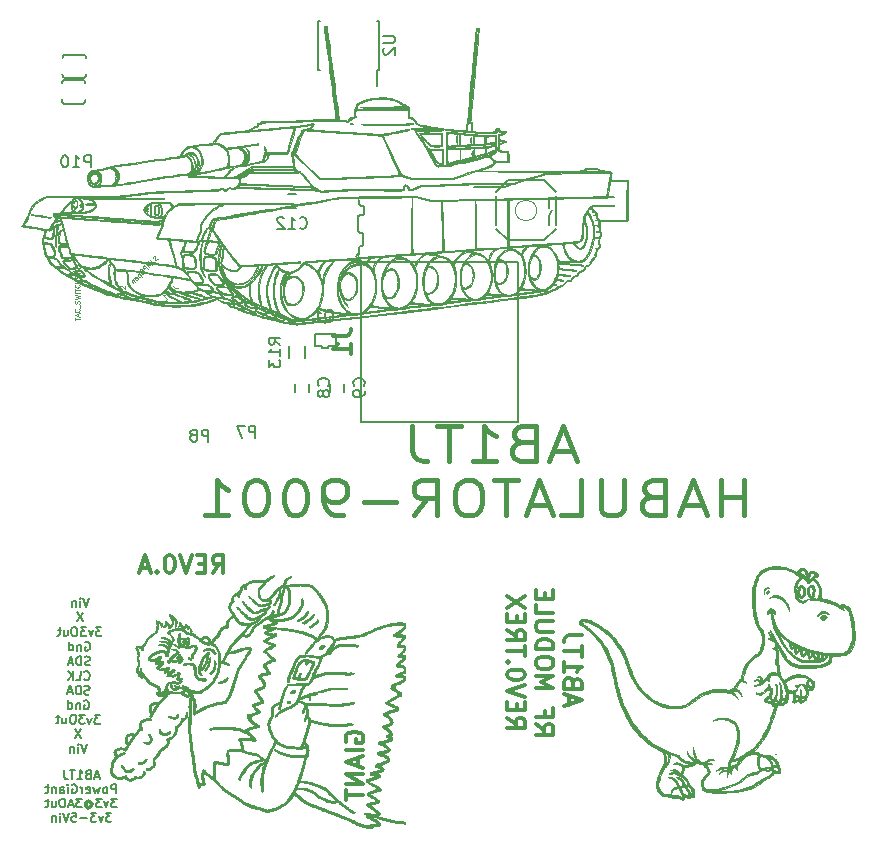
<source format=gbr>
G04 #@! TF.FileFunction,Legend,Bot*
%FSLAX46Y46*%
G04 Gerber Fmt 4.6, Leading zero omitted, Abs format (unit mm)*
G04 Created by KiCad (PCBNEW (after 2015-may-01 BZR unknown)-product) date Tue 12 May 2015 01:07:24 EDT*
%MOMM*%
G01*
G04 APERTURE LIST*
%ADD10C,0.100000*%
%ADD11C,0.400000*%
%ADD12C,0.300000*%
%ADD13C,0.150000*%
%ADD14C,0.187500*%
%ADD15C,0.200660*%
%ADD16C,0.203200*%
%ADD17C,0.127000*%
%ADD18C,0.101600*%
%ADD19C,0.304800*%
%ADD20C,0.088900*%
G04 APERTURE END LIST*
D10*
D11*
X121075000Y-82550000D02*
X119408334Y-82550000D01*
X121408334Y-83407143D02*
X120241667Y-80407143D01*
X119075000Y-83407143D01*
X116741667Y-81835714D02*
X116241667Y-81978571D01*
X116075000Y-82121429D01*
X115908334Y-82407143D01*
X115908334Y-82835714D01*
X116075000Y-83121429D01*
X116241667Y-83264286D01*
X116575000Y-83407143D01*
X117908334Y-83407143D01*
X117908334Y-80407143D01*
X116741667Y-80407143D01*
X116408334Y-80550000D01*
X116241667Y-80692857D01*
X116075000Y-80978571D01*
X116075000Y-81264286D01*
X116241667Y-81550000D01*
X116408334Y-81692857D01*
X116741667Y-81835714D01*
X117908334Y-81835714D01*
X112575000Y-83407143D02*
X114575000Y-83407143D01*
X113575000Y-83407143D02*
X113575000Y-80407143D01*
X113908334Y-80835714D01*
X114241667Y-81121429D01*
X114575000Y-81264286D01*
X111575001Y-80407143D02*
X109575001Y-80407143D01*
X110575001Y-83407143D02*
X110575001Y-80407143D01*
X107408334Y-80407143D02*
X107408334Y-82550000D01*
X107575000Y-82978571D01*
X107908334Y-83264286D01*
X108408334Y-83407143D01*
X108741667Y-83407143D01*
X135575000Y-88007143D02*
X135575000Y-85007143D01*
X135575000Y-86435714D02*
X133575000Y-86435714D01*
X133575000Y-88007143D02*
X133575000Y-85007143D01*
X132074999Y-87150000D02*
X130408333Y-87150000D01*
X132408333Y-88007143D02*
X131241666Y-85007143D01*
X130074999Y-88007143D01*
X127741666Y-86435714D02*
X127241666Y-86578571D01*
X127074999Y-86721429D01*
X126908333Y-87007143D01*
X126908333Y-87435714D01*
X127074999Y-87721429D01*
X127241666Y-87864286D01*
X127574999Y-88007143D01*
X128908333Y-88007143D01*
X128908333Y-85007143D01*
X127741666Y-85007143D01*
X127408333Y-85150000D01*
X127241666Y-85292857D01*
X127074999Y-85578571D01*
X127074999Y-85864286D01*
X127241666Y-86150000D01*
X127408333Y-86292857D01*
X127741666Y-86435714D01*
X128908333Y-86435714D01*
X125408333Y-85007143D02*
X125408333Y-87435714D01*
X125241666Y-87721429D01*
X125074999Y-87864286D01*
X124741666Y-88007143D01*
X124074999Y-88007143D01*
X123741666Y-87864286D01*
X123574999Y-87721429D01*
X123408333Y-87435714D01*
X123408333Y-85007143D01*
X120074999Y-88007143D02*
X121741666Y-88007143D01*
X121741666Y-85007143D01*
X119074999Y-87150000D02*
X117408333Y-87150000D01*
X119408333Y-88007143D02*
X118241666Y-85007143D01*
X117074999Y-88007143D01*
X116408333Y-85007143D02*
X114408333Y-85007143D01*
X115408333Y-88007143D02*
X115408333Y-85007143D01*
X112574999Y-85007143D02*
X111908332Y-85007143D01*
X111574999Y-85150000D01*
X111241666Y-85435714D01*
X111074999Y-86007143D01*
X111074999Y-87007143D01*
X111241666Y-87578571D01*
X111574999Y-87864286D01*
X111908332Y-88007143D01*
X112574999Y-88007143D01*
X112908332Y-87864286D01*
X113241666Y-87578571D01*
X113408332Y-87007143D01*
X113408332Y-86007143D01*
X113241666Y-85435714D01*
X112908332Y-85150000D01*
X112574999Y-85007143D01*
X107574999Y-88007143D02*
X108741665Y-86578571D01*
X109574999Y-88007143D02*
X109574999Y-85007143D01*
X108241665Y-85007143D01*
X107908332Y-85150000D01*
X107741665Y-85292857D01*
X107574999Y-85578571D01*
X107574999Y-86007143D01*
X107741665Y-86292857D01*
X107908332Y-86435714D01*
X108241665Y-86578571D01*
X109574999Y-86578571D01*
X106074999Y-86864286D02*
X103408332Y-86864286D01*
X101574999Y-88007143D02*
X100908332Y-88007143D01*
X100574999Y-87864286D01*
X100408332Y-87721429D01*
X100074999Y-87292857D01*
X99908332Y-86721429D01*
X99908332Y-85578571D01*
X100074999Y-85292857D01*
X100241666Y-85150000D01*
X100574999Y-85007143D01*
X101241666Y-85007143D01*
X101574999Y-85150000D01*
X101741666Y-85292857D01*
X101908332Y-85578571D01*
X101908332Y-86292857D01*
X101741666Y-86578571D01*
X101574999Y-86721429D01*
X101241666Y-86864286D01*
X100574999Y-86864286D01*
X100241666Y-86721429D01*
X100074999Y-86578571D01*
X99908332Y-86292857D01*
X97741666Y-85007143D02*
X97408333Y-85007143D01*
X97074999Y-85150000D01*
X96908333Y-85292857D01*
X96741666Y-85578571D01*
X96574999Y-86150000D01*
X96574999Y-86864286D01*
X96741666Y-87435714D01*
X96908333Y-87721429D01*
X97074999Y-87864286D01*
X97408333Y-88007143D01*
X97741666Y-88007143D01*
X98074999Y-87864286D01*
X98241666Y-87721429D01*
X98408333Y-87435714D01*
X98574999Y-86864286D01*
X98574999Y-86150000D01*
X98408333Y-85578571D01*
X98241666Y-85292857D01*
X98074999Y-85150000D01*
X97741666Y-85007143D01*
X94408333Y-85007143D02*
X94075000Y-85007143D01*
X93741666Y-85150000D01*
X93575000Y-85292857D01*
X93408333Y-85578571D01*
X93241666Y-86150000D01*
X93241666Y-86864286D01*
X93408333Y-87435714D01*
X93575000Y-87721429D01*
X93741666Y-87864286D01*
X94075000Y-88007143D01*
X94408333Y-88007143D01*
X94741666Y-87864286D01*
X94908333Y-87721429D01*
X95075000Y-87435714D01*
X95241666Y-86864286D01*
X95241666Y-86150000D01*
X95075000Y-85578571D01*
X94908333Y-85292857D01*
X94741666Y-85150000D01*
X94408333Y-85007143D01*
X89908333Y-88007143D02*
X91908333Y-88007143D01*
X90908333Y-88007143D02*
X90908333Y-85007143D01*
X91241667Y-85435714D01*
X91575000Y-85721429D01*
X91908333Y-85864286D01*
D12*
X90571428Y-92878571D02*
X91071428Y-92164286D01*
X91428571Y-92878571D02*
X91428571Y-91378571D01*
X90857143Y-91378571D01*
X90714285Y-91450000D01*
X90642857Y-91521429D01*
X90571428Y-91664286D01*
X90571428Y-91878571D01*
X90642857Y-92021429D01*
X90714285Y-92092857D01*
X90857143Y-92164286D01*
X91428571Y-92164286D01*
X89928571Y-92092857D02*
X89428571Y-92092857D01*
X89214285Y-92878571D02*
X89928571Y-92878571D01*
X89928571Y-91378571D01*
X89214285Y-91378571D01*
X88785714Y-91378571D02*
X88285714Y-92878571D01*
X87785714Y-91378571D01*
X87000000Y-91378571D02*
X86857143Y-91378571D01*
X86714286Y-91450000D01*
X86642857Y-91521429D01*
X86571428Y-91664286D01*
X86500000Y-91950000D01*
X86500000Y-92307143D01*
X86571428Y-92592857D01*
X86642857Y-92735714D01*
X86714286Y-92807143D01*
X86857143Y-92878571D01*
X87000000Y-92878571D01*
X87142857Y-92807143D01*
X87214286Y-92735714D01*
X87285714Y-92592857D01*
X87357143Y-92307143D01*
X87357143Y-91950000D01*
X87285714Y-91664286D01*
X87214286Y-91521429D01*
X87142857Y-91450000D01*
X87000000Y-91378571D01*
X85857143Y-92735714D02*
X85785715Y-92807143D01*
X85857143Y-92878571D01*
X85928572Y-92807143D01*
X85857143Y-92735714D01*
X85857143Y-92878571D01*
X85214286Y-92450000D02*
X84500000Y-92450000D01*
X85357143Y-92878571D02*
X84857143Y-91378571D01*
X84357143Y-92878571D01*
D13*
X80932143Y-110125000D02*
X80575000Y-110125000D01*
X81003571Y-110339286D02*
X80753571Y-109589286D01*
X80503571Y-110339286D01*
X80003572Y-109946429D02*
X79896429Y-109982143D01*
X79860714Y-110017857D01*
X79825000Y-110089286D01*
X79825000Y-110196429D01*
X79860714Y-110267857D01*
X79896429Y-110303571D01*
X79967857Y-110339286D01*
X80253572Y-110339286D01*
X80253572Y-109589286D01*
X80003572Y-109589286D01*
X79932143Y-109625000D01*
X79896429Y-109660714D01*
X79860714Y-109732143D01*
X79860714Y-109803571D01*
X79896429Y-109875000D01*
X79932143Y-109910714D01*
X80003572Y-109946429D01*
X80253572Y-109946429D01*
X79110714Y-110339286D02*
X79539286Y-110339286D01*
X79325000Y-110339286D02*
X79325000Y-109589286D01*
X79396429Y-109696429D01*
X79467857Y-109767857D01*
X79539286Y-109803571D01*
X78896428Y-109589286D02*
X78467857Y-109589286D01*
X78682143Y-110339286D02*
X78682143Y-109589286D01*
X78003571Y-109589286D02*
X78003571Y-110125000D01*
X78039285Y-110232143D01*
X78110714Y-110303571D01*
X78217857Y-110339286D01*
X78289285Y-110339286D01*
X82378571Y-111539286D02*
X82378571Y-110789286D01*
X82092856Y-110789286D01*
X82021428Y-110825000D01*
X81985713Y-110860714D01*
X81949999Y-110932143D01*
X81949999Y-111039286D01*
X81985713Y-111110714D01*
X82021428Y-111146429D01*
X82092856Y-111182143D01*
X82378571Y-111182143D01*
X81521428Y-111539286D02*
X81592856Y-111503571D01*
X81628571Y-111467857D01*
X81664285Y-111396429D01*
X81664285Y-111182143D01*
X81628571Y-111110714D01*
X81592856Y-111075000D01*
X81521428Y-111039286D01*
X81414285Y-111039286D01*
X81342856Y-111075000D01*
X81307142Y-111110714D01*
X81271428Y-111182143D01*
X81271428Y-111396429D01*
X81307142Y-111467857D01*
X81342856Y-111503571D01*
X81414285Y-111539286D01*
X81521428Y-111539286D01*
X81021428Y-111039286D02*
X80878571Y-111539286D01*
X80735714Y-111182143D01*
X80592857Y-111539286D01*
X80450000Y-111039286D01*
X79878571Y-111503571D02*
X79950000Y-111539286D01*
X80092857Y-111539286D01*
X80164286Y-111503571D01*
X80200000Y-111432143D01*
X80200000Y-111146429D01*
X80164286Y-111075000D01*
X80092857Y-111039286D01*
X79950000Y-111039286D01*
X79878571Y-111075000D01*
X79842857Y-111146429D01*
X79842857Y-111217857D01*
X80200000Y-111289286D01*
X79521429Y-111539286D02*
X79521429Y-111039286D01*
X79521429Y-111182143D02*
X79485714Y-111110714D01*
X79450000Y-111075000D01*
X79378571Y-111039286D01*
X79307143Y-111039286D01*
X78664285Y-110825000D02*
X78735714Y-110789286D01*
X78842857Y-110789286D01*
X78950000Y-110825000D01*
X79021428Y-110896429D01*
X79057143Y-110967857D01*
X79092857Y-111110714D01*
X79092857Y-111217857D01*
X79057143Y-111360714D01*
X79021428Y-111432143D01*
X78950000Y-111503571D01*
X78842857Y-111539286D01*
X78771428Y-111539286D01*
X78664285Y-111503571D01*
X78628571Y-111467857D01*
X78628571Y-111217857D01*
X78771428Y-111217857D01*
X78307143Y-111539286D02*
X78307143Y-111039286D01*
X78307143Y-110789286D02*
X78342857Y-110825000D01*
X78307143Y-110860714D01*
X78271428Y-110825000D01*
X78307143Y-110789286D01*
X78307143Y-110860714D01*
X77628571Y-111539286D02*
X77628571Y-111146429D01*
X77664285Y-111075000D01*
X77735714Y-111039286D01*
X77878571Y-111039286D01*
X77950000Y-111075000D01*
X77628571Y-111503571D02*
X77700000Y-111539286D01*
X77878571Y-111539286D01*
X77950000Y-111503571D01*
X77985714Y-111432143D01*
X77985714Y-111360714D01*
X77950000Y-111289286D01*
X77878571Y-111253571D01*
X77700000Y-111253571D01*
X77628571Y-111217857D01*
X77271429Y-111039286D02*
X77271429Y-111539286D01*
X77271429Y-111110714D02*
X77235714Y-111075000D01*
X77164286Y-111039286D01*
X77057143Y-111039286D01*
X76985714Y-111075000D01*
X76950000Y-111146429D01*
X76950000Y-111539286D01*
X76700000Y-111039286D02*
X76414286Y-111039286D01*
X76592858Y-110789286D02*
X76592858Y-111432143D01*
X76557143Y-111503571D01*
X76485715Y-111539286D01*
X76414286Y-111539286D01*
X82450000Y-111989286D02*
X81985714Y-111989286D01*
X82235714Y-112275000D01*
X82128572Y-112275000D01*
X82057143Y-112310714D01*
X82021429Y-112346429D01*
X81985714Y-112417857D01*
X81985714Y-112596429D01*
X82021429Y-112667857D01*
X82057143Y-112703571D01*
X82128572Y-112739286D01*
X82342857Y-112739286D01*
X82414286Y-112703571D01*
X82450000Y-112667857D01*
X81735714Y-112239286D02*
X81557143Y-112739286D01*
X81378571Y-112239286D01*
X81164285Y-111989286D02*
X80699999Y-111989286D01*
X80949999Y-112275000D01*
X80842857Y-112275000D01*
X80771428Y-112310714D01*
X80735714Y-112346429D01*
X80699999Y-112417857D01*
X80699999Y-112596429D01*
X80735714Y-112667857D01*
X80771428Y-112703571D01*
X80842857Y-112739286D01*
X81057142Y-112739286D01*
X81128571Y-112703571D01*
X81164285Y-112667857D01*
X79914285Y-112382143D02*
X79949999Y-112346429D01*
X80021428Y-112310714D01*
X80092856Y-112310714D01*
X80164285Y-112346429D01*
X80199999Y-112382143D01*
X80235713Y-112453571D01*
X80235713Y-112525000D01*
X80199999Y-112596429D01*
X80164285Y-112632143D01*
X80092856Y-112667857D01*
X80021428Y-112667857D01*
X79949999Y-112632143D01*
X79914285Y-112596429D01*
X79914285Y-112310714D02*
X79914285Y-112596429D01*
X79878571Y-112632143D01*
X79842856Y-112632143D01*
X79771428Y-112596429D01*
X79735713Y-112525000D01*
X79735713Y-112346429D01*
X79807142Y-112239286D01*
X79914285Y-112167857D01*
X80057142Y-112132143D01*
X80199999Y-112167857D01*
X80307142Y-112239286D01*
X80378571Y-112346429D01*
X80414285Y-112489286D01*
X80378571Y-112632143D01*
X80307142Y-112739286D01*
X80199999Y-112810714D01*
X80057142Y-112846429D01*
X79914285Y-112810714D01*
X79807142Y-112739286D01*
X79485713Y-111989286D02*
X79021427Y-111989286D01*
X79271427Y-112275000D01*
X79164285Y-112275000D01*
X79092856Y-112310714D01*
X79057142Y-112346429D01*
X79021427Y-112417857D01*
X79021427Y-112596429D01*
X79057142Y-112667857D01*
X79092856Y-112703571D01*
X79164285Y-112739286D01*
X79378570Y-112739286D01*
X79449999Y-112703571D01*
X79485713Y-112667857D01*
X78735713Y-112525000D02*
X78378570Y-112525000D01*
X78807141Y-112739286D02*
X78557141Y-111989286D01*
X78307141Y-112739286D01*
X77914284Y-111989286D02*
X77771427Y-111989286D01*
X77699999Y-112025000D01*
X77628570Y-112096429D01*
X77592856Y-112239286D01*
X77592856Y-112489286D01*
X77628570Y-112632143D01*
X77699999Y-112703571D01*
X77771427Y-112739286D01*
X77914284Y-112739286D01*
X77985713Y-112703571D01*
X78057142Y-112632143D01*
X78092856Y-112489286D01*
X78092856Y-112239286D01*
X78057142Y-112096429D01*
X77985713Y-112025000D01*
X77914284Y-111989286D01*
X76949999Y-112239286D02*
X76949999Y-112739286D01*
X77271428Y-112239286D02*
X77271428Y-112632143D01*
X77235713Y-112703571D01*
X77164285Y-112739286D01*
X77057142Y-112739286D01*
X76985713Y-112703571D01*
X76949999Y-112667857D01*
X76699999Y-112239286D02*
X76414285Y-112239286D01*
X76592857Y-111989286D02*
X76592857Y-112632143D01*
X76557142Y-112703571D01*
X76485714Y-112739286D01*
X76414285Y-112739286D01*
X82003571Y-113189286D02*
X81539285Y-113189286D01*
X81789285Y-113475000D01*
X81682143Y-113475000D01*
X81610714Y-113510714D01*
X81575000Y-113546429D01*
X81539285Y-113617857D01*
X81539285Y-113796429D01*
X81575000Y-113867857D01*
X81610714Y-113903571D01*
X81682143Y-113939286D01*
X81896428Y-113939286D01*
X81967857Y-113903571D01*
X82003571Y-113867857D01*
X81289285Y-113439286D02*
X81110714Y-113939286D01*
X80932142Y-113439286D01*
X80717856Y-113189286D02*
X80253570Y-113189286D01*
X80503570Y-113475000D01*
X80396428Y-113475000D01*
X80324999Y-113510714D01*
X80289285Y-113546429D01*
X80253570Y-113617857D01*
X80253570Y-113796429D01*
X80289285Y-113867857D01*
X80324999Y-113903571D01*
X80396428Y-113939286D01*
X80610713Y-113939286D01*
X80682142Y-113903571D01*
X80717856Y-113867857D01*
X79932142Y-113653571D02*
X79360713Y-113653571D01*
X78646428Y-113189286D02*
X79003571Y-113189286D01*
X79039285Y-113546429D01*
X79003571Y-113510714D01*
X78932142Y-113475000D01*
X78753571Y-113475000D01*
X78682142Y-113510714D01*
X78646428Y-113546429D01*
X78610713Y-113617857D01*
X78610713Y-113796429D01*
X78646428Y-113867857D01*
X78682142Y-113903571D01*
X78753571Y-113939286D01*
X78932142Y-113939286D01*
X79003571Y-113903571D01*
X79039285Y-113867857D01*
X78396427Y-113189286D02*
X78146427Y-113939286D01*
X77896427Y-113189286D01*
X77646428Y-113939286D02*
X77646428Y-113439286D01*
X77646428Y-113189286D02*
X77682142Y-113225000D01*
X77646428Y-113260714D01*
X77610713Y-113225000D01*
X77646428Y-113189286D01*
X77646428Y-113260714D01*
X77289285Y-113439286D02*
X77289285Y-113939286D01*
X77289285Y-113510714D02*
X77253570Y-113475000D01*
X77182142Y-113439286D01*
X77074999Y-113439286D01*
X77003570Y-113475000D01*
X76967856Y-113546429D01*
X76967856Y-113939286D01*
D12*
X101900000Y-107185714D02*
X101828571Y-107042857D01*
X101828571Y-106828571D01*
X101900000Y-106614286D01*
X102042857Y-106471428D01*
X102185714Y-106400000D01*
X102471429Y-106328571D01*
X102685714Y-106328571D01*
X102971429Y-106400000D01*
X103114286Y-106471428D01*
X103257143Y-106614286D01*
X103328571Y-106828571D01*
X103328571Y-106971428D01*
X103257143Y-107185714D01*
X103185714Y-107257143D01*
X102685714Y-107257143D01*
X102685714Y-106971428D01*
X103328571Y-107900000D02*
X101828571Y-107900000D01*
X102900000Y-108542857D02*
X102900000Y-109257143D01*
X103328571Y-108400000D02*
X101828571Y-108900000D01*
X103328571Y-109400000D01*
X103328571Y-109900000D02*
X101828571Y-109900000D01*
X103328571Y-110757143D01*
X101828571Y-110757143D01*
X101828571Y-111257143D02*
X101828571Y-112114286D01*
X103328571Y-111685715D02*
X101828571Y-111685715D01*
D14*
X80121401Y-95014661D02*
X79859652Y-95760641D01*
X79621463Y-95006807D01*
X79359715Y-95752788D02*
X79367568Y-95252849D01*
X79371495Y-95002880D02*
X79406644Y-95039151D01*
X79370373Y-95074299D01*
X79335223Y-95038029D01*
X79371495Y-95002880D01*
X79370373Y-95074299D01*
X79010469Y-95247240D02*
X79002616Y-95747178D01*
X79009347Y-95318659D02*
X78974198Y-95282388D01*
X78903339Y-95245557D01*
X78796210Y-95243874D01*
X78724229Y-95278461D01*
X78687397Y-95349321D01*
X78681226Y-95742129D01*
X79584171Y-96243873D02*
X79072453Y-96985927D01*
X79084233Y-96236020D02*
X79572391Y-96993781D01*
X81153822Y-97506184D02*
X80689594Y-97498891D01*
X80935075Y-97788497D01*
X80827946Y-97786814D01*
X80755965Y-97821402D01*
X80719694Y-97856551D01*
X80682862Y-97927409D01*
X80680057Y-98105959D01*
X80714646Y-98177939D01*
X80749794Y-98214210D01*
X80820653Y-98251043D01*
X81034912Y-98254408D01*
X81106893Y-98219820D01*
X81143164Y-98184671D01*
X80435698Y-97744934D02*
X80249295Y-98242067D01*
X80078599Y-97739324D01*
X79868266Y-97485989D02*
X79404037Y-97478696D01*
X79649519Y-97768302D01*
X79542390Y-97766619D01*
X79470409Y-97801206D01*
X79434138Y-97836356D01*
X79397305Y-97907214D01*
X79394501Y-98085764D01*
X79429089Y-98157744D01*
X79464238Y-98194015D01*
X79535097Y-98230847D01*
X79749356Y-98234213D01*
X79821337Y-98199625D01*
X79857607Y-98164476D01*
X78939808Y-97471403D02*
X78796969Y-97469159D01*
X78724989Y-97503747D01*
X78652447Y-97574045D01*
X78614493Y-97716324D01*
X78610566Y-97966293D01*
X78644032Y-98109693D01*
X78714330Y-98182234D01*
X78785189Y-98219067D01*
X78928028Y-98221311D01*
X79000009Y-98186722D01*
X79072551Y-98116425D01*
X79110505Y-97974147D01*
X79114432Y-97724177D01*
X79080966Y-97580777D01*
X79010668Y-97508235D01*
X78939808Y-97471403D01*
X77971716Y-97706226D02*
X77963862Y-98206165D01*
X78293105Y-97711275D02*
X78286934Y-98104084D01*
X78250102Y-98174942D01*
X78178122Y-98209530D01*
X78070992Y-98207847D01*
X78000133Y-98171015D01*
X77964984Y-98134744D01*
X77721746Y-97702299D02*
X77436068Y-97697812D01*
X77618544Y-97450647D02*
X77608447Y-98093425D01*
X77571614Y-98164283D01*
X77499634Y-98198872D01*
X77428214Y-98197750D01*
X79776848Y-98757923D02*
X79848829Y-98723336D01*
X79955959Y-98725019D01*
X80062528Y-98762411D01*
X80132825Y-98834953D01*
X80167413Y-98906934D01*
X80200879Y-99050334D01*
X80199196Y-99157464D01*
X80161243Y-99299742D01*
X80124410Y-99370601D01*
X80051869Y-99440899D01*
X79944178Y-99474926D01*
X79872758Y-99473804D01*
X79766189Y-99436411D01*
X79731041Y-99400140D01*
X79734967Y-99150171D01*
X79877807Y-99152415D01*
X79416384Y-98966573D02*
X79408530Y-99466512D01*
X79415262Y-99037992D02*
X79380112Y-99001722D01*
X79309254Y-98964890D01*
X79202124Y-98963207D01*
X79130143Y-98997795D01*
X79093312Y-99068654D01*
X79087141Y-99461463D01*
X78408654Y-99450804D02*
X78420434Y-98700897D01*
X78409215Y-99415094D02*
X78480074Y-99451926D01*
X78622913Y-99454170D01*
X78694893Y-99419581D01*
X78731165Y-99384433D01*
X78767997Y-99313575D01*
X78771362Y-99099315D01*
X78736775Y-99027334D01*
X78701625Y-98991063D01*
X78630767Y-98954232D01*
X78487928Y-98951988D01*
X78415946Y-98986576D01*
X80175270Y-100680489D02*
X80067580Y-100714517D01*
X79889031Y-100711712D01*
X79818171Y-100674880D01*
X79783023Y-100638609D01*
X79748434Y-100566629D01*
X79749556Y-100495209D01*
X79786389Y-100424350D01*
X79822659Y-100389201D01*
X79894640Y-100354613D01*
X80038041Y-100321148D01*
X80110021Y-100286559D01*
X80146292Y-100251410D01*
X80183124Y-100180551D01*
X80184246Y-100109132D01*
X80149658Y-100037151D01*
X80114509Y-100000880D01*
X80043650Y-99964049D01*
X79865101Y-99961244D01*
X79757410Y-99995270D01*
X79424802Y-100704420D02*
X79436582Y-99954512D01*
X79258032Y-99951707D01*
X79150342Y-99985734D01*
X79077801Y-100056032D01*
X79040968Y-100126890D01*
X79003014Y-100269169D01*
X79001332Y-100376298D01*
X79034797Y-100519699D01*
X79069386Y-100591680D01*
X79139683Y-100664221D01*
X79246252Y-100701615D01*
X79424802Y-100704420D01*
X78713970Y-100478940D02*
X78356871Y-100473331D01*
X78782023Y-100694322D02*
X78543835Y-99940488D01*
X78282085Y-100686468D01*
X79692165Y-101874834D02*
X79727313Y-101911105D01*
X79833882Y-101948498D01*
X79905302Y-101949620D01*
X80012993Y-101915593D01*
X80085534Y-101845295D01*
X80122367Y-101774436D01*
X80160320Y-101632158D01*
X80162003Y-101525028D01*
X80128537Y-101381628D01*
X80093949Y-101309647D01*
X80023652Y-101237105D01*
X79917083Y-101199713D01*
X79845663Y-101198591D01*
X79737972Y-101232617D01*
X79701701Y-101267766D01*
X79012555Y-101935596D02*
X79369654Y-101941206D01*
X79381435Y-101191298D01*
X78762586Y-101931669D02*
X78774367Y-101181761D01*
X78334067Y-101924937D02*
X78662188Y-101501467D01*
X78345848Y-101175030D02*
X78767635Y-101610280D01*
X80136394Y-103155183D02*
X80028704Y-103189211D01*
X79850155Y-103186406D01*
X79779295Y-103149574D01*
X79744147Y-103113303D01*
X79709558Y-103041323D01*
X79710680Y-102969903D01*
X79747513Y-102899044D01*
X79783783Y-102863895D01*
X79855764Y-102829307D01*
X79999165Y-102795842D01*
X80071145Y-102761253D01*
X80107416Y-102726104D01*
X80144248Y-102655245D01*
X80145370Y-102583826D01*
X80110782Y-102511845D01*
X80075633Y-102475574D01*
X80004774Y-102438743D01*
X79826225Y-102435938D01*
X79718534Y-102469964D01*
X79385926Y-103179114D02*
X79397706Y-102429206D01*
X79219156Y-102426401D01*
X79111466Y-102460428D01*
X79038925Y-102530726D01*
X79002092Y-102601584D01*
X78964138Y-102743863D01*
X78962456Y-102850992D01*
X78995921Y-102994393D01*
X79030510Y-103066374D01*
X79100807Y-103138915D01*
X79207376Y-103176309D01*
X79385926Y-103179114D01*
X78675094Y-102953634D02*
X78317995Y-102948025D01*
X78743147Y-103169016D02*
X78504959Y-102415182D01*
X78243209Y-103161162D01*
X79699096Y-103707311D02*
X79771077Y-103672724D01*
X79878207Y-103674407D01*
X79984776Y-103711799D01*
X80055073Y-103784341D01*
X80089661Y-103856322D01*
X80123127Y-103999722D01*
X80121444Y-104106852D01*
X80083491Y-104249130D01*
X80046658Y-104319989D01*
X79974117Y-104390287D01*
X79866426Y-104424314D01*
X79795006Y-104423192D01*
X79688437Y-104385799D01*
X79653289Y-104349528D01*
X79657215Y-104099559D01*
X79800055Y-104101803D01*
X79338632Y-103915961D02*
X79330778Y-104415900D01*
X79337510Y-103987380D02*
X79302360Y-103951110D01*
X79231502Y-103914278D01*
X79124372Y-103912595D01*
X79052391Y-103947183D01*
X79015560Y-104018042D01*
X79009389Y-104410851D01*
X78330902Y-104400192D02*
X78342682Y-103650285D01*
X78331463Y-104364482D02*
X78402322Y-104401314D01*
X78545161Y-104403558D01*
X78617141Y-104368969D01*
X78653413Y-104333821D01*
X78690245Y-104262963D01*
X78693610Y-104048703D01*
X78659023Y-103976722D01*
X78623873Y-103940451D01*
X78553015Y-103903620D01*
X78410176Y-103901376D01*
X78338194Y-103935964D01*
X81037194Y-104930266D02*
X80572966Y-104922973D01*
X80818447Y-105212579D01*
X80711318Y-105210896D01*
X80639337Y-105245484D01*
X80603066Y-105280633D01*
X80566234Y-105351491D01*
X80563429Y-105530041D01*
X80598018Y-105602021D01*
X80633166Y-105638292D01*
X80704025Y-105675125D01*
X80918284Y-105678490D01*
X80990265Y-105643902D01*
X81026536Y-105608753D01*
X80319070Y-105169016D02*
X80132667Y-105666149D01*
X79961971Y-105163406D01*
X79751638Y-104910071D02*
X79287409Y-104902778D01*
X79532891Y-105192384D01*
X79425762Y-105190701D01*
X79353781Y-105225288D01*
X79317510Y-105260438D01*
X79280677Y-105331296D01*
X79277873Y-105509846D01*
X79312461Y-105581826D01*
X79347610Y-105618097D01*
X79418469Y-105654929D01*
X79632728Y-105658295D01*
X79704709Y-105623707D01*
X79740979Y-105588558D01*
X78823180Y-104895485D02*
X78680341Y-104893241D01*
X78608361Y-104927829D01*
X78535819Y-104998127D01*
X78497865Y-105140406D01*
X78493938Y-105390375D01*
X78527404Y-105533775D01*
X78597702Y-105606316D01*
X78668561Y-105643149D01*
X78811400Y-105645393D01*
X78883381Y-105610804D01*
X78955923Y-105540507D01*
X78993877Y-105398229D01*
X78997804Y-105148259D01*
X78964338Y-105004859D01*
X78894040Y-104932317D01*
X78823180Y-104895485D01*
X77855088Y-105130308D02*
X77847234Y-105630247D01*
X78176477Y-105135357D02*
X78170306Y-105528166D01*
X78133474Y-105599024D01*
X78061494Y-105633612D01*
X77954364Y-105631929D01*
X77883505Y-105595097D01*
X77848356Y-105558826D01*
X77605118Y-105126381D02*
X77319440Y-105121894D01*
X77501916Y-104874729D02*
X77491819Y-105517507D01*
X77454986Y-105588365D01*
X77383006Y-105622954D01*
X77311586Y-105621832D01*
X79428667Y-106142649D02*
X78916949Y-106884703D01*
X78928729Y-106134796D02*
X79416887Y-106892557D01*
X79927021Y-107388131D02*
X79665272Y-108134111D01*
X79427083Y-107380277D01*
X79165335Y-108126258D02*
X79173188Y-107626319D01*
X79177115Y-107376350D02*
X79212264Y-107412621D01*
X79175993Y-107447769D01*
X79140843Y-107411499D01*
X79177115Y-107376350D01*
X79175993Y-107447769D01*
X78816089Y-107620710D02*
X78808236Y-108120648D01*
X78814967Y-107692129D02*
X78779818Y-107655858D01*
X78708959Y-107619027D01*
X78601830Y-107617344D01*
X78529849Y-107651931D01*
X78493017Y-107722791D01*
X78486846Y-108115599D01*
D12*
X120750000Y-104035714D02*
X120750000Y-103321428D01*
X120321429Y-104178571D02*
X121821429Y-103678571D01*
X120321429Y-103178571D01*
X121107143Y-102178571D02*
X121035714Y-101964285D01*
X120964286Y-101892857D01*
X120821429Y-101821428D01*
X120607143Y-101821428D01*
X120464286Y-101892857D01*
X120392857Y-101964285D01*
X120321429Y-102107143D01*
X120321429Y-102678571D01*
X121821429Y-102678571D01*
X121821429Y-102178571D01*
X121750000Y-102035714D01*
X121678571Y-101964285D01*
X121535714Y-101892857D01*
X121392857Y-101892857D01*
X121250000Y-101964285D01*
X121178571Y-102035714D01*
X121107143Y-102178571D01*
X121107143Y-102678571D01*
X120321429Y-100392857D02*
X120321429Y-101250000D01*
X120321429Y-100821428D02*
X121821429Y-100821428D01*
X121607143Y-100964285D01*
X121464286Y-101107143D01*
X121392857Y-101250000D01*
X121821429Y-99964286D02*
X121821429Y-99107143D01*
X120321429Y-99535714D02*
X121821429Y-99535714D01*
X121821429Y-98178572D02*
X120750000Y-98178572D01*
X120535714Y-98250000D01*
X120392857Y-98392857D01*
X120321429Y-98607143D01*
X120321429Y-98750000D01*
X117921429Y-105714286D02*
X118635714Y-106214286D01*
X117921429Y-106571429D02*
X119421429Y-106571429D01*
X119421429Y-106000001D01*
X119350000Y-105857143D01*
X119278571Y-105785715D01*
X119135714Y-105714286D01*
X118921429Y-105714286D01*
X118778571Y-105785715D01*
X118707143Y-105857143D01*
X118635714Y-106000001D01*
X118635714Y-106571429D01*
X118707143Y-104571429D02*
X118707143Y-105071429D01*
X117921429Y-105071429D02*
X119421429Y-105071429D01*
X119421429Y-104357143D01*
X117921429Y-102642858D02*
X119421429Y-102642858D01*
X118350000Y-102142858D01*
X119421429Y-101642858D01*
X117921429Y-101642858D01*
X119421429Y-100642858D02*
X119421429Y-100357144D01*
X119350000Y-100214286D01*
X119207143Y-100071429D01*
X118921429Y-100000001D01*
X118421429Y-100000001D01*
X118135714Y-100071429D01*
X117992857Y-100214286D01*
X117921429Y-100357144D01*
X117921429Y-100642858D01*
X117992857Y-100785715D01*
X118135714Y-100928572D01*
X118421429Y-101000001D01*
X118921429Y-101000001D01*
X119207143Y-100928572D01*
X119350000Y-100785715D01*
X119421429Y-100642858D01*
X117921429Y-99357143D02*
X119421429Y-99357143D01*
X119421429Y-99000000D01*
X119350000Y-98785715D01*
X119207143Y-98642857D01*
X119064286Y-98571429D01*
X118778571Y-98500000D01*
X118564286Y-98500000D01*
X118278571Y-98571429D01*
X118135714Y-98642857D01*
X117992857Y-98785715D01*
X117921429Y-99000000D01*
X117921429Y-99357143D01*
X119421429Y-97857143D02*
X118207143Y-97857143D01*
X118064286Y-97785715D01*
X117992857Y-97714286D01*
X117921429Y-97571429D01*
X117921429Y-97285715D01*
X117992857Y-97142857D01*
X118064286Y-97071429D01*
X118207143Y-97000000D01*
X119421429Y-97000000D01*
X117921429Y-95571428D02*
X117921429Y-96285714D01*
X119421429Y-96285714D01*
X118707143Y-95071428D02*
X118707143Y-94571428D01*
X117921429Y-94357142D02*
X117921429Y-95071428D01*
X119421429Y-95071428D01*
X119421429Y-94357142D01*
X115521429Y-105142856D02*
X116235714Y-105642856D01*
X115521429Y-105999999D02*
X117021429Y-105999999D01*
X117021429Y-105428571D01*
X116950000Y-105285713D01*
X116878571Y-105214285D01*
X116735714Y-105142856D01*
X116521429Y-105142856D01*
X116378571Y-105214285D01*
X116307143Y-105285713D01*
X116235714Y-105428571D01*
X116235714Y-105999999D01*
X116307143Y-104499999D02*
X116307143Y-103999999D01*
X115521429Y-103785713D02*
X115521429Y-104499999D01*
X117021429Y-104499999D01*
X117021429Y-103785713D01*
X117021429Y-103357142D02*
X115521429Y-102857142D01*
X117021429Y-102357142D01*
X117021429Y-101571428D02*
X117021429Y-101428571D01*
X116950000Y-101285714D01*
X116878571Y-101214285D01*
X116735714Y-101142856D01*
X116450000Y-101071428D01*
X116092857Y-101071428D01*
X115807143Y-101142856D01*
X115664286Y-101214285D01*
X115592857Y-101285714D01*
X115521429Y-101428571D01*
X115521429Y-101571428D01*
X115592857Y-101714285D01*
X115664286Y-101785714D01*
X115807143Y-101857142D01*
X116092857Y-101928571D01*
X116450000Y-101928571D01*
X116735714Y-101857142D01*
X116878571Y-101785714D01*
X116950000Y-101714285D01*
X117021429Y-101571428D01*
X115664286Y-100428571D02*
X115592857Y-100357143D01*
X115521429Y-100428571D01*
X115592857Y-100500000D01*
X115664286Y-100428571D01*
X115521429Y-100428571D01*
X117021429Y-99928571D02*
X117021429Y-99071428D01*
X115521429Y-99499999D02*
X117021429Y-99499999D01*
X115521429Y-97714285D02*
X116235714Y-98214285D01*
X115521429Y-98571428D02*
X117021429Y-98571428D01*
X117021429Y-98000000D01*
X116950000Y-97857142D01*
X116878571Y-97785714D01*
X116735714Y-97714285D01*
X116521429Y-97714285D01*
X116378571Y-97785714D01*
X116307143Y-97857142D01*
X116235714Y-98000000D01*
X116235714Y-98571428D01*
X116307143Y-97071428D02*
X116307143Y-96571428D01*
X115521429Y-96357142D02*
X115521429Y-97071428D01*
X117021429Y-97071428D01*
X117021429Y-96357142D01*
X117021429Y-95857142D02*
X115521429Y-94857142D01*
X117021429Y-94857142D02*
X115521429Y-95857142D01*
D15*
X116400000Y-66525420D02*
X103100560Y-66525420D01*
X103100560Y-66525420D02*
X103100560Y-80124580D01*
X103100560Y-80124580D02*
X116400000Y-80124580D01*
X116400000Y-80124580D02*
X116400000Y-66525420D01*
D13*
X98700000Y-77550000D02*
X98700000Y-76850000D01*
X97500000Y-76850000D02*
X97500000Y-77550000D01*
X101700000Y-77550000D02*
X101700000Y-76850000D01*
X100500000Y-76850000D02*
X100500000Y-77550000D01*
D16*
X79647560Y-49001780D02*
X78052440Y-49001780D01*
X78052440Y-50998220D02*
X79647560Y-50998220D01*
X79848220Y-50701040D02*
G75*
G02X79647560Y-50998220I-248920J-48260D01*
G01*
X78049900Y-50998220D02*
G75*
G02X77851780Y-50698500I50800J248920D01*
G01*
X77851780Y-49298960D02*
G75*
G02X78052440Y-49001780I248920J48260D01*
G01*
X79650100Y-49001780D02*
G75*
G02X79848220Y-49301500I-50800J-248920D01*
G01*
X79597560Y-51151780D02*
X78002440Y-51151780D01*
X78002440Y-53148220D02*
X79597560Y-53148220D01*
X79798220Y-52851040D02*
G75*
G02X79597560Y-53148220I-248920J-48260D01*
G01*
X77999900Y-53148220D02*
G75*
G02X77801780Y-52848500I50800J248920D01*
G01*
X77801780Y-51448960D02*
G75*
G02X78002440Y-51151780I248920J48260D01*
G01*
X79600100Y-51151780D02*
G75*
G02X79798220Y-51451500I-50800J-248920D01*
G01*
D13*
X104625000Y-50275000D02*
X104480000Y-50275000D01*
X104625000Y-46125000D02*
X104480000Y-46125000D01*
X99475000Y-46125000D02*
X99620000Y-46125000D01*
X99475000Y-50275000D02*
X99620000Y-50275000D01*
X104625000Y-50275000D02*
X104625000Y-46125000D01*
X99475000Y-50275000D02*
X99475000Y-46125000D01*
X104480000Y-50275000D02*
X104480000Y-51675000D01*
X99846000Y-73708000D02*
X99211000Y-73708000D01*
X99211000Y-73708000D02*
X99211000Y-72692000D01*
X100989000Y-72692000D02*
X100989000Y-73708000D01*
X100989000Y-73708000D02*
X100354000Y-73708000D01*
X99846000Y-73835000D02*
X99846000Y-73708000D01*
X100354000Y-73708000D02*
X100354000Y-73835000D01*
X99211000Y-72692000D02*
X100989000Y-72692000D01*
X100354000Y-73835000D02*
X99846000Y-73835000D01*
X98425000Y-74700000D02*
X98425000Y-73700000D01*
X97075000Y-73700000D02*
X97075000Y-74700000D01*
D16*
X115560760Y-59660000D02*
X114560000Y-60660760D01*
X114560000Y-60960480D02*
X114560000Y-63470000D01*
X114560000Y-63739240D02*
X115560760Y-64740000D01*
X115560760Y-64740000D02*
X118639240Y-64740000D01*
X118639240Y-64740000D02*
X119640000Y-63739240D01*
X119640000Y-63439520D02*
X119640000Y-60960480D01*
X119640000Y-60660760D02*
X118639240Y-59660000D01*
X118639240Y-59660000D02*
X115560760Y-59660000D01*
D17*
X119005000Y-63470000D02*
X119005000Y-62644500D01*
X119005000Y-62644500D02*
X119259000Y-62192380D01*
X119005000Y-61971400D02*
X119005000Y-61087480D01*
D18*
X117998026Y-62200000D02*
G75*
G03X117998026Y-62200000I-898026J0D01*
G01*
D13*
X96950000Y-62000000D02*
X97650000Y-62000000D01*
X97650000Y-60800000D02*
X96950000Y-60800000D01*
D10*
G36*
X74381806Y-63498998D02*
X74433810Y-63534978D01*
X74561658Y-63570687D01*
X74593488Y-63576346D01*
X74593488Y-63393006D01*
X74629272Y-63314580D01*
X74706159Y-63185889D01*
X74736800Y-63137162D01*
X74833266Y-62969792D01*
X74915760Y-62800225D01*
X74967959Y-62662366D01*
X74971217Y-62650329D01*
X75019029Y-62478860D01*
X75071190Y-62339495D01*
X75141635Y-62202447D01*
X75244301Y-62037929D01*
X75289989Y-61969000D01*
X75534517Y-61673444D01*
X75841837Y-61416190D01*
X76187971Y-61215445D01*
X76431833Y-61101166D01*
X77637458Y-61088104D01*
X78843083Y-61075041D01*
X78753999Y-61172770D01*
X78669436Y-61280543D01*
X78611914Y-61373012D01*
X78572778Y-61507214D01*
X78557772Y-61687855D01*
X78566207Y-61880430D01*
X78597393Y-62050432D01*
X78627003Y-62127750D01*
X78657081Y-62197252D01*
X78657081Y-61674002D01*
X78679913Y-61494716D01*
X78696236Y-61440967D01*
X78764047Y-61324315D01*
X78864172Y-61216724D01*
X78970753Y-61142162D01*
X79039972Y-61122333D01*
X79102330Y-61153271D01*
X79197705Y-61235269D01*
X79307722Y-61352101D01*
X79330124Y-61378531D01*
X79442058Y-61519825D01*
X79506925Y-61624835D01*
X79536683Y-61717976D01*
X79543333Y-61813736D01*
X79536874Y-61919955D01*
X79506461Y-61997349D01*
X79435543Y-62073539D01*
X79342250Y-62149283D01*
X79210032Y-62246517D01*
X79114325Y-62293452D01*
X79027920Y-62295542D01*
X78923607Y-62258240D01*
X78885929Y-62240741D01*
X78755621Y-62140649D01*
X78699614Y-62043924D01*
X78663730Y-61871776D01*
X78657081Y-61674002D01*
X78657081Y-62197252D01*
X78665496Y-62216697D01*
X78670696Y-62264394D01*
X78666004Y-62266856D01*
X78612351Y-62272735D01*
X78494637Y-62287317D01*
X78332723Y-62308106D01*
X78220417Y-62322814D01*
X78045939Y-62343896D01*
X77907965Y-62356900D01*
X77824372Y-62360351D01*
X77807667Y-62356809D01*
X77833507Y-62304977D01*
X77901755Y-62207135D01*
X77998497Y-62080490D01*
X78109822Y-61942250D01*
X78221819Y-61809624D01*
X78320576Y-61699819D01*
X78392182Y-61630045D01*
X78400454Y-61623550D01*
X78484470Y-61544698D01*
X78526366Y-61472341D01*
X78517643Y-61426002D01*
X78489658Y-61418666D01*
X78431867Y-61449640D01*
X78336356Y-61532518D01*
X78217206Y-61652231D01*
X78088497Y-61793712D01*
X77964311Y-61941894D01*
X77858729Y-62081709D01*
X77828833Y-62125792D01*
X77723105Y-62277008D01*
X77630639Y-62368608D01*
X77524351Y-62415411D01*
X77377155Y-62432234D01*
X77265361Y-62434088D01*
X77040556Y-62434666D01*
X77053695Y-62593416D01*
X77069999Y-62698992D01*
X77110825Y-62747124D01*
X77172667Y-62759588D01*
X77172667Y-62615632D01*
X77212858Y-62577255D01*
X77330638Y-62562059D01*
X77352583Y-62561852D01*
X77425634Y-62565087D01*
X77573782Y-62574365D01*
X77790075Y-62589146D01*
X78019333Y-62605459D01*
X78019333Y-62475153D01*
X78059083Y-62454215D01*
X78168002Y-62433617D01*
X78330600Y-62414504D01*
X78531382Y-62398017D01*
X78754857Y-62385300D01*
X78985532Y-62377494D01*
X79207915Y-62375742D01*
X79312376Y-62377757D01*
X79312376Y-62307666D01*
X79470188Y-62177584D01*
X79558896Y-62098578D01*
X79606069Y-62028158D01*
X79624755Y-61934749D01*
X79628000Y-61795638D01*
X79623474Y-61649066D01*
X79600305Y-61548561D01*
X79544109Y-61457782D01*
X79453275Y-61354220D01*
X79375541Y-61268555D01*
X79333781Y-61211104D01*
X79336607Y-61178995D01*
X79392633Y-61169354D01*
X79510469Y-61179310D01*
X79698729Y-61205989D01*
X79835406Y-61226750D01*
X80029812Y-61259157D01*
X80162602Y-61291057D01*
X80256371Y-61330737D01*
X80333713Y-61386490D01*
X80375156Y-61424795D01*
X80459338Y-61512281D01*
X80510174Y-61576483D01*
X80517000Y-61592276D01*
X80479950Y-61606113D01*
X80387421Y-61604143D01*
X80350354Y-61599924D01*
X80210300Y-61592615D01*
X80036972Y-61598659D01*
X79941406Y-61607846D01*
X79804878Y-61631092D01*
X79747648Y-61654953D01*
X79764388Y-61677321D01*
X79849774Y-61696082D01*
X79998478Y-61709125D01*
X80205176Y-61714341D01*
X80210083Y-61714351D01*
X80405994Y-61717341D01*
X80529025Y-61730540D01*
X80590922Y-61761471D01*
X80603430Y-61817655D01*
X80578293Y-61906613D01*
X80564878Y-61941554D01*
X80503994Y-62005357D01*
X80379802Y-62077170D01*
X80212276Y-62149732D01*
X80021385Y-62215781D01*
X79827101Y-62268058D01*
X79649396Y-62299302D01*
X79565438Y-62304896D01*
X79312376Y-62307666D01*
X79312376Y-62377757D01*
X79334225Y-62378179D01*
X79557203Y-62384486D01*
X79719503Y-62384270D01*
X79845056Y-62374150D01*
X79957792Y-62350743D01*
X80081640Y-62310667D01*
X80240532Y-62250539D01*
X80242383Y-62249824D01*
X80434300Y-62171791D01*
X80560079Y-62104618D01*
X80633866Y-62032279D01*
X80669808Y-61938748D01*
X80682051Y-61807999D01*
X80683358Y-61750260D01*
X80679100Y-61630109D01*
X80650743Y-61546707D01*
X80581666Y-61467323D01*
X80506417Y-61401839D01*
X80326500Y-61250990D01*
X83385083Y-61250161D01*
X84045783Y-61249398D01*
X84627985Y-61247496D01*
X85130880Y-61244466D01*
X85553661Y-61240319D01*
X85895518Y-61235067D01*
X86155642Y-61228722D01*
X86333224Y-61221294D01*
X86427456Y-61212796D01*
X86443667Y-61207000D01*
X86447122Y-61198406D01*
X86453848Y-61190930D01*
X86458389Y-61184496D01*
X86455288Y-61179030D01*
X86439086Y-61174457D01*
X86404327Y-61170701D01*
X86345554Y-61167688D01*
X86257309Y-61165343D01*
X86134135Y-61163590D01*
X85970575Y-61162356D01*
X85761172Y-61161565D01*
X85500468Y-61161142D01*
X85183006Y-61161012D01*
X84803330Y-61161100D01*
X84355981Y-61161332D01*
X83835503Y-61161632D01*
X83236438Y-61161926D01*
X83162833Y-61161956D01*
X82648152Y-61161669D01*
X82155448Y-61160445D01*
X81691678Y-61158360D01*
X81263801Y-61155490D01*
X80878775Y-61151910D01*
X80543556Y-61147695D01*
X80265103Y-61142921D01*
X80050374Y-61137663D01*
X79906325Y-61131997D01*
X79839916Y-61125997D01*
X79839667Y-61125936D01*
X79838192Y-61115635D01*
X79918688Y-61106597D01*
X80078466Y-61098905D01*
X80314838Y-61092638D01*
X80625117Y-61087879D01*
X81006613Y-61084708D01*
X81236667Y-61083700D01*
X81651081Y-61081986D01*
X81993224Y-61079359D01*
X82275488Y-61075204D01*
X82510268Y-61068908D01*
X82709958Y-61059857D01*
X82886952Y-61047438D01*
X83053644Y-61031035D01*
X83222428Y-61010036D01*
X83405698Y-60983827D01*
X83480333Y-60972584D01*
X83926288Y-60905293D01*
X84301571Y-60850088D01*
X84619101Y-60805586D01*
X84891794Y-60770408D01*
X85132568Y-60743170D01*
X85354341Y-60722492D01*
X85570030Y-60706991D01*
X85792552Y-60695287D01*
X86034826Y-60685997D01*
X86210833Y-60680547D01*
X86532994Y-60670912D01*
X86912433Y-60659130D01*
X87321816Y-60646079D01*
X87733808Y-60632633D01*
X88121074Y-60619667D01*
X88264000Y-60614775D01*
X88629731Y-60602208D01*
X89027660Y-60588613D01*
X89431424Y-60574885D01*
X89814657Y-60561920D01*
X90150996Y-60550613D01*
X90274833Y-60546478D01*
X90574005Y-60535883D01*
X90799724Y-60525868D01*
X90963185Y-60515155D01*
X91075583Y-60502464D01*
X91148112Y-60486516D01*
X91191966Y-60466034D01*
X91218340Y-60439737D01*
X91219151Y-60438601D01*
X91304056Y-60368774D01*
X91398100Y-60382414D01*
X91469989Y-60445000D01*
X91578933Y-60518211D01*
X91701442Y-60513904D01*
X91819560Y-60433142D01*
X91827914Y-60423833D01*
X91943819Y-60334554D01*
X92068067Y-60328701D01*
X92158184Y-60369856D01*
X92230696Y-60397619D01*
X92323078Y-60388548D01*
X92422193Y-60357497D01*
X92499662Y-60335124D01*
X92593819Y-60319888D01*
X92675291Y-60314277D01*
X92675291Y-60125919D01*
X92675416Y-60112459D01*
X92684340Y-60090910D01*
X92705945Y-60072712D01*
X92745725Y-60057886D01*
X92809174Y-60046454D01*
X92878333Y-60040470D01*
X92878333Y-59883157D01*
X92878333Y-59656078D01*
X92881210Y-59524824D01*
X92896422Y-59457225D01*
X92933841Y-59432304D01*
X92985204Y-59429000D01*
X93071129Y-59406962D01*
X93071129Y-59300916D01*
X93080661Y-59281642D01*
X93147022Y-59230728D01*
X93224251Y-59179501D01*
X93371095Y-59088963D01*
X93491136Y-59019742D01*
X93570917Y-58979091D01*
X93596977Y-58974262D01*
X93591800Y-58981438D01*
X93535246Y-59026328D01*
X93434382Y-59094132D01*
X93313226Y-59170112D01*
X93195797Y-59239530D01*
X93106112Y-59287651D01*
X93071129Y-59300916D01*
X93071129Y-59406962D01*
X93071256Y-59406930D01*
X93201426Y-59348560D01*
X93350126Y-59265645D01*
X93376788Y-59249083D01*
X93661500Y-59069166D01*
X93749758Y-59068120D01*
X93749758Y-58877977D01*
X93753544Y-58865040D01*
X93767333Y-58855210D01*
X93803936Y-58839738D01*
X93861563Y-58827130D01*
X93947765Y-58817180D01*
X94070092Y-58809684D01*
X94236095Y-58804435D01*
X94453325Y-58801230D01*
X94729334Y-58799861D01*
X95071671Y-58800125D01*
X95487888Y-58801816D01*
X95690262Y-58802923D01*
X96145946Y-58805098D01*
X96523492Y-58805775D01*
X96829419Y-58804797D01*
X97070245Y-58802006D01*
X97252489Y-58797247D01*
X97382669Y-58790362D01*
X97467303Y-58781196D01*
X97512911Y-58769590D01*
X97525570Y-58758791D01*
X97554891Y-58731313D01*
X97615040Y-58768783D01*
X97624057Y-58776806D01*
X97685068Y-58844608D01*
X97704333Y-58885227D01*
X97663368Y-58892358D01*
X97545938Y-58898953D01*
X97360246Y-58904875D01*
X97114493Y-58909984D01*
X96816882Y-58914140D01*
X96475614Y-58917206D01*
X96098890Y-58919041D01*
X95694914Y-58919508D01*
X95682917Y-58919499D01*
X95215667Y-58918941D01*
X94826617Y-58917875D01*
X94509302Y-58916084D01*
X94257256Y-58913352D01*
X94064013Y-58909462D01*
X93923107Y-58904196D01*
X93828074Y-58897338D01*
X93772446Y-58888671D01*
X93749758Y-58877977D01*
X93749758Y-59068120D01*
X95693500Y-59045103D01*
X96103899Y-59039602D01*
X96491145Y-59033178D01*
X96846452Y-59026065D01*
X97161034Y-59018496D01*
X97426105Y-59010703D01*
X97632880Y-59002919D01*
X97772571Y-58995377D01*
X97836394Y-58988310D01*
X97836417Y-58988303D01*
X97880135Y-58980569D01*
X97924719Y-58990388D01*
X97979461Y-59026223D01*
X98053650Y-59096535D01*
X98156579Y-59209788D01*
X98297536Y-59374442D01*
X98418500Y-59518472D01*
X98572312Y-59704280D01*
X98705092Y-59868591D01*
X98807991Y-60000135D01*
X98872158Y-60087639D01*
X98889667Y-60118590D01*
X98850226Y-60131611D01*
X98742951Y-60137571D01*
X98584410Y-60136076D01*
X98434583Y-60129410D01*
X98299430Y-60122355D01*
X98090303Y-60112471D01*
X97817833Y-60100216D01*
X97492648Y-60086046D01*
X97125378Y-60070421D01*
X96726653Y-60053797D01*
X96307103Y-60036633D01*
X95905167Y-60020491D01*
X95474808Y-60003194D01*
X95054550Y-59985970D01*
X94655148Y-59969284D01*
X94287360Y-59953600D01*
X93961943Y-59939380D01*
X93689653Y-59927089D01*
X93481248Y-59917191D01*
X93354583Y-59910560D01*
X92878333Y-59883157D01*
X92878333Y-60040470D01*
X92901787Y-60038441D01*
X93029057Y-60033867D01*
X93196480Y-60032755D01*
X93409550Y-60035128D01*
X93673759Y-60041008D01*
X93994604Y-60050417D01*
X94377578Y-60063378D01*
X94828175Y-60079913D01*
X95351890Y-60100044D01*
X95954217Y-60123795D01*
X96011000Y-60126052D01*
X96599789Y-60149511D01*
X97109872Y-60170025D01*
X97547146Y-60187987D01*
X97917507Y-60203788D01*
X98226851Y-60217819D01*
X98481073Y-60230472D01*
X98686070Y-60242137D01*
X98847737Y-60253207D01*
X98971970Y-60264074D01*
X99064666Y-60275127D01*
X99131719Y-60286759D01*
X99179027Y-60299362D01*
X99212484Y-60313326D01*
X99237987Y-60329043D01*
X99254367Y-60341379D01*
X99278912Y-60366436D01*
X99268842Y-60382635D01*
X99213242Y-60390932D01*
X99101199Y-60392285D01*
X98921801Y-60387650D01*
X98783833Y-60382644D01*
X98527508Y-60373152D01*
X98222598Y-60362291D01*
X97905145Y-60351322D01*
X97611190Y-60341507D01*
X97577333Y-60340406D01*
X97376735Y-60334120D01*
X97106800Y-60325980D01*
X96782829Y-60316431D01*
X96420120Y-60305917D01*
X96033973Y-60294883D01*
X95639688Y-60283773D01*
X95354833Y-60275852D01*
X94809223Y-60260612D01*
X94342244Y-60247093D01*
X93947889Y-60234927D01*
X93620148Y-60223750D01*
X93353013Y-60213194D01*
X93140475Y-60202893D01*
X92976525Y-60192480D01*
X92855155Y-60181589D01*
X92770355Y-60169854D01*
X92716117Y-60156908D01*
X92686432Y-60142385D01*
X92675291Y-60125919D01*
X92675291Y-60314277D01*
X92717851Y-60311347D01*
X92884946Y-60309063D01*
X93108290Y-60312595D01*
X93401071Y-60321502D01*
X93449833Y-60323206D01*
X93652329Y-60330000D01*
X93928437Y-60338716D01*
X94267134Y-60349030D01*
X94657396Y-60360622D01*
X95088200Y-60373168D01*
X95548520Y-60386347D01*
X96027334Y-60399836D01*
X96513617Y-60413313D01*
X96815333Y-60421558D01*
X97350814Y-60436355D01*
X97808081Y-60449633D01*
X98193569Y-60461727D01*
X98513710Y-60472971D01*
X98774939Y-60483698D01*
X98983687Y-60494242D01*
X99146389Y-60504938D01*
X99269479Y-60516120D01*
X99359388Y-60528121D01*
X99422551Y-60541276D01*
X99465401Y-60555918D01*
X99473082Y-60559542D01*
X99512536Y-60576718D01*
X99560167Y-60589999D01*
X99624297Y-60599312D01*
X99713252Y-60604582D01*
X99835355Y-60605735D01*
X99998932Y-60602696D01*
X100212304Y-60595391D01*
X100483798Y-60583746D01*
X100821736Y-60567686D01*
X101234444Y-60547137D01*
X101314582Y-60543094D01*
X101795604Y-60519597D01*
X102210532Y-60501472D01*
X102577748Y-60488440D01*
X102915636Y-60480219D01*
X103242578Y-60476527D01*
X103576958Y-60477084D01*
X103937158Y-60481609D01*
X104341562Y-60489820D01*
X104520000Y-60494078D01*
X104886649Y-60502527D01*
X105242017Y-60509639D01*
X105573317Y-60515239D01*
X105867768Y-60519149D01*
X106112583Y-60521193D01*
X106294980Y-60521195D01*
X106382051Y-60519783D01*
X106741269Y-60508500D01*
X106765484Y-60358895D01*
X106806479Y-60196986D01*
X106861674Y-60115858D01*
X106927435Y-60116613D01*
X107000128Y-60200355D01*
X107038943Y-60275910D01*
X107092238Y-60387523D01*
X107143045Y-60459020D01*
X107206605Y-60492009D01*
X107298154Y-60488099D01*
X107432932Y-60448897D01*
X107626177Y-60376012D01*
X107702554Y-60345956D01*
X108181833Y-60156907D01*
X109642333Y-60108977D01*
X110015633Y-60096032D01*
X110387959Y-60081846D01*
X110744197Y-60067086D01*
X111069232Y-60052420D01*
X111347953Y-60038517D01*
X111565244Y-60026045D01*
X111651046Y-60020190D01*
X111818857Y-60011036D01*
X112058078Y-60002754D01*
X112355457Y-59995570D01*
X112697740Y-59989706D01*
X113071674Y-59985386D01*
X113464005Y-59982833D01*
X113861479Y-59982272D01*
X113894712Y-59982323D01*
X115590167Y-59985313D01*
X115399667Y-60071760D01*
X115340445Y-60096638D01*
X115278146Y-60116137D01*
X115202307Y-60130831D01*
X115102464Y-60141293D01*
X114968152Y-60148099D01*
X114788908Y-60151822D01*
X114554266Y-60153036D01*
X114253764Y-60152316D01*
X113960236Y-60150741D01*
X113639770Y-60149979D01*
X113343981Y-60151470D01*
X113084264Y-60154985D01*
X112872016Y-60160293D01*
X112718633Y-60167164D01*
X112635512Y-60175367D01*
X112626736Y-60177721D01*
X112645228Y-60187138D01*
X112739747Y-60196875D01*
X112901656Y-60206535D01*
X113122318Y-60215720D01*
X113393097Y-60224031D01*
X113705355Y-60231070D01*
X113833333Y-60233333D01*
X115124500Y-60254500D01*
X115461882Y-60116916D01*
X115624340Y-60053928D01*
X115762923Y-60006103D01*
X115854563Y-59981200D01*
X115870903Y-59979333D01*
X115929500Y-59967332D01*
X116057357Y-59933543D01*
X116242873Y-59881287D01*
X116474449Y-59813886D01*
X116740488Y-59734659D01*
X116994022Y-59657758D01*
X117305787Y-59562529D01*
X117616052Y-59467975D01*
X117907745Y-59379281D01*
X118163799Y-59301634D01*
X118367143Y-59240218D01*
X118463511Y-59211297D01*
X118881522Y-59086411D01*
X121257511Y-59044694D01*
X121708592Y-59037456D01*
X122001060Y-59033642D01*
X122001060Y-58850673D01*
X122009939Y-58848761D01*
X122106846Y-58805282D01*
X122143559Y-58749270D01*
X122159295Y-58714011D01*
X122194443Y-58690529D01*
X122263814Y-58676462D01*
X122382220Y-58669453D01*
X122564471Y-58667139D01*
X122659833Y-58667000D01*
X122871869Y-58668017D01*
X123014117Y-58672692D01*
X123101446Y-58683460D01*
X123148727Y-58702758D01*
X123170830Y-58733021D01*
X123176734Y-58751666D01*
X123202780Y-58801578D01*
X123261869Y-58827194D01*
X123376045Y-58835907D01*
X123429269Y-58836333D01*
X123569041Y-58843476D01*
X123631835Y-58864259D01*
X123632393Y-58880458D01*
X123575256Y-58902414D01*
X123448828Y-58910281D01*
X123301811Y-58905352D01*
X123136901Y-58896928D01*
X122916988Y-58888506D01*
X122671732Y-58881103D01*
X122448167Y-58876050D01*
X122255364Y-58871190D01*
X122108770Y-58864854D01*
X122020098Y-58857772D01*
X122001060Y-58850673D01*
X122001060Y-59033642D01*
X122142392Y-59031799D01*
X122550027Y-59027752D01*
X122922614Y-59025343D01*
X123251268Y-59024602D01*
X123527105Y-59025556D01*
X123741242Y-59028235D01*
X123884795Y-59032668D01*
X123932387Y-59036072D01*
X124231274Y-59069166D01*
X124117743Y-59725333D01*
X124073300Y-59980924D01*
X124028736Y-60235007D01*
X123988350Y-60463207D01*
X123956442Y-60641152D01*
X123947822Y-60688416D01*
X123891433Y-60995333D01*
X123720133Y-60995601D01*
X123632130Y-60996658D01*
X123469495Y-60999528D01*
X123242238Y-61003986D01*
X122960369Y-61009807D01*
X122633898Y-61016767D01*
X122272836Y-61024638D01*
X121887192Y-61033196D01*
X121486977Y-61042216D01*
X121082200Y-61051472D01*
X120682872Y-61060739D01*
X120299004Y-61069792D01*
X119940604Y-61078404D01*
X119617683Y-61086352D01*
X119340251Y-61093408D01*
X119146167Y-61098579D01*
X118993653Y-61102446D01*
X118763229Y-61107835D01*
X118461635Y-61114605D01*
X118095611Y-61122613D01*
X117671898Y-61131717D01*
X117197236Y-61141776D01*
X116678364Y-61152647D01*
X116122024Y-61164188D01*
X115534955Y-61176258D01*
X114923898Y-61188714D01*
X114295592Y-61201413D01*
X113706333Y-61213226D01*
X109070833Y-61305777D01*
X108372333Y-61137621D01*
X107673833Y-60969465D01*
X104498833Y-61001814D01*
X101323833Y-61034163D01*
X99530475Y-61358770D01*
X99055138Y-61443980D01*
X98658736Y-61513169D01*
X98337190Y-61566953D01*
X98086419Y-61605951D01*
X97902343Y-61630780D01*
X97780883Y-61642060D01*
X97717959Y-61640407D01*
X97707222Y-61635006D01*
X97679408Y-61627244D01*
X97604083Y-61620380D01*
X97478178Y-61614392D01*
X97298629Y-61609256D01*
X97062370Y-61604950D01*
X96766333Y-61601451D01*
X96407454Y-61598738D01*
X95982666Y-61596787D01*
X95488902Y-61595577D01*
X94923098Y-61595083D01*
X94282186Y-61595285D01*
X93563102Y-61596158D01*
X92762778Y-61597682D01*
X92663633Y-61597901D01*
X87649939Y-61609166D01*
X87428083Y-61718971D01*
X87206228Y-61828776D01*
X87122324Y-61686570D01*
X87041299Y-61582614D01*
X86951342Y-61512123D01*
X86938130Y-61506234D01*
X86862860Y-61492558D01*
X86719741Y-61479424D01*
X86525588Y-61467908D01*
X86297218Y-61459086D01*
X86143337Y-61455395D01*
X85886036Y-61451050D01*
X85697499Y-61450131D01*
X85561835Y-61454511D01*
X85463156Y-61466062D01*
X85385571Y-61486658D01*
X85313192Y-61518169D01*
X85230129Y-61562470D01*
X85228869Y-61563160D01*
X85074495Y-61657896D01*
X84924436Y-61766068D01*
X84858452Y-61821443D01*
X84761075Y-61924789D01*
X84717147Y-62021451D01*
X84708000Y-62129536D01*
X84715746Y-62231055D01*
X84749071Y-62312515D01*
X84792667Y-62364066D01*
X84792667Y-62159500D01*
X84792667Y-62074833D01*
X84813833Y-62053666D01*
X84835000Y-62074833D01*
X84813833Y-62096000D01*
X84792667Y-62074833D01*
X84792667Y-62159500D01*
X84813833Y-62138333D01*
X84835000Y-62159500D01*
X84813833Y-62180666D01*
X84792667Y-62159500D01*
X84792667Y-62364066D01*
X84823104Y-62400058D01*
X84840342Y-62416176D01*
X84840342Y-62231330D01*
X84854866Y-62231883D01*
X84910839Y-62280063D01*
X84989503Y-62328312D01*
X85043999Y-62330481D01*
X85086596Y-62281387D01*
X85073040Y-62246065D01*
X85027273Y-62249344D01*
X84974886Y-62234525D01*
X84938405Y-62167697D01*
X84926996Y-62081251D01*
X84949828Y-62007575D01*
X84956633Y-61999767D01*
X84993319Y-61982921D01*
X85004320Y-62041331D01*
X85004333Y-62045200D01*
X85020425Y-62118465D01*
X85046193Y-62138333D01*
X85074569Y-62102450D01*
X85079293Y-62032500D01*
X85041777Y-61946911D01*
X84964002Y-61926375D01*
X84894697Y-61958416D01*
X84895527Y-61953367D01*
X84946287Y-61903744D01*
X84981480Y-61870799D01*
X85094335Y-61768702D01*
X85169372Y-61716260D01*
X85214094Y-61720628D01*
X85236002Y-61788960D01*
X85242598Y-61928408D01*
X85241662Y-62118892D01*
X85238374Y-62300973D01*
X85233002Y-62446720D01*
X85226364Y-62538602D01*
X85220997Y-62561623D01*
X85178230Y-62541545D01*
X85091621Y-62491484D01*
X85061711Y-62473216D01*
X84955231Y-62391926D01*
X84878328Y-62306314D01*
X84870638Y-62293299D01*
X84840342Y-62231330D01*
X84840342Y-62416176D01*
X84913476Y-62484561D01*
X85153823Y-62648626D01*
X85345905Y-62724655D01*
X85345905Y-61903174D01*
X85355113Y-61740639D01*
X85382092Y-61636654D01*
X85434016Y-61578196D01*
X85518058Y-61552243D01*
X85641392Y-61545769D01*
X85673175Y-61545666D01*
X85868531Y-61582261D01*
X86020673Y-61688976D01*
X86062667Y-61757517D01*
X86062667Y-61563498D01*
X86101891Y-61553295D01*
X86207420Y-61548526D01*
X86361039Y-61549644D01*
X86470391Y-61553400D01*
X86661491Y-61563349D01*
X86787948Y-61576597D01*
X86869762Y-61598437D01*
X86926933Y-61634159D01*
X86978391Y-61687810D01*
X87045623Y-61782658D01*
X87078117Y-61861279D01*
X87078667Y-61868645D01*
X87049128Y-61926911D01*
X86971223Y-62020971D01*
X86861019Y-62131695D01*
X86846494Y-62145095D01*
X86715355Y-62276108D01*
X86597988Y-62412575D01*
X86522423Y-62520799D01*
X86428338Y-62646452D01*
X86325569Y-62697327D01*
X86320679Y-62698002D01*
X86235921Y-62707338D01*
X86202125Y-62709110D01*
X86209377Y-62671714D01*
X86237644Y-62579645D01*
X86257964Y-62519176D01*
X86292547Y-62325799D01*
X86283860Y-62104461D01*
X86236645Y-61890083D01*
X86155642Y-61717582D01*
X86147621Y-61706334D01*
X86089807Y-61620625D01*
X86062912Y-61565952D01*
X86062667Y-61563498D01*
X86062667Y-61757517D01*
X86126196Y-61861208D01*
X86181696Y-62094355D01*
X86189667Y-62243988D01*
X86185110Y-62404291D01*
X86166443Y-62507815D01*
X86126173Y-62582187D01*
X86085758Y-62627090D01*
X85975742Y-62702384D01*
X85834666Y-62729311D01*
X85645778Y-62709644D01*
X85537160Y-62685172D01*
X85355161Y-62639344D01*
X85347294Y-62137284D01*
X85345905Y-61903174D01*
X85345905Y-62724655D01*
X85444191Y-62763559D01*
X85762254Y-62824211D01*
X86085689Y-62825435D01*
X86267478Y-62796767D01*
X86359801Y-62779706D01*
X86386758Y-62793397D01*
X86364860Y-62847042D01*
X86363213Y-62850128D01*
X86296493Y-62912699D01*
X86173828Y-62978463D01*
X86081422Y-63014025D01*
X86036377Y-63029597D01*
X85996434Y-63043087D01*
X85955722Y-63054212D01*
X85908368Y-63062687D01*
X85848502Y-63068228D01*
X85770251Y-63070552D01*
X85667744Y-63069373D01*
X85535108Y-63064409D01*
X85366473Y-63055375D01*
X85155966Y-63041988D01*
X84897716Y-63023962D01*
X84585851Y-63001015D01*
X84214498Y-62972862D01*
X83777787Y-62939219D01*
X83269845Y-62899802D01*
X82684801Y-62854327D01*
X82527833Y-62842135D01*
X82070679Y-62806722D01*
X81585758Y-62769303D01*
X81091197Y-62731266D01*
X80605119Y-62694002D01*
X80145651Y-62658898D01*
X79730917Y-62627345D01*
X79379041Y-62600731D01*
X79321083Y-62596370D01*
X78999219Y-62571446D01*
X78706303Y-62547366D01*
X78452519Y-62525078D01*
X78248047Y-62505530D01*
X78103072Y-62489670D01*
X78027773Y-62478446D01*
X78019333Y-62475153D01*
X78019333Y-62605459D01*
X78067562Y-62608891D01*
X78399289Y-62633058D01*
X78778306Y-62661109D01*
X79197658Y-62692505D01*
X79650395Y-62726704D01*
X80129563Y-62763168D01*
X80628211Y-62801356D01*
X81139387Y-62840729D01*
X81656137Y-62880748D01*
X82171509Y-62920871D01*
X82678552Y-62960561D01*
X83170313Y-62999276D01*
X83639840Y-63036477D01*
X84080181Y-63071625D01*
X84484382Y-63104179D01*
X84845492Y-63133601D01*
X85156559Y-63159349D01*
X85410631Y-63180885D01*
X85600754Y-63197668D01*
X85719977Y-63209159D01*
X85761217Y-63214670D01*
X85818271Y-63213570D01*
X85922182Y-63187948D01*
X86042523Y-63147863D01*
X86148869Y-63103377D01*
X86208717Y-63066702D01*
X86273690Y-63029388D01*
X86313744Y-63050199D01*
X86316667Y-63068655D01*
X86282555Y-63112181D01*
X86197017Y-63171866D01*
X86157917Y-63193784D01*
X86098229Y-63222324D01*
X86033326Y-63244690D01*
X85954850Y-63260811D01*
X85854444Y-63270617D01*
X85723750Y-63274038D01*
X85554411Y-63271003D01*
X85338070Y-63261444D01*
X85066369Y-63245289D01*
X84730950Y-63222469D01*
X84323456Y-63192913D01*
X84102933Y-63176546D01*
X83274621Y-63115023D01*
X82370792Y-63048300D01*
X81400394Y-62977035D01*
X80372375Y-62901883D01*
X79295682Y-62823500D01*
X78495583Y-62765450D01*
X78102695Y-62736086D01*
X77788145Y-62710437D01*
X77545721Y-62687797D01*
X77369211Y-62667465D01*
X77252401Y-62648735D01*
X77189081Y-62630905D01*
X77172667Y-62615632D01*
X77172667Y-62759588D01*
X77199637Y-62765025D01*
X77201844Y-62765240D01*
X77336855Y-62778313D01*
X77110895Y-63125073D01*
X77002790Y-63295426D01*
X76904251Y-63458564D01*
X76830581Y-63588835D01*
X76809294Y-63630583D01*
X76737915Y-63741481D01*
X76665295Y-63788754D01*
X76657367Y-63789333D01*
X76594738Y-63782891D01*
X76461617Y-63764848D01*
X76271088Y-63737128D01*
X76036240Y-63701654D01*
X75770157Y-63660351D01*
X75638624Y-63639566D01*
X75362581Y-63594896D01*
X75111975Y-63552820D01*
X74899843Y-63515651D01*
X74739219Y-63485699D01*
X74643140Y-63465276D01*
X74624041Y-63459649D01*
X74593510Y-63436313D01*
X74593488Y-63393006D01*
X74593488Y-63576346D01*
X74769382Y-63607619D01*
X74814219Y-63614315D01*
X75212166Y-63672896D01*
X75534150Y-63721594D01*
X75788079Y-63762104D01*
X75981860Y-63796123D01*
X76123401Y-63825346D01*
X76220610Y-63851470D01*
X76281395Y-63876190D01*
X76313664Y-63901202D01*
X76325324Y-63928202D01*
X76326000Y-63938530D01*
X76313535Y-64035638D01*
X76281880Y-64171832D01*
X76239640Y-64317810D01*
X76195425Y-64444270D01*
X76157842Y-64521910D01*
X76152823Y-64528049D01*
X76126985Y-64605035D01*
X76122558Y-64746423D01*
X76136541Y-64935544D01*
X76165933Y-65155730D01*
X76203010Y-65363806D01*
X76203010Y-64821255D01*
X76213141Y-64722636D01*
X76215475Y-64709621D01*
X76242113Y-64567628D01*
X76343049Y-64572453D01*
X76343049Y-64450870D01*
X76346993Y-64409796D01*
X76361260Y-64306924D01*
X76382815Y-64164065D01*
X76384020Y-64156326D01*
X76429109Y-63867152D01*
X76610762Y-63894392D01*
X76748043Y-63903346D01*
X76834185Y-63875807D01*
X76858565Y-63855483D01*
X76938959Y-63801546D01*
X76969338Y-63793869D01*
X76969338Y-63600115D01*
X76979301Y-63557539D01*
X77022193Y-63464543D01*
X77071088Y-63373136D01*
X77150860Y-63246053D01*
X77223207Y-63176375D01*
X77312280Y-63142950D01*
X77315470Y-63142354D01*
X77315470Y-62996851D01*
X77317278Y-62974416D01*
X77353156Y-62888109D01*
X77367569Y-62849360D01*
X77420512Y-62796274D01*
X77505179Y-62795133D01*
X77586234Y-62804315D01*
X77733558Y-62817475D01*
X77928928Y-62833115D01*
X78154125Y-62849736D01*
X78252167Y-62856576D01*
X78476065Y-62872133D01*
X78763810Y-62892444D01*
X79094811Y-62916037D01*
X79448475Y-62941440D01*
X79804213Y-62967182D01*
X80030167Y-62983645D01*
X80369674Y-63008435D01*
X80771213Y-63037715D01*
X81212373Y-63069853D01*
X81670741Y-63103217D01*
X82123904Y-63136176D01*
X82549450Y-63167098D01*
X82654833Y-63174750D01*
X83052295Y-63203679D01*
X83468234Y-63234086D01*
X83883597Y-63264567D01*
X84279332Y-63293721D01*
X84636385Y-63320146D01*
X84935703Y-63342440D01*
X85035464Y-63349922D01*
X85934428Y-63417527D01*
X86108011Y-63327051D01*
X86281593Y-63236574D01*
X86251384Y-63374117D01*
X86221133Y-63468166D01*
X86162634Y-63616245D01*
X86084929Y-63796372D01*
X86014921Y-63948976D01*
X85931873Y-64133507D01*
X85864812Y-64298590D01*
X85821356Y-64424409D01*
X85808667Y-64485485D01*
X85813344Y-64532287D01*
X85838026Y-64563150D01*
X85898691Y-64583259D01*
X85928318Y-64587083D01*
X85928318Y-64471670D01*
X85934211Y-64425500D01*
X85971546Y-64319515D01*
X86034095Y-64169724D01*
X86111404Y-64001000D01*
X86230381Y-63727651D01*
X86324590Y-63464495D01*
X86383271Y-63241629D01*
X86383778Y-63239000D01*
X86477483Y-62881902D01*
X86615418Y-62583210D01*
X86808351Y-62323558D01*
X86990916Y-62146836D01*
X87106867Y-62046177D01*
X87206440Y-61962401D01*
X87298474Y-61893855D01*
X87391809Y-61838884D01*
X87495285Y-61795834D01*
X87617742Y-61763050D01*
X87768019Y-61738879D01*
X87954956Y-61721665D01*
X88187392Y-61709755D01*
X88474168Y-61701495D01*
X88824123Y-61695229D01*
X89246096Y-61689304D01*
X89450933Y-61686463D01*
X89944999Y-61680371D01*
X90355829Y-61677269D01*
X90684803Y-61677170D01*
X90933300Y-61680090D01*
X91102698Y-61686042D01*
X91194377Y-61695041D01*
X91212618Y-61704562D01*
X91154936Y-61745838D01*
X91068983Y-61776706D01*
X90840614Y-61866988D01*
X90599505Y-62021308D01*
X90356835Y-62226048D01*
X90123784Y-62467591D01*
X89911532Y-62732321D01*
X89731259Y-63006618D01*
X89594144Y-63276867D01*
X89511366Y-63529449D01*
X89491667Y-63697950D01*
X89461974Y-63914377D01*
X89392432Y-64109493D01*
X89316372Y-64281360D01*
X89240564Y-64470457D01*
X89214736Y-64540750D01*
X89168021Y-64662200D01*
X89129642Y-64742848D01*
X89112887Y-64762816D01*
X89065648Y-64759176D01*
X88946648Y-64749098D01*
X88768456Y-64733671D01*
X88543645Y-64713988D01*
X88284783Y-64691138D01*
X88179333Y-64681784D01*
X87855267Y-64653350D01*
X87508292Y-64623508D01*
X87165575Y-64594554D01*
X86854280Y-64568783D01*
X86613000Y-64549388D01*
X86385614Y-64530059D01*
X86188658Y-64510540D01*
X86037319Y-64492556D01*
X85946780Y-64477830D01*
X85928318Y-64471670D01*
X85928318Y-64587083D01*
X86011317Y-64597799D01*
X86191880Y-64611954D01*
X86200250Y-64612550D01*
X86434057Y-64628919D01*
X86598633Y-64645282D01*
X86708905Y-64670900D01*
X86779801Y-64715035D01*
X86826248Y-64786950D01*
X86863173Y-64895906D01*
X86905165Y-65049938D01*
X86971430Y-65287179D01*
X87044925Y-65544578D01*
X87121800Y-65809267D01*
X87198202Y-66068376D01*
X87270282Y-66309036D01*
X87334188Y-66518378D01*
X87386068Y-66683532D01*
X87422073Y-66791629D01*
X87437677Y-66829454D01*
X87481966Y-66828541D01*
X87486736Y-66824375D01*
X87493907Y-66807019D01*
X87492968Y-66770487D01*
X87481771Y-66706551D01*
X87458171Y-66606982D01*
X87420019Y-66463551D01*
X87365171Y-66268029D01*
X87291479Y-66012187D01*
X87196796Y-65687797D01*
X87137724Y-65486468D01*
X87067350Y-65243942D01*
X87007152Y-65030776D01*
X86960572Y-64859647D01*
X86931055Y-64743232D01*
X86922044Y-64694208D01*
X86922327Y-64693562D01*
X86968580Y-64690614D01*
X87080714Y-64695134D01*
X87240430Y-64705525D01*
X87429428Y-64720191D01*
X87629409Y-64737538D01*
X87822074Y-64755967D01*
X87989123Y-64773885D01*
X88112258Y-64789694D01*
X88173177Y-64801800D01*
X88175290Y-64802834D01*
X88182084Y-64852071D01*
X88161228Y-64956983D01*
X88120134Y-65096177D01*
X88066212Y-65248261D01*
X88006873Y-65391843D01*
X87949527Y-65505531D01*
X87914346Y-65556085D01*
X87858164Y-65671605D01*
X87843147Y-65824113D01*
X87869996Y-65976225D01*
X87905092Y-66049637D01*
X87925333Y-66103297D01*
X87925333Y-65792747D01*
X87930366Y-65700101D01*
X87960271Y-65674071D01*
X88037257Y-65696651D01*
X88041750Y-65698357D01*
X88105293Y-65719356D01*
X88105293Y-65466018D01*
X88136439Y-65334111D01*
X88194628Y-65144000D01*
X88292985Y-64826500D01*
X88797076Y-64841776D01*
X88993652Y-64848479D01*
X89156282Y-64855440D01*
X89237667Y-64860095D01*
X89237667Y-64738890D01*
X89253677Y-64683878D01*
X89295297Y-64574538D01*
X89352909Y-64433534D01*
X89416895Y-64283528D01*
X89477639Y-64147183D01*
X89525523Y-64047162D01*
X89547058Y-64009814D01*
X89571234Y-63936839D01*
X89582946Y-63815890D01*
X89582797Y-63755814D01*
X89611172Y-63527301D01*
X89706410Y-63267460D01*
X89862151Y-62987471D01*
X90072035Y-62698514D01*
X90329702Y-62411768D01*
X90370509Y-62371177D01*
X90543503Y-62218994D01*
X90738682Y-62075265D01*
X90937417Y-61951133D01*
X91121082Y-61857743D01*
X91271050Y-61806238D01*
X91325779Y-61799666D01*
X91386223Y-61796144D01*
X91376260Y-61773195D01*
X91330675Y-61737513D01*
X91322702Y-61725881D01*
X91335172Y-61715794D01*
X91373337Y-61707151D01*
X91442454Y-61699856D01*
X91547775Y-61693809D01*
X91694555Y-61688910D01*
X91888049Y-61685063D01*
X92133510Y-61682168D01*
X92436193Y-61680127D01*
X92801352Y-61678840D01*
X93234241Y-61678210D01*
X93740115Y-61678137D01*
X94324228Y-61678524D01*
X94465833Y-61678662D01*
X97683167Y-61681966D01*
X97281000Y-61762829D01*
X97064921Y-61804221D01*
X96803641Y-61851217D01*
X96535712Y-61897000D01*
X96370833Y-61923735D01*
X96060788Y-61973026D01*
X95679871Y-62034306D01*
X95240698Y-62105509D01*
X94755890Y-62184565D01*
X94238065Y-62269407D01*
X93699841Y-62357967D01*
X93153836Y-62448176D01*
X92612670Y-62537966D01*
X92088960Y-62625270D01*
X92010500Y-62638389D01*
X90571167Y-62879166D01*
X90365026Y-63277336D01*
X90158886Y-63675506D01*
X90253694Y-63747020D01*
X90330370Y-63804856D01*
X90330370Y-63631881D01*
X90346376Y-63553765D01*
X90400127Y-63422587D01*
X90448222Y-63320916D01*
X90555175Y-63117913D01*
X90637446Y-62992979D01*
X90690902Y-62944662D01*
X90711415Y-62971513D01*
X90694851Y-63072080D01*
X90637082Y-63244913D01*
X90586565Y-63369502D01*
X90514622Y-63536252D01*
X90465579Y-63637544D01*
X90429466Y-63685944D01*
X90396310Y-63694018D01*
X90356141Y-63674332D01*
X90348510Y-63669518D01*
X90330370Y-63631881D01*
X90330370Y-63804856D01*
X90348502Y-63818534D01*
X90211360Y-64248433D01*
X90074219Y-64678333D01*
X89867609Y-64678333D01*
X89748490Y-64675244D01*
X89673831Y-64667366D01*
X89661000Y-64661562D01*
X89677859Y-64618918D01*
X89723736Y-64515322D01*
X89791586Y-64366424D01*
X89872667Y-64191500D01*
X89966208Y-63990909D01*
X90028450Y-63854686D01*
X90063715Y-63770388D01*
X90076324Y-63725573D01*
X90070600Y-63707801D01*
X90050865Y-63704629D01*
X90041786Y-63704666D01*
X90008556Y-63740540D01*
X89946611Y-63839016D01*
X89863886Y-63986374D01*
X89768321Y-64168894D01*
X89735653Y-64233833D01*
X89629309Y-64444823D01*
X89550983Y-64591091D01*
X89492253Y-64684337D01*
X89444700Y-64736264D01*
X89399904Y-64758573D01*
X89354868Y-64763000D01*
X89269957Y-64755466D01*
X89237667Y-64738890D01*
X89237667Y-64860095D01*
X89268070Y-64861835D01*
X89312123Y-64866843D01*
X89312125Y-64866844D01*
X89302079Y-64907749D01*
X89263687Y-65003399D01*
X89206578Y-65132865D01*
X89140380Y-65275220D01*
X89074721Y-65409535D01*
X89019231Y-65514882D01*
X88996404Y-65553091D01*
X88959883Y-65601086D01*
X88914803Y-65631419D01*
X88844864Y-65646108D01*
X88733767Y-65647170D01*
X88565213Y-65636624D01*
X88418554Y-65624621D01*
X88260543Y-65610233D01*
X88160335Y-65589033D01*
X88110922Y-65545977D01*
X88105293Y-65466018D01*
X88105293Y-65719356D01*
X88131628Y-65728060D01*
X88179333Y-65735986D01*
X88228297Y-65736143D01*
X88341115Y-65742214D01*
X88497273Y-65753009D01*
X88571675Y-65758730D01*
X88768916Y-65770580D01*
X88899423Y-65768018D01*
X88980069Y-65749968D01*
X89012298Y-65730637D01*
X89058824Y-65668598D01*
X89126470Y-65550917D01*
X89204517Y-65399826D01*
X89282249Y-65237559D01*
X89348946Y-65086346D01*
X89393892Y-64968420D01*
X89407000Y-64911889D01*
X89444151Y-64861931D01*
X89535049Y-64821980D01*
X89642954Y-64805911D01*
X89654892Y-64842519D01*
X89636626Y-64944496D01*
X89593058Y-65091083D01*
X89467900Y-65598481D01*
X89423450Y-66122931D01*
X89459986Y-66655045D01*
X89535753Y-67034357D01*
X89591718Y-67221537D01*
X89661905Y-67410709D01*
X89737237Y-67581463D01*
X89808636Y-67713387D01*
X89867027Y-67786071D01*
X89871377Y-67789036D01*
X89894222Y-67791889D01*
X89889109Y-67749429D01*
X89853023Y-67651542D01*
X89782952Y-67488114D01*
X89779131Y-67479464D01*
X89654955Y-67116662D01*
X89575521Y-66699613D01*
X89543904Y-66247775D01*
X89547114Y-66011833D01*
X89561878Y-65803363D01*
X89587883Y-65577056D01*
X89621877Y-65351012D01*
X89660609Y-65143328D01*
X89700826Y-64972104D01*
X89739278Y-64855439D01*
X89761686Y-64817536D01*
X89809724Y-64801336D01*
X89909453Y-64780730D01*
X89941505Y-64775321D01*
X90042989Y-64762386D01*
X90076129Y-64772176D01*
X90055389Y-64809762D01*
X90051910Y-64814030D01*
X90002850Y-64901270D01*
X89944320Y-65044474D01*
X89884969Y-65216900D01*
X89833443Y-65391806D01*
X89798389Y-65542450D01*
X89788000Y-65630156D01*
X89798601Y-65749116D01*
X89839500Y-65831476D01*
X89887941Y-65862659D01*
X89887941Y-65715044D01*
X89890034Y-65598310D01*
X89930200Y-65425208D01*
X89979437Y-65268187D01*
X90055894Y-65066116D01*
X90137758Y-64926976D01*
X90239088Y-64844777D01*
X90373943Y-64813531D01*
X90556381Y-64827247D01*
X90800461Y-64879937D01*
X90856917Y-64894366D01*
X90942815Y-64923650D01*
X90994001Y-64966752D01*
X91011057Y-65037152D01*
X90994571Y-65148328D01*
X90945125Y-65313759D01*
X90882874Y-65492434D01*
X90750081Y-65863666D01*
X90427790Y-65859446D01*
X90255760Y-65853576D01*
X90104603Y-65842068D01*
X90004890Y-65827315D01*
X89999667Y-65825961D01*
X89924345Y-65787047D01*
X89887941Y-65715044D01*
X89887941Y-65862659D01*
X89924342Y-65886093D01*
X90066774Y-65921826D01*
X90276300Y-65947146D01*
X90498706Y-65964678D01*
X90657409Y-65960914D01*
X90769296Y-65924403D01*
X90851252Y-65843699D01*
X90920163Y-65707353D01*
X90992915Y-65503916D01*
X91011138Y-65448945D01*
X91084218Y-65215313D01*
X91121691Y-65047506D01*
X91119082Y-64932615D01*
X91071918Y-64857731D01*
X90975725Y-64809944D01*
X90826028Y-64776345D01*
X90775121Y-64767914D01*
X90601882Y-64742171D01*
X90439421Y-64721176D01*
X90336683Y-64710688D01*
X90186866Y-64699500D01*
X90319249Y-64278372D01*
X90451631Y-63857245D01*
X90565419Y-64008798D01*
X90565419Y-63731598D01*
X90590036Y-63641694D01*
X90645098Y-63504942D01*
X90691603Y-63399150D01*
X90849503Y-63044784D01*
X92551835Y-62734516D01*
X92946694Y-62662587D01*
X93337717Y-62591427D01*
X93711998Y-62523382D01*
X94056632Y-62460793D01*
X94358714Y-62406005D01*
X94605337Y-62361361D01*
X94783598Y-62329204D01*
X94804500Y-62325449D01*
X94944208Y-62300224D01*
X95158234Y-62261386D01*
X95437615Y-62210570D01*
X95773387Y-62149410D01*
X96156586Y-62079540D01*
X96578247Y-62002595D01*
X97029408Y-61920210D01*
X97501105Y-61834018D01*
X97984372Y-61745656D01*
X98043000Y-61734932D01*
X98647324Y-61624383D01*
X99174923Y-61528012D01*
X99632369Y-61444844D01*
X100026237Y-61373908D01*
X100363101Y-61314230D01*
X100649535Y-61264838D01*
X100892114Y-61224759D01*
X101097411Y-61193020D01*
X101272000Y-61168648D01*
X101422457Y-61150672D01*
X101555354Y-61138118D01*
X101677265Y-61130012D01*
X101794766Y-61125384D01*
X101914430Y-61123259D01*
X102042830Y-61122665D01*
X102181083Y-61122632D01*
X102869000Y-61122333D01*
X102869000Y-61416168D01*
X102873328Y-61586348D01*
X102894849Y-61691329D01*
X102946374Y-61750462D01*
X103040711Y-61783100D01*
X103121562Y-61797754D01*
X103210610Y-61816891D01*
X103256592Y-61853124D01*
X103276450Y-61930902D01*
X103284497Y-62032907D01*
X103287237Y-62190081D01*
X103278427Y-62337008D01*
X103271996Y-62381636D01*
X103246538Y-62472437D01*
X103197147Y-62511038D01*
X103094398Y-62519322D01*
X103086840Y-62519333D01*
X102971370Y-62523363D01*
X102887287Y-62543065D01*
X102829976Y-62589858D01*
X102794821Y-62675160D01*
X102777209Y-62810388D01*
X102772525Y-63006961D01*
X102776154Y-63276298D01*
X102776382Y-63287510D01*
X102784121Y-63529975D01*
X102796094Y-63734989D01*
X102811140Y-63888470D01*
X102828094Y-63976339D01*
X102834321Y-63989055D01*
X102901844Y-64035330D01*
X103013154Y-64082467D01*
X103043355Y-64092172D01*
X103207667Y-64141401D01*
X103207089Y-64547450D01*
X103204395Y-64784717D01*
X103194728Y-64949999D01*
X103174524Y-65055908D01*
X103140219Y-65115058D01*
X103088250Y-65140060D01*
X103038532Y-65144000D01*
X102931418Y-65181180D01*
X102861422Y-65284143D01*
X102834316Y-65440023D01*
X102844430Y-65576756D01*
X102855900Y-65699188D01*
X102835013Y-65773005D01*
X102788831Y-65819694D01*
X102729856Y-65888546D01*
X102685218Y-65978862D01*
X102664112Y-66062972D01*
X102675739Y-66113204D01*
X102689786Y-66117666D01*
X102726278Y-66081059D01*
X102756386Y-65992793D01*
X102756817Y-65990666D01*
X102787708Y-65907948D01*
X102828924Y-65863057D01*
X102861478Y-65869900D01*
X102869000Y-65908498D01*
X102895303Y-65932953D01*
X102914160Y-65925419D01*
X102943174Y-65867606D01*
X102950511Y-65766855D01*
X102950339Y-65764171D01*
X102946093Y-65636989D01*
X102946330Y-65480074D01*
X102947513Y-65429750D01*
X102955744Y-65307554D01*
X102978124Y-65248109D01*
X103025951Y-65229550D01*
X103051409Y-65228666D01*
X103155784Y-65216683D01*
X103226189Y-65171854D01*
X103269458Y-65080861D01*
X103292423Y-64930385D01*
X103301179Y-64741833D01*
X103305285Y-64481123D01*
X103301847Y-64292715D01*
X103288637Y-64164409D01*
X103263427Y-64084006D01*
X103223989Y-64039309D01*
X103169023Y-64018313D01*
X103056349Y-63994161D01*
X102976085Y-63968108D01*
X102922747Y-63926789D01*
X102890850Y-63856842D01*
X102874912Y-63744903D01*
X102869450Y-63577610D01*
X102868978Y-63341599D01*
X102869000Y-63287178D01*
X102869450Y-63044062D01*
X102872074Y-62872431D01*
X102878786Y-62759102D01*
X102891497Y-62690893D01*
X102912120Y-62654623D01*
X102942568Y-62637110D01*
X102964250Y-62630682D01*
X103085494Y-62609846D01*
X103167450Y-62604578D01*
X103264272Y-62590769D01*
X103326719Y-62541326D01*
X103361579Y-62442349D01*
X103375643Y-62279943D01*
X103377000Y-62175662D01*
X103373923Y-61972339D01*
X103360825Y-61839068D01*
X103331905Y-61761340D01*
X103281361Y-61724646D01*
X103203392Y-61714475D01*
X103192554Y-61714351D01*
X103079246Y-61704925D01*
X103009226Y-61666433D01*
X102968854Y-61581517D01*
X102944490Y-61432817D01*
X102940277Y-61393293D01*
X102913965Y-61135087D01*
X105336232Y-61110887D01*
X107758500Y-61086686D01*
X108266500Y-61210661D01*
X108469578Y-61262264D01*
X108647739Y-61311305D01*
X108781846Y-61352268D01*
X108852763Y-61379633D01*
X108853008Y-61379773D01*
X108931230Y-61398959D01*
X109077078Y-61411208D01*
X109273715Y-61415477D01*
X109403341Y-61413909D01*
X109875167Y-61402908D01*
X109902238Y-61950537D01*
X109914365Y-62211047D01*
X109927097Y-62511714D01*
X109940125Y-62842567D01*
X109953138Y-63193633D01*
X109965826Y-63554940D01*
X109977879Y-63916516D01*
X109985702Y-64164351D01*
X109985702Y-61392372D01*
X112555101Y-61341031D01*
X113019989Y-61331823D01*
X113464425Y-61323177D01*
X113880357Y-61315239D01*
X114259734Y-61308157D01*
X114594506Y-61302075D01*
X114876622Y-61297140D01*
X115098031Y-61293499D01*
X115250681Y-61291298D01*
X115325583Y-61290678D01*
X115526667Y-61291666D01*
X115526667Y-63271334D01*
X115526667Y-65251003D01*
X114226061Y-65343284D01*
X113903099Y-65365453D01*
X113607932Y-65384283D01*
X113350979Y-65399222D01*
X113142654Y-65409720D01*
X112993375Y-65415224D01*
X112913558Y-65415185D01*
X112903145Y-65413287D01*
X112898164Y-65367710D01*
X112892668Y-65245922D01*
X112886841Y-65056374D01*
X112880868Y-64807520D01*
X112874935Y-64507811D01*
X112869226Y-64165700D01*
X112863928Y-63789638D01*
X112859667Y-63429485D01*
X112854695Y-63029707D01*
X112848777Y-62655944D01*
X112842140Y-62316703D01*
X112835008Y-62020489D01*
X112827608Y-61775808D01*
X112820165Y-61591168D01*
X112812906Y-61475073D01*
X112806750Y-61436258D01*
X112757030Y-61424916D01*
X112748692Y-61430863D01*
X112744141Y-61477240D01*
X112741368Y-61599858D01*
X112740329Y-61790310D01*
X112740979Y-62040190D01*
X112743274Y-62341093D01*
X112747171Y-62684612D01*
X112752625Y-63062340D01*
X112759275Y-63448809D01*
X112768302Y-63984811D01*
X112773987Y-64437492D01*
X112776329Y-64806633D01*
X112775329Y-65092016D01*
X112770988Y-65293425D01*
X112763307Y-65410642D01*
X112753833Y-65443972D01*
X112702268Y-65448070D01*
X112577258Y-65457927D01*
X112389767Y-65472680D01*
X112150758Y-65491467D01*
X111871195Y-65513427D01*
X111562040Y-65537696D01*
X111483833Y-65543834D01*
X111168836Y-65568625D01*
X110880491Y-65591457D01*
X110629820Y-65611447D01*
X110427847Y-65627711D01*
X110285597Y-65639364D01*
X110214093Y-65645523D01*
X110208690Y-65646085D01*
X110183153Y-65607333D01*
X110160921Y-65484997D01*
X110142150Y-65280104D01*
X110134513Y-65154583D01*
X110125871Y-64977638D01*
X110115158Y-64733095D01*
X110103053Y-64437977D01*
X110090237Y-64109308D01*
X110077392Y-63764112D01*
X110065544Y-63429500D01*
X110053717Y-63091006D01*
X110041777Y-62758373D01*
X110030311Y-62447275D01*
X110019905Y-62173384D01*
X110011146Y-61952373D01*
X110004618Y-61799914D01*
X110004488Y-61797103D01*
X109985702Y-61392372D01*
X109985702Y-64164351D01*
X109988986Y-64268390D01*
X109998839Y-64600589D01*
X110007126Y-64903141D01*
X110013537Y-65166075D01*
X110017762Y-65379418D01*
X110019492Y-65533199D01*
X110018416Y-65617445D01*
X110016682Y-65630429D01*
X109972487Y-65637363D01*
X109856736Y-65649263D01*
X109682331Y-65665123D01*
X109462172Y-65683940D01*
X109209160Y-65704709D01*
X108936195Y-65726426D01*
X108656178Y-65748086D01*
X108382010Y-65768685D01*
X108126592Y-65787220D01*
X107902823Y-65802684D01*
X107723605Y-65814076D01*
X107601839Y-65820389D01*
X107564453Y-65821333D01*
X107546451Y-65819299D01*
X107531284Y-65808755D01*
X107518712Y-65783038D01*
X107508500Y-65735485D01*
X107500409Y-65659434D01*
X107494201Y-65548222D01*
X107489640Y-65395185D01*
X107486488Y-65193662D01*
X107484506Y-64936989D01*
X107483459Y-64618504D01*
X107483108Y-64231544D01*
X107483215Y-63769446D01*
X107483343Y-63545916D01*
X107483596Y-63112999D01*
X107483809Y-62704327D01*
X107483978Y-62327970D01*
X107484102Y-61991997D01*
X107484179Y-61704478D01*
X107484205Y-61473483D01*
X107484179Y-61307081D01*
X107484099Y-61213342D01*
X107484039Y-61196416D01*
X107463454Y-61133571D01*
X107441000Y-61122333D01*
X107430655Y-61164460D01*
X107421689Y-61290037D01*
X107414125Y-61497860D01*
X107407984Y-61786723D01*
X107403289Y-62155421D01*
X107400063Y-62602748D01*
X107398327Y-63127499D01*
X107398019Y-63440083D01*
X107397344Y-63876006D01*
X107395638Y-64286877D01*
X107393008Y-64664831D01*
X107389559Y-65001998D01*
X107385396Y-65290514D01*
X107380626Y-65522511D01*
X107375354Y-65690122D01*
X107369685Y-65785480D01*
X107366269Y-65804564D01*
X107313402Y-65826501D01*
X107195034Y-65848963D01*
X107030255Y-65868912D01*
X106890667Y-65880207D01*
X106738777Y-65890441D01*
X106516546Y-65905901D01*
X106238069Y-65925582D01*
X105917442Y-65948481D01*
X105568762Y-65973591D01*
X105206123Y-65999909D01*
X105006833Y-66014462D01*
X104112927Y-66079866D01*
X103232322Y-66144258D01*
X102376992Y-66206765D01*
X101558906Y-66266511D01*
X100790038Y-66322623D01*
X100082358Y-66374226D01*
X99482333Y-66417934D01*
X99116924Y-66445329D01*
X98827762Y-66469031D01*
X98606558Y-66490051D01*
X98445024Y-66509402D01*
X98334873Y-66528094D01*
X98267814Y-66547139D01*
X98235559Y-66567549D01*
X98233500Y-66570340D01*
X97978684Y-66889112D01*
X97679050Y-67138670D01*
X97339138Y-67315440D01*
X97244812Y-67349008D01*
X97076510Y-67373509D01*
X96868632Y-67361011D01*
X96655479Y-67315871D01*
X96492447Y-67253442D01*
X96385785Y-67186059D01*
X96269661Y-67091337D01*
X96159938Y-66985614D01*
X96072479Y-66885230D01*
X96023147Y-66806524D01*
X96022508Y-66769380D01*
X96068357Y-66760798D01*
X96183902Y-66747944D01*
X96354346Y-66731953D01*
X96564890Y-66713960D01*
X96800737Y-66695099D01*
X97047089Y-66676507D01*
X97289148Y-66659316D01*
X97512118Y-66644663D01*
X97701199Y-66633682D01*
X97841594Y-66627508D01*
X97884250Y-66626606D01*
X97976770Y-66605600D01*
X98000667Y-66562815D01*
X97984669Y-66527807D01*
X97925019Y-66513635D01*
X97804232Y-66517305D01*
X97757250Y-66521106D01*
X97608307Y-66533003D01*
X97380038Y-66549778D01*
X97077620Y-66571082D01*
X96706232Y-66596564D01*
X96271051Y-66625874D01*
X95777257Y-66658664D01*
X95230028Y-66694581D01*
X94634542Y-66733278D01*
X94260465Y-66757412D01*
X93851173Y-66782519D01*
X93502100Y-66801377D01*
X93217943Y-66813819D01*
X93003402Y-66819679D01*
X92863176Y-66818789D01*
X92801961Y-66810982D01*
X92799965Y-66809330D01*
X92769403Y-66767813D01*
X92693450Y-66665868D01*
X92577551Y-66510772D01*
X92427153Y-66309801D01*
X92247705Y-66070233D01*
X92044651Y-65799343D01*
X91823440Y-65504408D01*
X91710029Y-65353264D01*
X91480388Y-65046885D01*
X91265092Y-64758921D01*
X91069799Y-64496990D01*
X90900165Y-64268714D01*
X90761848Y-64081712D01*
X90660505Y-63943604D01*
X90601793Y-63862010D01*
X90590631Y-63845508D01*
X90567024Y-63793316D01*
X90565419Y-63731598D01*
X90565419Y-64008798D01*
X90881715Y-64430071D01*
X91311799Y-65002897D01*
X91198420Y-65274532D01*
X91153435Y-65394297D01*
X91118800Y-65519897D01*
X91093119Y-65664650D01*
X91074996Y-65841872D01*
X91063035Y-66064880D01*
X91055841Y-66346991D01*
X91052239Y-66669301D01*
X91054891Y-66850670D01*
X91069818Y-67000398D01*
X91103037Y-67149177D01*
X91134981Y-67248303D01*
X91134981Y-66675976D01*
X91146125Y-66309256D01*
X91179225Y-66079944D01*
X91203464Y-65896849D01*
X91198256Y-65784979D01*
X91186523Y-65759668D01*
X91174641Y-65683933D01*
X91203361Y-65534162D01*
X91237660Y-65416390D01*
X91290256Y-65250157D01*
X91325266Y-65151995D01*
X91351530Y-65109537D01*
X91377887Y-65110416D01*
X91413174Y-65142265D01*
X91425032Y-65154222D01*
X91464983Y-65204797D01*
X91467248Y-65260305D01*
X91430401Y-65351376D01*
X91414298Y-65384535D01*
X91363495Y-65528666D01*
X91344089Y-65704752D01*
X91345134Y-65829785D01*
X91339233Y-66043623D01*
X91309545Y-66234655D01*
X91291975Y-66295452D01*
X91248981Y-66445417D01*
X91232560Y-66589859D01*
X91242683Y-66755435D01*
X91279320Y-66968802D01*
X91291161Y-67025867D01*
X91312616Y-67099704D01*
X91312616Y-66594862D01*
X91326615Y-66510984D01*
X91361228Y-66386613D01*
X91380335Y-66329333D01*
X91427755Y-66098166D01*
X91423060Y-65898844D01*
X91419735Y-65708031D01*
X91444269Y-65528408D01*
X91491535Y-65389146D01*
X91520261Y-65345800D01*
X91551927Y-65369563D01*
X91626377Y-65452832D01*
X91736451Y-65586743D01*
X91874992Y-65762432D01*
X92034839Y-65971038D01*
X92160067Y-66137934D01*
X92332769Y-66367171D01*
X92491187Y-66571976D01*
X92627741Y-66742992D01*
X92734855Y-66870858D01*
X92804951Y-66946218D01*
X92827915Y-66962717D01*
X92865353Y-66981627D01*
X92833989Y-67028361D01*
X92741505Y-67094432D01*
X92674507Y-67132191D01*
X92456275Y-67202205D01*
X92202154Y-67207076D01*
X91930334Y-67146806D01*
X91889038Y-67132103D01*
X91738741Y-67056667D01*
X91587706Y-66949362D01*
X91454247Y-66827258D01*
X91356680Y-66707422D01*
X91313316Y-66606925D01*
X91312616Y-66594862D01*
X91312616Y-67099704D01*
X91376073Y-67318093D01*
X91376073Y-66987437D01*
X91377540Y-66964333D01*
X91418535Y-66986635D01*
X91505750Y-67043851D01*
X91576140Y-67092582D01*
X91735134Y-67182141D01*
X91932352Y-67262155D01*
X92132241Y-67320362D01*
X92299243Y-67344499D01*
X92306833Y-67344594D01*
X92532027Y-67307057D01*
X92746140Y-67203128D01*
X92878333Y-67091369D01*
X93026500Y-66931569D01*
X93693250Y-66900489D01*
X93954298Y-66889696D01*
X94141167Y-66885661D01*
X94264100Y-66888731D01*
X94333342Y-66899251D01*
X94359136Y-66917567D01*
X94360000Y-66923012D01*
X94336129Y-67020976D01*
X94271999Y-67166617D01*
X94178837Y-67340397D01*
X94067867Y-67522780D01*
X93950316Y-67694228D01*
X93837410Y-67835203D01*
X93833181Y-67839896D01*
X93645783Y-68032526D01*
X93478193Y-68167360D01*
X93306761Y-68259266D01*
X93107834Y-68323109D01*
X93039001Y-68339068D01*
X92857810Y-68376526D01*
X92729982Y-68393874D01*
X92626439Y-68390295D01*
X92518106Y-68364973D01*
X92386277Y-68320739D01*
X92069162Y-68181804D01*
X91830817Y-68015820D01*
X91672107Y-67823424D01*
X91647773Y-67777214D01*
X91598856Y-67663673D01*
X91542804Y-67517064D01*
X91486059Y-67356761D01*
X91435062Y-67202139D01*
X91396253Y-67072573D01*
X91376073Y-66987437D01*
X91376073Y-67318093D01*
X91432754Y-67513162D01*
X91642284Y-67976097D01*
X91904667Y-68389105D01*
X91904667Y-68221873D01*
X91939210Y-68231370D01*
X92030084Y-68270894D01*
X92158156Y-68332086D01*
X92167688Y-68336801D01*
X92336354Y-68412160D01*
X92481370Y-68451311D01*
X92647665Y-68464509D01*
X92728605Y-68464831D01*
X93059101Y-68437544D01*
X93342471Y-68355795D01*
X93595243Y-68211289D01*
X93833948Y-67995735D01*
X93964566Y-67844710D01*
X94160227Y-67579997D01*
X94297362Y-67337983D01*
X94388585Y-67095453D01*
X94405317Y-67033522D01*
X94442746Y-66912000D01*
X94485137Y-66853580D01*
X94548531Y-66837426D01*
X94556332Y-66837333D01*
X94626668Y-66847987D01*
X94641251Y-66897128D01*
X94630558Y-66953750D01*
X94520013Y-67271767D01*
X94341365Y-67597631D01*
X94106848Y-67912458D01*
X93828694Y-68197364D01*
X93819798Y-68205257D01*
X93518066Y-68431123D01*
X93215190Y-68573806D01*
X92904725Y-68634626D01*
X92580229Y-68614900D01*
X92258471Y-68524775D01*
X92116877Y-68454422D01*
X91997081Y-68364430D01*
X91920735Y-68273340D01*
X91904667Y-68221873D01*
X91904667Y-68389105D01*
X91910991Y-68399060D01*
X92230110Y-68766440D01*
X92297171Y-68829584D01*
X92297171Y-68677043D01*
X92297542Y-68674013D01*
X92345962Y-68673877D01*
X92430718Y-68698815D01*
X92618215Y-68737523D01*
X92850458Y-68738014D01*
X93098808Y-68704294D01*
X93334620Y-68640365D01*
X93529254Y-68550231D01*
X93539326Y-68543864D01*
X93576759Y-68522328D01*
X93602607Y-68523005D01*
X93619827Y-68558271D01*
X93631377Y-68640501D01*
X93640215Y-68782073D01*
X93649298Y-68995363D01*
X93649719Y-69005820D01*
X93669470Y-69316600D01*
X93700374Y-69546590D01*
X93725000Y-69635272D01*
X93725000Y-68820325D01*
X93725000Y-68428198D01*
X93992594Y-68172515D01*
X94275661Y-67868361D01*
X94485921Y-67562373D01*
X94634008Y-67238358D01*
X94662788Y-67151911D01*
X94713472Y-66995660D01*
X94754267Y-66902247D01*
X94798791Y-66853173D01*
X94860666Y-66829937D01*
X94905951Y-66821643D01*
X95007365Y-66809034D01*
X95064299Y-66809252D01*
X95067172Y-66810727D01*
X95051161Y-66849177D01*
X94997295Y-66941249D01*
X94915387Y-67070597D01*
X94867255Y-67143732D01*
X94636978Y-67557485D01*
X94478833Y-68000865D01*
X94392442Y-68477438D01*
X94377423Y-68990769D01*
X94433397Y-69544423D01*
X94495010Y-69839197D01*
X94495010Y-68661430D01*
X94496718Y-68618590D01*
X94543448Y-68184010D01*
X94647825Y-67789513D01*
X94818167Y-67409425D01*
X94971585Y-67152734D01*
X95197738Y-66805783D01*
X95522851Y-66775318D01*
X95713364Y-66761543D01*
X95829701Y-66764890D01*
X95881024Y-66787529D01*
X95876492Y-66831626D01*
X95861336Y-66855422D01*
X95592141Y-67253965D01*
X95387495Y-67622298D01*
X95241051Y-67976496D01*
X95146465Y-68332637D01*
X95097389Y-68706797D01*
X95091450Y-68805833D01*
X95100909Y-69282342D01*
X95168481Y-69772908D01*
X95178262Y-69810846D01*
X95178262Y-68968319D01*
X95183767Y-68775219D01*
X95239702Y-68375648D01*
X95339638Y-68001460D01*
X95491684Y-67629465D01*
X95703946Y-67236472D01*
X95746105Y-67166717D01*
X95840159Y-67027919D01*
X95915314Y-66962848D01*
X95986326Y-66967543D01*
X96067952Y-67038041D01*
X96097493Y-67072367D01*
X96127886Y-67126488D01*
X96119778Y-67191229D01*
X96068617Y-67294122D01*
X96057653Y-67313324D01*
X95885225Y-67687584D01*
X95763001Y-68117694D01*
X95693853Y-68589299D01*
X95680653Y-69088047D01*
X95684386Y-69178543D01*
X95721245Y-69622980D01*
X95767571Y-69899883D01*
X95767571Y-68966034D01*
X95785275Y-68570463D01*
X95837632Y-68216159D01*
X95880361Y-68043656D01*
X95937497Y-67852741D01*
X96002642Y-67660478D01*
X96069396Y-67483930D01*
X96131362Y-67340162D01*
X96182141Y-67246236D01*
X96211815Y-67218333D01*
X96255606Y-67240405D01*
X96337384Y-67294310D01*
X96348186Y-67301945D01*
X96466716Y-67375089D01*
X96575625Y-67427386D01*
X96685641Y-67469214D01*
X96538570Y-67778904D01*
X96389091Y-68164472D01*
X96299784Y-68572850D01*
X96266228Y-69025206D01*
X96265735Y-69084811D01*
X96297261Y-69546720D01*
X96375423Y-69902930D01*
X96375423Y-69210753D01*
X96383724Y-68793716D01*
X96452522Y-68377331D01*
X96584329Y-67972118D01*
X96659900Y-67806145D01*
X96748563Y-67645888D01*
X96822835Y-67555083D01*
X96889577Y-67522305D01*
X96963519Y-67518867D01*
X96984667Y-67527760D01*
X96964466Y-67570897D01*
X96911535Y-67665622D01*
X96838195Y-67789982D01*
X96643813Y-68189921D01*
X96529029Y-68606570D01*
X96494421Y-69030909D01*
X96540563Y-69453921D01*
X96603997Y-69659282D01*
X96603997Y-69009000D01*
X96623700Y-68733777D01*
X96678309Y-68458817D01*
X96759892Y-68221655D01*
X96778760Y-68182035D01*
X96912860Y-68001516D01*
X97096967Y-67888389D01*
X97328287Y-67843863D01*
X97532001Y-67856353D01*
X97663354Y-67890087D01*
X97776987Y-67958582D01*
X97897916Y-68073377D01*
X98048569Y-68286971D01*
X98137210Y-68546310D01*
X98165572Y-68857861D01*
X98157266Y-69040378D01*
X98101052Y-69385441D01*
X97996433Y-69663093D01*
X97844384Y-69872265D01*
X97645877Y-70011886D01*
X97401885Y-70080886D01*
X97206030Y-70086677D01*
X97031858Y-70068062D01*
X96917676Y-70031475D01*
X96852080Y-69983227D01*
X96793226Y-69888305D01*
X96733671Y-69731979D01*
X96679276Y-69537256D01*
X96635898Y-69327147D01*
X96609397Y-69124658D01*
X96603997Y-69009000D01*
X96603997Y-69659282D01*
X96668031Y-69866587D01*
X96700796Y-69941562D01*
X96754921Y-70050519D01*
X96810327Y-70122687D01*
X96885105Y-70165728D01*
X96997346Y-70187308D01*
X97165138Y-70195090D01*
X97302167Y-70196335D01*
X97576146Y-70161293D01*
X97806313Y-70053957D01*
X97991796Y-69875002D01*
X98131724Y-69625101D01*
X98168308Y-69525500D01*
X98250342Y-69227054D01*
X98283488Y-68963619D01*
X98269860Y-68702627D01*
X98234420Y-68507515D01*
X98185747Y-68318450D01*
X98130404Y-68182261D01*
X98053586Y-68067546D01*
X97995520Y-68000819D01*
X97880510Y-67890433D01*
X97765169Y-67802197D01*
X97706231Y-67769452D01*
X97587510Y-67743806D01*
X97421171Y-67735164D01*
X97242334Y-67742579D01*
X97086124Y-67765105D01*
X97011594Y-67788185D01*
X96972788Y-67797542D01*
X96977909Y-67764230D01*
X97029980Y-67677000D01*
X97049450Y-67647320D01*
X97151439Y-67524444D01*
X97254226Y-67452357D01*
X97276523Y-67445046D01*
X97462807Y-67377483D01*
X97673254Y-67264266D01*
X97877318Y-67124355D01*
X98044452Y-66976712D01*
X98062700Y-66957022D01*
X98203817Y-66820615D01*
X98315334Y-66757132D01*
X98345800Y-66752700D01*
X98406635Y-66764856D01*
X98406635Y-66631817D01*
X98436590Y-66614753D01*
X98534963Y-66596373D01*
X98685585Y-66579094D01*
X98838053Y-66567359D01*
X99072291Y-66552151D01*
X99319058Y-66535134D01*
X99539272Y-66519038D01*
X99624597Y-66512398D01*
X99957361Y-66485712D01*
X99771677Y-66737947D01*
X99669041Y-66890788D01*
X99581151Y-67045288D01*
X99528840Y-67163354D01*
X99471688Y-67336528D01*
X99248265Y-67113105D01*
X99097671Y-66980640D01*
X98927206Y-66857425D01*
X98790543Y-66778841D01*
X98655400Y-66719599D01*
X98544677Y-66679381D01*
X98492620Y-66668000D01*
X98421939Y-66647009D01*
X98406635Y-66631817D01*
X98406635Y-66764856D01*
X98476005Y-66778719D01*
X98645565Y-66848048D01*
X98830599Y-66947697D01*
X99007228Y-67064674D01*
X99151570Y-67185990D01*
X99162374Y-67196895D01*
X99409533Y-67505573D01*
X99579872Y-67822333D01*
X99579872Y-67465984D01*
X99588676Y-67350536D01*
X99640816Y-67191349D01*
X99725833Y-67010063D01*
X99833266Y-66828318D01*
X99952656Y-66667753D01*
X99981348Y-66635399D01*
X100082486Y-66532740D01*
X100164508Y-66479219D01*
X100262429Y-66458873D01*
X100375414Y-66455755D01*
X100527274Y-66450335D01*
X100659874Y-66437162D01*
X100710000Y-66427731D01*
X100760859Y-66419586D01*
X100763659Y-66439947D01*
X100713195Y-66499094D01*
X100633522Y-66578753D01*
X100511230Y-66712934D01*
X100379034Y-66879896D01*
X100285625Y-67013412D01*
X100201204Y-67158786D01*
X100110549Y-67338616D01*
X100022595Y-67532028D01*
X99946274Y-67718152D01*
X99890520Y-67876114D01*
X99864264Y-67985041D01*
X99863333Y-68000134D01*
X99850847Y-68061043D01*
X99815744Y-68045319D01*
X99761564Y-67956858D01*
X99700472Y-67820860D01*
X99643068Y-67670910D01*
X99598120Y-67535957D01*
X99579872Y-67465984D01*
X99579872Y-67822333D01*
X99596333Y-67852944D01*
X99724416Y-68228794D01*
X99795425Y-68622909D01*
X99811005Y-69025073D01*
X99772798Y-69425073D01*
X99682448Y-69812693D01*
X99541598Y-70177718D01*
X99351891Y-70509935D01*
X99114971Y-70799128D01*
X98832482Y-71035082D01*
X98517880Y-71202865D01*
X98270826Y-71264494D01*
X97990655Y-71272888D01*
X97708494Y-71229961D01*
X97455470Y-71137624D01*
X97455384Y-71137580D01*
X97153454Y-70937541D01*
X96896949Y-70675036D01*
X96688382Y-70360585D01*
X96530264Y-70004708D01*
X96425107Y-69617924D01*
X96375423Y-69210753D01*
X96375423Y-69902930D01*
X96390613Y-69972157D01*
X96541355Y-70354961D01*
X96745051Y-70688969D01*
X96997264Y-70968021D01*
X97293559Y-71185954D01*
X97629499Y-71336607D01*
X97937167Y-71406397D01*
X98233500Y-71446324D01*
X98233500Y-71400828D01*
X98392423Y-71363373D01*
X98611776Y-71287715D01*
X98842347Y-71168227D01*
X99061928Y-71020246D01*
X99248311Y-70859109D01*
X99379287Y-70700151D01*
X99397092Y-70669574D01*
X99431272Y-70615236D01*
X99473528Y-70583390D01*
X99538487Y-70574495D01*
X99603237Y-70583682D01*
X99603237Y-70408042D01*
X99632392Y-70308866D01*
X99677400Y-70196567D01*
X99783535Y-69921102D01*
X99855533Y-69642342D01*
X99897559Y-69336576D01*
X99913776Y-68980094D01*
X99914178Y-68848166D01*
X99922991Y-68480172D01*
X99957931Y-68165077D01*
X100025412Y-67873443D01*
X100131848Y-67575829D01*
X100247711Y-67317089D01*
X100431247Y-66993212D01*
X100658246Y-66711666D01*
X100680305Y-66688523D01*
X100942833Y-66416278D01*
X101411752Y-66379991D01*
X101697900Y-66365894D01*
X101965812Y-66367491D01*
X102180274Y-66384260D01*
X102479877Y-66424816D01*
X102232732Y-66548316D01*
X102034998Y-66671989D01*
X101835674Y-66838876D01*
X101760543Y-66914963D01*
X101490711Y-67261814D01*
X101290566Y-67646238D01*
X101158137Y-68073732D01*
X101091449Y-68549795D01*
X101082153Y-68805833D01*
X101109987Y-69291481D01*
X101180569Y-69627853D01*
X101180569Y-68885487D01*
X101200068Y-68504652D01*
X101235561Y-68213166D01*
X101263511Y-68678833D01*
X101274302Y-68813302D01*
X101274302Y-68130480D01*
X101291074Y-68027998D01*
X101304003Y-67975371D01*
X101392009Y-67729672D01*
X101522814Y-67463332D01*
X101677550Y-67210475D01*
X101837351Y-67005225D01*
X101844860Y-66997119D01*
X102108262Y-66765984D01*
X102393045Y-66609646D01*
X102551500Y-66568403D01*
X102551500Y-66300484D01*
X102996000Y-66270985D01*
X103205433Y-66255790D01*
X103405183Y-66239051D01*
X103566293Y-66223294D01*
X103631000Y-66215551D01*
X103821500Y-66189616D01*
X103673333Y-66361724D01*
X103579377Y-66468140D01*
X103515968Y-66521030D01*
X103457999Y-66530674D01*
X103380360Y-66507350D01*
X103348006Y-66494890D01*
X103249795Y-66463833D01*
X103098318Y-66423594D01*
X102923255Y-66381969D01*
X102890167Y-66374632D01*
X102551500Y-66300484D01*
X102551500Y-66568403D01*
X102690849Y-66532133D01*
X102826667Y-66524041D01*
X103027427Y-66537795D01*
X103197005Y-66573811D01*
X103250000Y-66594083D01*
X103398167Y-66663333D01*
X103228647Y-66640751D01*
X103014021Y-66638237D01*
X102760746Y-66675408D01*
X102501009Y-66745578D01*
X102272157Y-66839441D01*
X101963924Y-67040710D01*
X101708050Y-67307428D01*
X101503206Y-67641074D01*
X101455367Y-67745399D01*
X101387725Y-67908335D01*
X101335439Y-68044709D01*
X101306229Y-68133895D01*
X101302667Y-68153480D01*
X101288561Y-68187326D01*
X101278718Y-68182162D01*
X101274302Y-68130480D01*
X101274302Y-68813302D01*
X101283676Y-68930114D01*
X101313371Y-69126743D01*
X101345000Y-69247613D01*
X101345000Y-68603068D01*
X101370148Y-68348072D01*
X101439771Y-68107569D01*
X101545141Y-67893707D01*
X101677527Y-67718637D01*
X101828201Y-67594510D01*
X101988434Y-67533476D01*
X102111104Y-67536734D01*
X102302842Y-67621120D01*
X102466740Y-67779896D01*
X102597437Y-68005826D01*
X102689571Y-68291672D01*
X102697532Y-68328443D01*
X102725082Y-68610929D01*
X102696689Y-68889512D01*
X102618511Y-69147857D01*
X102496709Y-69369630D01*
X102337440Y-69538496D01*
X102212833Y-69613907D01*
X102077830Y-69661903D01*
X101969728Y-69659997D01*
X101848010Y-69605300D01*
X101814761Y-69585517D01*
X101698153Y-69502875D01*
X101602154Y-69416061D01*
X101593056Y-69405759D01*
X101526390Y-69293649D01*
X101459125Y-69126989D01*
X101400394Y-68935330D01*
X101359330Y-68748228D01*
X101345000Y-68603068D01*
X101345000Y-69247613D01*
X101358355Y-69298650D01*
X101410159Y-69440833D01*
X101588546Y-69813365D01*
X101809747Y-70160113D01*
X101909043Y-70287500D01*
X101990335Y-70374054D01*
X102029958Y-70393394D01*
X102027262Y-70352367D01*
X101981599Y-70257823D01*
X101921157Y-70159553D01*
X101824135Y-70009279D01*
X101728656Y-69857474D01*
X101684844Y-69785861D01*
X101586876Y-69622889D01*
X101717836Y-69690611D01*
X101903214Y-69748493D01*
X102109516Y-69754398D01*
X102301207Y-69709699D01*
X102386413Y-69664812D01*
X102579229Y-69482110D01*
X102717009Y-69238214D01*
X102798131Y-68937616D01*
X102820977Y-68584811D01*
X102816383Y-68471977D01*
X102768453Y-68136276D01*
X102672389Y-67861986D01*
X102531193Y-67652442D01*
X102347866Y-67510982D01*
X102125408Y-67440940D01*
X101890066Y-67442270D01*
X101720827Y-67464970D01*
X101822137Y-67331068D01*
X102010992Y-67139014D01*
X102252165Y-66979965D01*
X102526845Y-66859340D01*
X102816221Y-66782559D01*
X103101482Y-66755042D01*
X103363815Y-66782211D01*
X103529098Y-66839236D01*
X103574291Y-66866241D01*
X103574291Y-66577656D01*
X103763114Y-66388833D01*
X103857123Y-66297858D01*
X103933896Y-66240310D01*
X104018600Y-66206206D01*
X104136401Y-66185564D01*
X104312466Y-66168400D01*
X104320635Y-66167684D01*
X104485090Y-66155027D01*
X104611750Y-66148635D01*
X104681549Y-66149316D01*
X104689333Y-66152041D01*
X104663252Y-66189560D01*
X104595032Y-66271448D01*
X104504093Y-66374758D01*
X104356428Y-66562561D01*
X104238682Y-66758086D01*
X104162475Y-66939214D01*
X104139000Y-67069705D01*
X104124566Y-67149483D01*
X104096667Y-67176000D01*
X104055546Y-67145553D01*
X104054333Y-67136079D01*
X104027322Y-67088560D01*
X103955422Y-66997001D01*
X103852336Y-66878481D01*
X103814312Y-66836907D01*
X103574291Y-66577656D01*
X103574291Y-66866241D01*
X103716985Y-66951509D01*
X103867159Y-67095660D01*
X103997427Y-67291552D01*
X104077611Y-67451166D01*
X104209314Y-67791130D01*
X104286545Y-68135655D01*
X104315581Y-68515648D01*
X104316003Y-68624963D01*
X104279952Y-69065569D01*
X104183255Y-69484328D01*
X104031317Y-69869795D01*
X103829546Y-70210522D01*
X103583348Y-70495064D01*
X103343492Y-70684003D01*
X103103672Y-70799476D01*
X102835094Y-70865797D01*
X102562931Y-70880662D01*
X102312353Y-70841770D01*
X102180354Y-70790409D01*
X101901272Y-70601640D01*
X101660761Y-70346438D01*
X101463627Y-70036011D01*
X101314679Y-69681571D01*
X101218724Y-69294326D01*
X101180569Y-68885487D01*
X101180569Y-69627853D01*
X101200578Y-69723210D01*
X101355636Y-70105771D01*
X101576876Y-70443913D01*
X101736904Y-70622266D01*
X101986593Y-70872365D01*
X101485880Y-70843980D01*
X101244879Y-70824879D01*
X100993894Y-70795981D01*
X100768178Y-70761754D01*
X100646500Y-70737576D01*
X100451064Y-70690806D01*
X100241424Y-70637769D01*
X100035485Y-70583344D01*
X99851151Y-70532405D01*
X99706327Y-70489829D01*
X99618917Y-70460494D01*
X99604298Y-70453721D01*
X99603237Y-70408042D01*
X99603237Y-70583682D01*
X99640773Y-70589008D01*
X99795014Y-70627389D01*
X100011500Y-70688841D01*
X100387610Y-70789904D01*
X100724444Y-70861100D01*
X101059143Y-70909012D01*
X101428847Y-70940227D01*
X101429667Y-70940278D01*
X101618394Y-70953236D01*
X101760962Y-70965276D01*
X101845384Y-70975199D01*
X101859676Y-70981805D01*
X101853000Y-70982628D01*
X101788193Y-70989898D01*
X101649296Y-71006634D01*
X101446205Y-71031605D01*
X101188820Y-71063582D01*
X100887036Y-71101333D01*
X100550754Y-71143628D01*
X100189869Y-71189238D01*
X100138500Y-71195748D01*
X99772892Y-71241625D01*
X99428666Y-71283929D01*
X99116053Y-71321467D01*
X98845282Y-71353050D01*
X98626581Y-71377485D01*
X98470181Y-71393584D01*
X98386309Y-71400155D01*
X98381667Y-71400246D01*
X98233500Y-71400828D01*
X98233500Y-71446324D01*
X97810167Y-71433415D01*
X97629393Y-71426303D01*
X97490060Y-71413572D01*
X97367719Y-71388954D01*
X97237918Y-71346180D01*
X97076208Y-71278981D01*
X96900000Y-71200058D01*
X96710422Y-71114319D01*
X96546620Y-71040437D01*
X96425263Y-70985915D01*
X96363021Y-70958259D01*
X96361107Y-70957437D01*
X96299032Y-70900581D01*
X96214887Y-70781182D01*
X96118688Y-70615054D01*
X96023309Y-70424169D01*
X95914195Y-70123490D01*
X95833933Y-69765164D01*
X95784425Y-69371807D01*
X95767571Y-68966034D01*
X95767571Y-69899883D01*
X95783938Y-69997713D01*
X95875302Y-70314521D01*
X95998172Y-70585183D01*
X96040319Y-70657075D01*
X96110873Y-70777461D01*
X96136727Y-70840866D01*
X96123268Y-70859000D01*
X96079853Y-70844127D01*
X95978817Y-70804863D01*
X95840754Y-70749237D01*
X95819599Y-70740583D01*
X95530663Y-70622166D01*
X95431474Y-70328121D01*
X95330446Y-69984232D01*
X95252018Y-69626976D01*
X95200014Y-69280342D01*
X95178262Y-68968319D01*
X95178262Y-69810846D01*
X95288357Y-70237882D01*
X95311054Y-70304568D01*
X95352939Y-70424674D01*
X95370693Y-70500248D01*
X95353948Y-70533517D01*
X95292336Y-70526708D01*
X95175486Y-70482046D01*
X94993031Y-70401757D01*
X94949199Y-70382262D01*
X94817415Y-70319833D01*
X94739385Y-70262150D01*
X94691284Y-70181580D01*
X94649288Y-70050491D01*
X94642560Y-70026606D01*
X94551897Y-69603198D01*
X94501559Y-69136997D01*
X94495010Y-68661430D01*
X94495010Y-69839197D01*
X94551089Y-70107496D01*
X94580802Y-70223826D01*
X94290484Y-70091576D01*
X94138383Y-70016065D01*
X94010437Y-69941399D01*
X93932604Y-69882835D01*
X93929319Y-69879301D01*
X93868665Y-69769504D01*
X93814264Y-69594126D01*
X93769791Y-69372213D01*
X93738921Y-69122812D01*
X93725329Y-68864968D01*
X93725000Y-68820325D01*
X93725000Y-69635272D01*
X93739824Y-69688656D01*
X93773989Y-69778450D01*
X93776183Y-69824261D01*
X93737723Y-69824963D01*
X93649928Y-69779431D01*
X93504113Y-69686539D01*
X93450583Y-69651143D01*
X93342358Y-69573765D01*
X93200868Y-69464706D01*
X93038234Y-69334237D01*
X92866576Y-69192630D01*
X92698016Y-69050158D01*
X92544675Y-68917091D01*
X92418673Y-68803702D01*
X92332131Y-68720262D01*
X92297171Y-68677043D01*
X92297171Y-68829584D01*
X92310732Y-68842353D01*
X92741402Y-69217191D01*
X93137176Y-69531437D01*
X93493855Y-69781940D01*
X93807241Y-69965551D01*
X93809667Y-69966795D01*
X93932660Y-70027111D01*
X94105018Y-70107952D01*
X94313773Y-70203598D01*
X94545958Y-70308331D01*
X94788607Y-70416431D01*
X95028751Y-70522181D01*
X95253423Y-70619861D01*
X95449656Y-70703752D01*
X95604483Y-70768136D01*
X95704937Y-70807293D01*
X95736717Y-70816666D01*
X95778906Y-70832515D01*
X95887465Y-70876868D01*
X96050919Y-70944935D01*
X96257791Y-71031925D01*
X96496607Y-71133050D01*
X96600050Y-71177041D01*
X96860859Y-71285685D01*
X97106562Y-71383580D01*
X97322649Y-71465290D01*
X97494611Y-71525379D01*
X97607936Y-71558413D01*
X97628291Y-71562230D01*
X97680545Y-71565759D01*
X97758753Y-71564789D01*
X97868014Y-71558759D01*
X98013429Y-71547105D01*
X98200097Y-71529264D01*
X98433119Y-71504674D01*
X98717594Y-71472771D01*
X99058623Y-71432994D01*
X99461306Y-71384778D01*
X99930743Y-71327562D01*
X100472033Y-71260783D01*
X101090277Y-71183878D01*
X101342446Y-71152382D01*
X101638286Y-71116607D01*
X101919948Y-71084783D01*
X102171923Y-71058490D01*
X102378704Y-71039308D01*
X102524783Y-71028816D01*
X102570113Y-71027323D01*
X102740798Y-71018588D01*
X102907947Y-70997548D01*
X102974833Y-70983865D01*
X103076027Y-70963908D01*
X103249913Y-70935683D01*
X103466706Y-70903481D01*
X103466706Y-70776646D01*
X103702370Y-70550179D01*
X103822793Y-70436565D01*
X103905557Y-70371329D01*
X103973931Y-70344065D01*
X104024261Y-70344260D01*
X104024261Y-70208038D01*
X104035318Y-70167008D01*
X104076308Y-70071537D01*
X104137422Y-69944197D01*
X104294435Y-69544284D01*
X104392370Y-69103207D01*
X104429842Y-68641771D01*
X104405464Y-68180783D01*
X104317849Y-67741049D01*
X104290310Y-67650334D01*
X104236182Y-67479198D01*
X104206608Y-67361706D01*
X104199557Y-67271113D01*
X104212999Y-67180678D01*
X104244904Y-67063658D01*
X104245594Y-67061284D01*
X104342470Y-66820806D01*
X104485757Y-66580865D01*
X104656741Y-66367827D01*
X104836708Y-66208058D01*
X104864187Y-66189768D01*
X104960049Y-66153128D01*
X105108415Y-66124268D01*
X105292068Y-66103518D01*
X105493789Y-66091204D01*
X105696361Y-66087655D01*
X105882565Y-66093198D01*
X106035183Y-66108162D01*
X106136998Y-66132874D01*
X106171000Y-66164877D01*
X106135987Y-66196850D01*
X106096917Y-66202730D01*
X105989789Y-66231032D01*
X105845133Y-66305553D01*
X105684665Y-66412023D01*
X105530097Y-66536172D01*
X105413276Y-66652023D01*
X105229075Y-66904345D01*
X105065272Y-67210304D01*
X104936733Y-67539052D01*
X104875179Y-67768666D01*
X104837848Y-68028374D01*
X104822536Y-68328325D01*
X104828181Y-68642265D01*
X104853721Y-68943939D01*
X104898094Y-69207092D01*
X104923497Y-69297028D01*
X104923497Y-68403666D01*
X104925678Y-68208810D01*
X104936234Y-68070622D01*
X104961091Y-67961142D01*
X105006175Y-67852407D01*
X105063814Y-67741554D01*
X105129009Y-67634724D01*
X105129009Y-67394250D01*
X105129192Y-67360338D01*
X105131684Y-67352107D01*
X105212389Y-67168056D01*
X105337817Y-66961552D01*
X105487477Y-66764141D01*
X105576901Y-66666648D01*
X105836941Y-66456196D01*
X106109029Y-66326285D01*
X106271263Y-66296261D01*
X106271263Y-66045625D01*
X106315660Y-66038389D01*
X106430604Y-66026471D01*
X106602369Y-66010916D01*
X106817233Y-65992768D01*
X107061470Y-65973070D01*
X107321356Y-65952866D01*
X107583166Y-65933199D01*
X107833175Y-65915115D01*
X108057660Y-65899655D01*
X108242896Y-65887864D01*
X108375158Y-65880786D01*
X108440722Y-65879464D01*
X108445290Y-65880297D01*
X108418236Y-65906595D01*
X108338302Y-65966029D01*
X108233623Y-66038364D01*
X108002253Y-66228779D01*
X107819815Y-66449688D01*
X107701762Y-66681433D01*
X107684614Y-66736896D01*
X107640463Y-66868927D01*
X107600481Y-66917266D01*
X107563639Y-66882726D01*
X107549015Y-66844206D01*
X107490482Y-66743219D01*
X107380179Y-66616352D01*
X107238205Y-66482481D01*
X107084658Y-66360483D01*
X106939638Y-66269235D01*
X106933409Y-66266040D01*
X106759275Y-66191721D01*
X106566345Y-66129221D01*
X106485187Y-66109739D01*
X106362656Y-66081740D01*
X106285877Y-66057553D01*
X106271263Y-66045625D01*
X106271263Y-66296261D01*
X106385363Y-66275145D01*
X106658140Y-66301011D01*
X106919559Y-66402114D01*
X107161818Y-66576688D01*
X107377114Y-66822965D01*
X107545213Y-67112500D01*
X107668861Y-67409540D01*
X107745933Y-67693496D01*
X107783848Y-67998744D01*
X107791067Y-68251379D01*
X107761580Y-68665737D01*
X107677186Y-69058236D01*
X107543510Y-69419221D01*
X107366176Y-69739034D01*
X107150808Y-70008019D01*
X106903030Y-70216518D01*
X106628467Y-70354876D01*
X106552193Y-70378491D01*
X106370910Y-70419815D01*
X106229156Y-70427367D01*
X106088218Y-70399728D01*
X105964785Y-70356965D01*
X105668435Y-70204017D01*
X105429834Y-69990658D01*
X105325670Y-69852903D01*
X105254730Y-69741664D01*
X105208171Y-69660713D01*
X105197445Y-69634658D01*
X105236076Y-69622035D01*
X105336819Y-69613192D01*
X105465403Y-69610166D01*
X105628377Y-69604083D01*
X105742027Y-69579311D01*
X105841228Y-69526063D01*
X105889015Y-69491297D01*
X106008807Y-69376155D01*
X106111135Y-69239204D01*
X106129259Y-69206838D01*
X106240713Y-68926202D01*
X106313077Y-68611863D01*
X106343688Y-68290051D01*
X106329886Y-67986997D01*
X106276962Y-67751010D01*
X106157884Y-67480734D01*
X106014569Y-67280514D01*
X105852938Y-67153021D01*
X105678912Y-67100926D01*
X105498411Y-67126901D01*
X105317357Y-67233616D01*
X105255374Y-67290115D01*
X105168422Y-67372169D01*
X105129009Y-67394250D01*
X105129009Y-67634724D01*
X105202949Y-67513566D01*
X105338311Y-67358719D01*
X105480945Y-67266796D01*
X105616234Y-67230492D01*
X105729448Y-67222637D01*
X105809865Y-67246777D01*
X105893875Y-67317438D01*
X105931186Y-67356190D01*
X106064256Y-67548956D01*
X106163082Y-67798388D01*
X106219939Y-68080744D01*
X106230706Y-68276666D01*
X106208790Y-68543969D01*
X106150919Y-68806348D01*
X106064132Y-69047126D01*
X105955467Y-69249623D01*
X105831962Y-69397161D01*
X105729953Y-69463318D01*
X105634730Y-69485477D01*
X105498063Y-69499532D01*
X105438826Y-69501649D01*
X105291253Y-69491972D01*
X105190207Y-69450495D01*
X105136201Y-69404716D01*
X105049607Y-69268621D01*
X104984007Y-69059497D01*
X104941417Y-68786827D01*
X104923851Y-68460094D01*
X104923497Y-68403666D01*
X104923497Y-69297028D01*
X104939245Y-69352783D01*
X105076859Y-69673654D01*
X105243824Y-69954580D01*
X105429511Y-70179972D01*
X105597696Y-70318552D01*
X105726500Y-70401182D01*
X105260833Y-70377333D01*
X105016919Y-70360006D01*
X104753621Y-70333569D01*
X104512751Y-70302492D01*
X104415942Y-70286989D01*
X104247811Y-70256454D01*
X104114964Y-70230336D01*
X104036762Y-70212536D01*
X104024261Y-70208038D01*
X104024261Y-70344260D01*
X104051187Y-70344365D01*
X104133767Y-70357241D01*
X104274137Y-70379840D01*
X104460080Y-70407883D01*
X104653249Y-70435599D01*
X104668167Y-70437671D01*
X104936111Y-70474467D01*
X105128592Y-70502252D01*
X105244439Y-70523961D01*
X105282486Y-70542526D01*
X105241564Y-70560880D01*
X105120504Y-70581956D01*
X104918138Y-70608687D01*
X104633297Y-70644006D01*
X104583500Y-70650212D01*
X104316124Y-70683293D01*
X104069536Y-70713208D01*
X103859064Y-70738142D01*
X103700036Y-70756284D01*
X103607781Y-70765820D01*
X103601770Y-70766312D01*
X103466706Y-70776646D01*
X103466706Y-70903481D01*
X103485090Y-70900751D01*
X103770156Y-70860671D01*
X104093710Y-70817004D01*
X104444348Y-70771310D01*
X104810671Y-70725150D01*
X105181275Y-70680084D01*
X105282000Y-70668140D01*
X105443777Y-70648871D01*
X105501155Y-70641968D01*
X105501155Y-70504844D01*
X105507778Y-70492111D01*
X105558018Y-70487044D01*
X105564222Y-70492111D01*
X105558411Y-70517278D01*
X105536000Y-70520333D01*
X105501155Y-70504844D01*
X105501155Y-70641968D01*
X105676769Y-70620843D01*
X105968155Y-70585612D01*
X106305116Y-70544732D01*
X106674830Y-70499761D01*
X107011524Y-70458708D01*
X107011524Y-70337892D01*
X107024722Y-70301301D01*
X107105478Y-70227882D01*
X107120444Y-70215486D01*
X107210352Y-70149146D01*
X107298865Y-70108472D01*
X107403954Y-70092118D01*
X107407083Y-70092266D01*
X107407083Y-69947271D01*
X107420824Y-69909528D01*
X107469524Y-69821888D01*
X107524981Y-69731471D01*
X107602958Y-69588018D01*
X107687305Y-69400932D01*
X107761145Y-69207991D01*
X107768300Y-69186833D01*
X107813816Y-69041983D01*
X107845188Y-68914234D01*
X107864971Y-68781900D01*
X107875719Y-68623300D01*
X107879985Y-68416751D01*
X107880484Y-68234333D01*
X107878276Y-67972870D01*
X107870767Y-67776157D01*
X107855913Y-67624343D01*
X107831671Y-67497575D01*
X107795998Y-67375998D01*
X107790474Y-67359715D01*
X107700951Y-67098930D01*
X107786388Y-66814147D01*
X107918646Y-66517334D01*
X108123995Y-66261820D01*
X108400265Y-66050120D01*
X108489656Y-65999240D01*
X108732877Y-65869604D01*
X109045230Y-65929121D01*
X109241745Y-65967327D01*
X109241745Y-65826810D01*
X109288869Y-65817498D01*
X109407830Y-65804113D01*
X109585944Y-65787546D01*
X109810526Y-65768690D01*
X110068894Y-65748439D01*
X110348362Y-65727684D01*
X110636248Y-65707318D01*
X110919866Y-65688233D01*
X111186533Y-65671323D01*
X111423565Y-65657479D01*
X111618279Y-65647594D01*
X111757989Y-65642561D01*
X111830012Y-65643273D01*
X111835519Y-65644291D01*
X111834597Y-65671193D01*
X111771377Y-65719446D01*
X111710787Y-65752713D01*
X111517584Y-65878614D01*
X111319738Y-66056717D01*
X111143105Y-66260242D01*
X111013543Y-66462409D01*
X111001382Y-66487460D01*
X110899930Y-66705914D01*
X110784870Y-66549373D01*
X110688694Y-66428789D01*
X110591299Y-66321830D01*
X110568294Y-66299651D01*
X110420524Y-66195620D01*
X110211193Y-66101220D01*
X109932050Y-66013258D01*
X109652869Y-65945366D01*
X109477417Y-65904216D01*
X109340464Y-65867375D01*
X109257982Y-65839450D01*
X109241745Y-65826810D01*
X109241745Y-65967327D01*
X109258559Y-65970597D01*
X109396571Y-66001982D01*
X109467186Y-66028686D01*
X109478322Y-66056122D01*
X109437898Y-66089701D01*
X109353834Y-66134836D01*
X109349487Y-66137054D01*
X109071910Y-66324869D01*
X108831059Y-66581714D01*
X108631419Y-66898330D01*
X108477473Y-67265459D01*
X108373708Y-67673842D01*
X108324607Y-68114222D01*
X108321174Y-68259867D01*
X108349940Y-68730814D01*
X108437045Y-69133378D01*
X108437045Y-68388611D01*
X108441587Y-68085872D01*
X108466872Y-67790913D01*
X108512368Y-67533551D01*
X108517014Y-67514896D01*
X108599268Y-67263804D01*
X108698671Y-67092542D01*
X108818515Y-66997416D01*
X108962092Y-66974731D01*
X108994739Y-66978690D01*
X109181482Y-67049970D01*
X109334441Y-67193684D01*
X109450167Y-67403220D01*
X109525212Y-67671967D01*
X109556125Y-67993313D01*
X109556737Y-68056004D01*
X109547923Y-68293879D01*
X109520679Y-68470924D01*
X109477639Y-68596934D01*
X109369365Y-68784925D01*
X109229362Y-68957935D01*
X109079775Y-69091131D01*
X108990083Y-69143645D01*
X108886017Y-69187436D01*
X108819030Y-69200898D01*
X108748160Y-69186543D01*
X108678508Y-69162753D01*
X108596385Y-69121672D01*
X108543201Y-69052883D01*
X108500928Y-68930772D01*
X108492318Y-68898170D01*
X108453778Y-68669316D01*
X108437045Y-68388611D01*
X108437045Y-69133378D01*
X108439716Y-69145723D01*
X108591853Y-69508636D01*
X108630052Y-69564373D01*
X108630052Y-69313833D01*
X108808672Y-69291832D01*
X109054095Y-69221675D01*
X109266357Y-69082628D01*
X109440534Y-68885616D01*
X109571706Y-68641568D01*
X109654952Y-68361411D01*
X109685348Y-68056071D01*
X109657975Y-67736476D01*
X109605648Y-67522321D01*
X109491425Y-67242742D01*
X109346817Y-67041672D01*
X109170956Y-66918264D01*
X108962974Y-66871672D01*
X108937749Y-66871200D01*
X108842229Y-66862439D01*
X108796371Y-66841015D01*
X108795667Y-66837678D01*
X108825479Y-66778073D01*
X108903525Y-66681754D01*
X109012723Y-66565876D01*
X109135989Y-66447594D01*
X109256239Y-66344063D01*
X109356390Y-66272440D01*
X109361484Y-66269476D01*
X109625527Y-66161575D01*
X109889143Y-66137433D01*
X110147237Y-66196276D01*
X110394710Y-66337324D01*
X110520975Y-66446266D01*
X110738151Y-66714450D01*
X110903287Y-67037293D01*
X111015021Y-67401631D01*
X111071995Y-67794302D01*
X111072847Y-68202142D01*
X111016217Y-68611987D01*
X110900746Y-69010675D01*
X110808338Y-69227346D01*
X110618396Y-69558131D01*
X110407037Y-69807510D01*
X110174522Y-69975282D01*
X109921116Y-70061250D01*
X109693449Y-70070195D01*
X109518416Y-70049700D01*
X109344207Y-70020352D01*
X109270265Y-70003976D01*
X109106962Y-69927479D01*
X108940005Y-69789210D01*
X108789593Y-69608637D01*
X108697031Y-69451520D01*
X108630052Y-69313833D01*
X108630052Y-69564373D01*
X108807702Y-69823591D01*
X108866193Y-69889342D01*
X109070833Y-70108995D01*
X108499333Y-70085116D01*
X108260596Y-70071952D01*
X108027019Y-70053498D01*
X107824633Y-70032150D01*
X107679470Y-70010302D01*
X107673833Y-70009168D01*
X107538398Y-69980320D01*
X107441414Y-69957619D01*
X107407083Y-69947271D01*
X107407083Y-70092266D01*
X107543589Y-70098740D01*
X107735740Y-70126992D01*
X107901131Y-70157036D01*
X108181833Y-70209868D01*
X107737333Y-70261522D01*
X107543981Y-70284295D01*
X107375418Y-70304703D01*
X107253648Y-70320052D01*
X107208167Y-70326323D01*
X107070975Y-70344088D01*
X107011524Y-70337892D01*
X107011524Y-70458708D01*
X107064476Y-70452252D01*
X107461235Y-70403763D01*
X107525667Y-70395878D01*
X107988630Y-70340621D01*
X108412638Y-70292830D01*
X108789544Y-70253301D01*
X109111203Y-70222827D01*
X109369467Y-70202203D01*
X109556192Y-70192224D01*
X109621167Y-70191488D01*
X109843511Y-70188791D01*
X110001366Y-70171566D01*
X110114038Y-70137394D01*
X110135228Y-70127073D01*
X110217406Y-70101216D01*
X110370147Y-70069286D01*
X110531333Y-70041417D01*
X110531333Y-69892712D01*
X110559310Y-69841853D01*
X110626685Y-69768182D01*
X110627602Y-69767319D01*
X110673043Y-69729553D01*
X110724571Y-69705221D01*
X110785333Y-69694878D01*
X110785333Y-69568243D01*
X110802592Y-69529331D01*
X110847779Y-69435252D01*
X110909315Y-69310011D01*
X111064361Y-68909943D01*
X111158746Y-68469380D01*
X111191188Y-68008180D01*
X111160403Y-67546205D01*
X111065109Y-67103314D01*
X111054208Y-67067867D01*
X111015173Y-66932028D01*
X111004935Y-66836700D01*
X111023814Y-66742664D01*
X111057630Y-66648458D01*
X111203666Y-66374282D01*
X111421095Y-66116683D01*
X111696651Y-65891023D01*
X111732010Y-65867460D01*
X112013503Y-65684061D01*
X112327054Y-65732837D01*
X112327054Y-65599164D01*
X112361444Y-65591053D01*
X112467504Y-65578944D01*
X112632392Y-65564004D01*
X112843270Y-65547396D01*
X113082139Y-65530630D01*
X113352083Y-65512258D01*
X113613884Y-65493618D01*
X113847280Y-65476213D01*
X114032011Y-65461544D01*
X114128184Y-65453074D01*
X114401868Y-65426776D01*
X114244940Y-65610112D01*
X114144306Y-65751102D01*
X114048898Y-65924212D01*
X113971644Y-66101417D01*
X113925467Y-66254692D01*
X113918000Y-66318970D01*
X113894743Y-66336547D01*
X113823910Y-66288178D01*
X113721065Y-66190347D01*
X113576978Y-66063018D01*
X113413183Y-65945385D01*
X113308315Y-65885148D01*
X113163095Y-65826088D01*
X112970602Y-65763595D01*
X112766914Y-65709111D01*
X112718415Y-65698070D01*
X112551350Y-65660216D01*
X112418634Y-65627512D01*
X112339879Y-65604913D01*
X112327054Y-65599164D01*
X112327054Y-65732837D01*
X112351279Y-65736606D01*
X112534983Y-65770194D01*
X112636004Y-65801755D01*
X112656251Y-65832807D01*
X112597634Y-65864868D01*
X112535210Y-65882796D01*
X112433707Y-65924428D01*
X112305130Y-65997699D01*
X112242653Y-66039829D01*
X111997013Y-66266174D01*
X111797275Y-66551075D01*
X111644057Y-66881548D01*
X111537976Y-67244611D01*
X111479648Y-67627281D01*
X111469690Y-68016576D01*
X111508721Y-68399513D01*
X111571128Y-68655517D01*
X111571128Y-67816361D01*
X111613558Y-67423162D01*
X111712355Y-67049692D01*
X111722458Y-67022072D01*
X111789190Y-66875958D01*
X111864473Y-66789323D01*
X111935746Y-66749596D01*
X112034099Y-66719158D01*
X112119074Y-66729742D01*
X112218309Y-66776759D01*
X112356405Y-66878762D01*
X112456202Y-67021669D01*
X112526372Y-67221232D01*
X112562246Y-67401433D01*
X112586116Y-67599434D01*
X112586008Y-67775945D01*
X112559333Y-67963257D01*
X112503502Y-68193663D01*
X112496729Y-68218452D01*
X112395543Y-68433197D01*
X112225414Y-68601696D01*
X112046762Y-68697936D01*
X111971503Y-68728477D01*
X111945234Y-68739649D01*
X111907115Y-68729194D01*
X111819908Y-68700118D01*
X111809380Y-68696461D01*
X111739267Y-68667861D01*
X111690806Y-68629044D01*
X111656701Y-68563293D01*
X111629656Y-68453892D01*
X111602376Y-68284124D01*
X111589289Y-68192188D01*
X111571128Y-67816361D01*
X111571128Y-68655517D01*
X111597356Y-68763109D01*
X111736213Y-69094382D01*
X111767273Y-69141204D01*
X111767273Y-68841092D01*
X111800702Y-68814127D01*
X111887355Y-68816703D01*
X111901575Y-68818312D01*
X112083706Y-68800787D01*
X112268677Y-68703963D01*
X112423957Y-68565863D01*
X112551205Y-68377463D01*
X112637725Y-68125868D01*
X112680377Y-67823745D01*
X112679619Y-67533790D01*
X112633862Y-67212217D01*
X112540852Y-66960783D01*
X112400449Y-66779277D01*
X112212511Y-66667487D01*
X112073870Y-66633355D01*
X111871021Y-66604338D01*
X112114012Y-66341879D01*
X112361281Y-66120742D01*
X112614951Y-65981225D01*
X112870192Y-65923519D01*
X113122171Y-65947819D01*
X113366057Y-66054315D01*
X113597018Y-66243200D01*
X113632743Y-66281405D01*
X113836243Y-66563365D01*
X113983156Y-66886796D01*
X114075203Y-67239631D01*
X114114106Y-67609803D01*
X114101587Y-67985248D01*
X114039367Y-68353898D01*
X113929166Y-68703686D01*
X113772708Y-69022547D01*
X113571712Y-69298414D01*
X113327901Y-69519220D01*
X113156000Y-69623172D01*
X112928609Y-69690964D01*
X112672397Y-69685043D01*
X112408294Y-69609180D01*
X112264901Y-69522510D01*
X112108046Y-69384668D01*
X111962113Y-69220222D01*
X111851486Y-69053736D01*
X111845423Y-69042109D01*
X111783403Y-68912215D01*
X111767273Y-68841092D01*
X111767273Y-69141204D01*
X111925909Y-69380349D01*
X112076500Y-69535548D01*
X112245833Y-69684184D01*
X112034167Y-69658632D01*
X111906247Y-69646053D01*
X111720011Y-69631339D01*
X111501711Y-69616430D01*
X111303917Y-69604689D01*
X111105733Y-69593223D01*
X110942501Y-69582609D01*
X110830381Y-69573983D01*
X110785536Y-69568479D01*
X110785333Y-69568243D01*
X110785333Y-69694878D01*
X110798901Y-69692569D01*
X110912752Y-69689847D01*
X111082840Y-69695301D01*
X111241999Y-69702931D01*
X111437271Y-69714755D01*
X111594744Y-69728147D01*
X111699263Y-69741531D01*
X111735671Y-69753329D01*
X111735108Y-69754241D01*
X111687399Y-69767401D01*
X111572060Y-69788292D01*
X111405517Y-69814522D01*
X111204200Y-69843696D01*
X110984536Y-69873422D01*
X110762953Y-69901306D01*
X110584250Y-69921894D01*
X110535264Y-69905469D01*
X110531333Y-69892712D01*
X110531333Y-70041417D01*
X110579708Y-70033054D01*
X110832351Y-69994291D01*
X111114333Y-69954766D01*
X111411915Y-69916249D01*
X111711356Y-69880512D01*
X111998914Y-69849323D01*
X112260850Y-69824453D01*
X112483423Y-69807672D01*
X112652892Y-69800750D01*
X112668937Y-69800666D01*
X112854861Y-69792148D01*
X113034957Y-69769863D01*
X113165104Y-69740064D01*
X113270653Y-69714394D01*
X113444742Y-69682823D01*
X113521160Y-69670867D01*
X113521160Y-69546666D01*
X113635491Y-69427330D01*
X113709589Y-69358111D01*
X113778647Y-69327702D01*
X113852153Y-69327503D01*
X113852153Y-69198597D01*
X113862227Y-69156700D01*
X113901975Y-69060275D01*
X113962026Y-68931793D01*
X114078888Y-68657501D01*
X114156305Y-68382925D01*
X114199638Y-68081759D01*
X114214245Y-67727695D01*
X114214333Y-67693226D01*
X114211513Y-67463476D01*
X114199949Y-67287086D01*
X114174986Y-67132848D01*
X114131967Y-66969554D01*
X114083896Y-66818877D01*
X113953459Y-66425513D01*
X114083930Y-66118910D01*
X114209878Y-65852045D01*
X114336152Y-65657807D01*
X114477068Y-65525317D01*
X114646942Y-65443699D01*
X114860091Y-65402075D01*
X115042072Y-65390928D01*
X115266439Y-65389140D01*
X115409757Y-65399195D01*
X115475042Y-65422867D01*
X115465312Y-65461931D01*
X115383582Y-65518161D01*
X115317412Y-65552893D01*
X115072456Y-65718189D01*
X114848123Y-65953597D01*
X114653872Y-66245304D01*
X114499159Y-66579495D01*
X114406566Y-66883400D01*
X114369992Y-67106630D01*
X114349008Y-67379662D01*
X114344047Y-67670356D01*
X114355543Y-67946573D01*
X114383929Y-68176171D01*
X114388794Y-68200499D01*
X114434739Y-68351540D01*
X114434739Y-67675097D01*
X114442193Y-67411397D01*
X114479419Y-67135155D01*
X114482854Y-67117425D01*
X114545394Y-66842239D01*
X114611239Y-66628697D01*
X114677678Y-66483719D01*
X114741999Y-66414223D01*
X114760505Y-66409125D01*
X114981316Y-66428969D01*
X115161369Y-66521321D01*
X115298679Y-66683423D01*
X115391260Y-66912516D01*
X115437128Y-67205841D01*
X115442000Y-67356173D01*
X115437730Y-67549724D01*
X115420645Y-67690903D01*
X115384332Y-67811764D01*
X115325583Y-67938133D01*
X115201277Y-68120665D01*
X115051977Y-68246949D01*
X114891677Y-68311733D01*
X114734368Y-68309765D01*
X114594042Y-68235796D01*
X114576427Y-68219275D01*
X114503314Y-68096204D01*
X114455598Y-67909089D01*
X114434739Y-67675097D01*
X114434739Y-68351540D01*
X114491084Y-68536772D01*
X114595363Y-68745790D01*
X114595363Y-68457990D01*
X114633389Y-68438174D01*
X114730164Y-68424829D01*
X114798079Y-68421930D01*
X114955235Y-68403302D01*
X115096461Y-68359923D01*
X115128067Y-68343828D01*
X115298705Y-68196655D01*
X115428837Y-67991554D01*
X115517112Y-67745668D01*
X115562175Y-67476139D01*
X115562676Y-67200109D01*
X115517262Y-66934721D01*
X115424580Y-66697116D01*
X115283278Y-66504438D01*
X115273905Y-66495328D01*
X115100605Y-66368884D01*
X114936006Y-66304828D01*
X114757011Y-66265833D01*
X114909820Y-66066223D01*
X115140566Y-65819292D01*
X115387670Y-65652333D01*
X115632500Y-65568185D01*
X115632500Y-65228689D01*
X115643905Y-63263121D01*
X115655309Y-61297553D01*
X115876738Y-61275210D01*
X115973637Y-61268990D01*
X116142875Y-61261989D01*
X116372131Y-61254556D01*
X116649086Y-61247042D01*
X116961418Y-61239796D01*
X117296808Y-61233169D01*
X117452833Y-61230467D01*
X118309110Y-61216119D01*
X119121237Y-61202133D01*
X119885640Y-61188581D01*
X120598743Y-61175536D01*
X121256974Y-61163070D01*
X121856756Y-61151256D01*
X122394516Y-61140167D01*
X122866678Y-61129874D01*
X123269670Y-61120451D01*
X123599914Y-61111970D01*
X123853839Y-61104503D01*
X124027867Y-61098124D01*
X124067417Y-61096256D01*
X124274828Y-61081282D01*
X124426239Y-61062235D01*
X124516622Y-61041699D01*
X124540952Y-61022254D01*
X124494201Y-61006483D01*
X124371341Y-60996968D01*
X124263911Y-60995333D01*
X124115046Y-60993647D01*
X124033529Y-60984309D01*
X124002050Y-60960896D01*
X124003300Y-60916987D01*
X124007172Y-60900083D01*
X124023826Y-60821447D01*
X124051547Y-60680352D01*
X124086306Y-60497645D01*
X124119698Y-60318000D01*
X124156958Y-60118906D01*
X124190531Y-59945985D01*
X124216522Y-59818901D01*
X124230269Y-59759770D01*
X124246164Y-59732957D01*
X124283669Y-59714097D01*
X124355092Y-59702074D01*
X124472744Y-59695772D01*
X124648933Y-59694077D01*
X124895968Y-59695872D01*
X124931048Y-59696270D01*
X125610763Y-59704166D01*
X125604294Y-61332560D01*
X125602548Y-61695080D01*
X125600348Y-62030159D01*
X125597797Y-62328567D01*
X125595001Y-62581076D01*
X125592065Y-62778455D01*
X125589093Y-62911475D01*
X125586191Y-62970906D01*
X125585628Y-62973149D01*
X125541813Y-62976709D01*
X125424314Y-62980620D01*
X125244111Y-62984671D01*
X125012187Y-62988650D01*
X124739521Y-62992345D01*
X124437094Y-62995544D01*
X124413797Y-62995756D01*
X123254162Y-63006166D01*
X123181281Y-62858000D01*
X123131403Y-62724109D01*
X123106682Y-62594558D01*
X123106209Y-62582833D01*
X123084232Y-62466527D01*
X123032024Y-62343290D01*
X122964797Y-62240170D01*
X122897760Y-62184213D01*
X122880043Y-62180666D01*
X122817256Y-62152170D01*
X122729758Y-62081146D01*
X122703046Y-62054583D01*
X122582250Y-61928500D01*
X122719180Y-61870926D01*
X122790957Y-61850090D01*
X122898161Y-61835829D01*
X123051784Y-61827696D01*
X123262816Y-61825242D01*
X123542249Y-61828021D01*
X123699888Y-61830997D01*
X123989336Y-61836418D01*
X124204777Y-61838464D01*
X124356827Y-61836518D01*
X124456102Y-61829961D01*
X124513217Y-61818174D01*
X124538788Y-61800539D01*
X124543667Y-61781822D01*
X124535139Y-61759153D01*
X124502618Y-61742193D01*
X124435695Y-61730141D01*
X124323962Y-61722198D01*
X124157012Y-61717562D01*
X123924436Y-61715434D01*
X123674474Y-61715000D01*
X123344513Y-61716179D01*
X123086941Y-61721852D01*
X122889491Y-61735221D01*
X122739896Y-61759487D01*
X122625889Y-61797852D01*
X122535201Y-61853518D01*
X122455567Y-61929687D01*
X122374718Y-62029560D01*
X122351646Y-62060257D01*
X122183391Y-62308374D01*
X122052816Y-62557751D01*
X121955557Y-62824098D01*
X121887250Y-63123129D01*
X121843533Y-63470554D01*
X121820042Y-63882085D01*
X121817101Y-63984974D01*
X121809333Y-64204248D01*
X121796362Y-64359002D01*
X121774820Y-64469366D01*
X121741339Y-64555467D01*
X121713293Y-64605190D01*
X121638290Y-64706572D01*
X121566329Y-64773347D01*
X121550781Y-64781526D01*
X121517694Y-64788985D01*
X121450057Y-64798315D01*
X121343375Y-64809871D01*
X121193149Y-64824012D01*
X120994886Y-64841093D01*
X120744087Y-64861471D01*
X120436256Y-64885503D01*
X120066898Y-64913546D01*
X119631515Y-64945957D01*
X119125612Y-64983091D01*
X118544693Y-65025307D01*
X117884259Y-65072961D01*
X117812667Y-65078111D01*
X117458078Y-65103719D01*
X117124925Y-65127979D01*
X116823972Y-65150091D01*
X116565980Y-65169258D01*
X116361712Y-65184681D01*
X116221929Y-65195560D01*
X116161667Y-65200657D01*
X116020817Y-65211598D01*
X115858436Y-65220500D01*
X115823000Y-65221903D01*
X115632500Y-65228689D01*
X115632500Y-65568185D01*
X115642942Y-65564597D01*
X115795633Y-65559054D01*
X115795633Y-65379727D01*
X115798235Y-65361489D01*
X115846995Y-65344894D01*
X115962842Y-65326932D01*
X116128273Y-65309802D01*
X116319317Y-65296072D01*
X116532097Y-65282387D01*
X116727975Y-65267376D01*
X116883260Y-65252996D01*
X116966000Y-65242671D01*
X117114167Y-65218175D01*
X116981147Y-65361004D01*
X116875451Y-65493914D01*
X116777374Y-65647516D01*
X116756675Y-65686419D01*
X116665222Y-65869005D01*
X116509165Y-65717427D01*
X116373802Y-65611858D01*
X116207645Y-65516213D01*
X116128799Y-65481924D01*
X115993471Y-65435367D01*
X115883997Y-65404893D01*
X115840080Y-65398000D01*
X115795633Y-65379727D01*
X115795633Y-65559054D01*
X115898194Y-65555331D01*
X116145238Y-65623782D01*
X116375886Y-65769200D01*
X116581948Y-65990831D01*
X116729014Y-66233272D01*
X116870748Y-66606608D01*
X116946806Y-67015302D01*
X116957514Y-67441678D01*
X116903194Y-67868059D01*
X116784171Y-68276768D01*
X116687598Y-68494857D01*
X116549049Y-68739789D01*
X116403124Y-68929847D01*
X116226301Y-69093269D01*
X116126453Y-69168460D01*
X115985982Y-69262047D01*
X115874725Y-69312543D01*
X115758065Y-69332483D01*
X115666582Y-69335000D01*
X115500727Y-69322113D01*
X115340913Y-69289471D01*
X115281890Y-69269433D01*
X115090444Y-69155033D01*
X114903806Y-68982791D01*
X114746676Y-68777161D01*
X114697509Y-68690823D01*
X114639908Y-68572435D01*
X114602867Y-68485124D01*
X114595363Y-68457990D01*
X114595363Y-68745790D01*
X114644706Y-68844695D01*
X114837042Y-69099813D01*
X114870553Y-69134086D01*
X115075294Y-69335339D01*
X114888231Y-69313170D01*
X114762188Y-69299291D01*
X114582221Y-69280798D01*
X114378717Y-69260779D01*
X114283582Y-69251721D01*
X114105587Y-69233793D01*
X113962402Y-69217132D01*
X113872771Y-69204046D01*
X113852153Y-69198597D01*
X113852153Y-69327503D01*
X113875833Y-69327439D01*
X113971495Y-69339573D01*
X114151610Y-69359606D01*
X114340572Y-69372394D01*
X114401306Y-69374242D01*
X114514900Y-69380643D01*
X114578421Y-69393652D01*
X114583380Y-69403397D01*
X114534266Y-69418126D01*
X114421518Y-69439420D01*
X114265632Y-69464336D01*
X114087104Y-69489930D01*
X113906430Y-69513257D01*
X113744109Y-69531375D01*
X113624330Y-69541146D01*
X113521160Y-69546666D01*
X113521160Y-69670867D01*
X113671613Y-69647328D01*
X113935506Y-69609888D01*
X114220662Y-69572484D01*
X114511323Y-69537093D01*
X114791730Y-69505694D01*
X115046124Y-69480268D01*
X115258746Y-69462792D01*
X115413838Y-69455245D01*
X115434337Y-69455094D01*
X115622949Y-69445370D01*
X115817997Y-69419776D01*
X115921170Y-69397930D01*
X116022587Y-69377295D01*
X116194203Y-69349197D01*
X116358882Y-69324934D01*
X116358882Y-69181038D01*
X116372190Y-69150213D01*
X116414760Y-69102783D01*
X116460279Y-69055829D01*
X116606167Y-68903658D01*
X116673874Y-68907589D01*
X116673874Y-68771397D01*
X116774181Y-68598115D01*
X116930013Y-68250267D01*
X117027355Y-67845212D01*
X117066743Y-67380587D01*
X117067695Y-67303000D01*
X117055378Y-66945847D01*
X117012484Y-66644912D01*
X116934043Y-66375709D01*
X116833339Y-66148902D01*
X116750788Y-65987090D01*
X116887742Y-65708898D01*
X116988052Y-65526283D01*
X117092491Y-65393984D01*
X117217828Y-65302567D01*
X117380832Y-65242596D01*
X117598270Y-65204635D01*
X117820729Y-65183918D01*
X118011852Y-65171195D01*
X118169351Y-65163395D01*
X118275661Y-65161210D01*
X118312991Y-65164546D01*
X118288759Y-65190979D01*
X118209252Y-65240168D01*
X118153679Y-65269803D01*
X117891000Y-65450126D01*
X117667211Y-65698652D01*
X117486687Y-66006273D01*
X117353804Y-66363881D01*
X117272936Y-66762365D01*
X117248239Y-67154833D01*
X117269827Y-67569545D01*
X117337761Y-67923825D01*
X117356856Y-67973099D01*
X117356856Y-67032187D01*
X117382165Y-66768934D01*
X117429972Y-66522861D01*
X117496128Y-66308366D01*
X117576484Y-66139847D01*
X117666891Y-66031701D01*
X117732316Y-65999932D01*
X117824420Y-66020457D01*
X117933979Y-66100371D01*
X118041911Y-66222684D01*
X118114556Y-66340224D01*
X118166040Y-66474037D01*
X118200893Y-66649435D01*
X118222912Y-66886438D01*
X118225037Y-66922938D01*
X118233804Y-67120906D01*
X118231812Y-67260945D01*
X118215590Y-67369478D01*
X118181666Y-67472927D01*
X118140314Y-67567895D01*
X118066620Y-67711372D01*
X117989546Y-67834620D01*
X117943586Y-67891747D01*
X117880773Y-67946539D01*
X117823358Y-67958356D01*
X117735944Y-67930290D01*
X117695849Y-67913389D01*
X117582767Y-67865161D01*
X117499845Y-67830058D01*
X117487857Y-67825049D01*
X117441702Y-67789415D01*
X117408257Y-67717689D01*
X117384071Y-67595842D01*
X117365690Y-67409847D01*
X117358194Y-67298221D01*
X117356856Y-67032187D01*
X117356856Y-67973099D01*
X117456794Y-68230986D01*
X117466588Y-68246294D01*
X117466588Y-67968520D01*
X117565544Y-68000007D01*
X117751940Y-68047994D01*
X117884753Y-68051499D01*
X117983106Y-68009421D01*
X118022709Y-67973753D01*
X118194902Y-67731301D01*
X118305658Y-67438685D01*
X118352508Y-67106493D01*
X118332981Y-66745315D01*
X118323331Y-66684375D01*
X118254488Y-66418254D01*
X118151626Y-66197107D01*
X118022435Y-66031373D01*
X117874607Y-65931487D01*
X117749780Y-65906000D01*
X117708459Y-65883276D01*
X117733742Y-65814248D01*
X117826350Y-65697631D01*
X117925162Y-65593505D01*
X118157943Y-65407263D01*
X118402128Y-65301901D01*
X118649723Y-65277375D01*
X118701667Y-65289401D01*
X118701667Y-65150234D01*
X118741080Y-65133091D01*
X118847812Y-65114553D01*
X119004605Y-65097080D01*
X119156750Y-65085379D01*
X119383120Y-65070291D01*
X119614175Y-65053588D01*
X119814751Y-65037864D01*
X119897583Y-65030732D01*
X120183333Y-65004841D01*
X120183487Y-65127337D01*
X120201579Y-65244118D01*
X120249539Y-65411678D01*
X120281407Y-65501709D01*
X120281407Y-65165431D01*
X120284634Y-65069228D01*
X120345029Y-65013452D01*
X120470398Y-64985697D01*
X120668546Y-64973556D01*
X120766498Y-64970397D01*
X121074497Y-64961054D01*
X121184987Y-65131456D01*
X121241667Y-65198448D01*
X121241667Y-64986413D01*
X121278839Y-64946378D01*
X121362406Y-64932333D01*
X121512820Y-64896323D01*
X121669509Y-64800453D01*
X121806054Y-64662960D01*
X121853211Y-64593522D01*
X121888958Y-64522827D01*
X121913712Y-64442254D01*
X121929572Y-64334874D01*
X121938637Y-64183759D01*
X121943005Y-63971981D01*
X121943938Y-63861762D01*
X121948553Y-63627752D01*
X121958467Y-63436362D01*
X121972645Y-63301224D01*
X121990053Y-63235972D01*
X121991595Y-63234138D01*
X122036316Y-63229163D01*
X122077130Y-63301873D01*
X122112417Y-63445317D01*
X122140557Y-63652542D01*
X122159929Y-63916597D01*
X122162208Y-63966025D01*
X122169490Y-64199594D01*
X122166778Y-64374874D01*
X122151825Y-64517887D01*
X122122385Y-64654658D01*
X122094276Y-64752998D01*
X121993827Y-65017374D01*
X121875220Y-65203495D01*
X121734423Y-65316588D01*
X121631148Y-65352983D01*
X121589002Y-65337523D01*
X121503746Y-65296326D01*
X121496134Y-65292408D01*
X121376893Y-65207277D01*
X121284544Y-65099709D01*
X121242275Y-64997588D01*
X121241667Y-64986413D01*
X121241667Y-65198448D01*
X121332799Y-65306160D01*
X121497694Y-65409596D01*
X121668894Y-65438488D01*
X121835620Y-65389559D01*
X121897780Y-65348145D01*
X122020919Y-65207463D01*
X122128234Y-65000399D01*
X122214066Y-64744628D01*
X122272753Y-64457822D01*
X122298637Y-64157655D01*
X122299374Y-64094166D01*
X122286148Y-63864812D01*
X122251140Y-63627805D01*
X122199924Y-63409449D01*
X122138073Y-63236047D01*
X122104318Y-63173531D01*
X122053797Y-63022059D01*
X122058007Y-62931263D01*
X122087827Y-62811096D01*
X122135874Y-62673613D01*
X122191900Y-62542430D01*
X122245661Y-62441162D01*
X122286911Y-62393426D01*
X122291820Y-62392333D01*
X122332017Y-62429598D01*
X122391047Y-62529587D01*
X122461309Y-62674591D01*
X122535200Y-62846898D01*
X122605118Y-63028799D01*
X122663461Y-63202584D01*
X122702136Y-63348213D01*
X122740551Y-63609425D01*
X122759631Y-63917233D01*
X122759291Y-64238431D01*
X122739451Y-64539813D01*
X122705640Y-64763000D01*
X122631979Y-65050304D01*
X122531024Y-65364965D01*
X122417210Y-65664317D01*
X122347562Y-65821333D01*
X122181685Y-66096225D01*
X121985267Y-66293752D01*
X121761587Y-66412657D01*
X121513924Y-66451682D01*
X121245559Y-66409570D01*
X121034392Y-66324845D01*
X120885583Y-66241036D01*
X120766475Y-66146678D01*
X120664669Y-66025827D01*
X120567769Y-65862544D01*
X120463374Y-65640885D01*
X120415240Y-65528747D01*
X120327544Y-65314469D01*
X120281407Y-65165431D01*
X120281407Y-65501709D01*
X120318204Y-65605666D01*
X120398414Y-65801727D01*
X120481005Y-65975507D01*
X120542731Y-66082268D01*
X120645940Y-66205288D01*
X120782824Y-66328502D01*
X120852182Y-66378615D01*
X121051167Y-66508037D01*
X120543167Y-66483137D01*
X120332502Y-66470540D01*
X120142673Y-66455066D01*
X119995518Y-66438749D01*
X119916577Y-66424738D01*
X119847992Y-66393595D01*
X119793981Y-66332667D01*
X119741396Y-66222696D01*
X119697626Y-66104024D01*
X119577914Y-65834016D01*
X119423712Y-65596487D01*
X119246364Y-65402914D01*
X119057215Y-65264772D01*
X118867607Y-65193538D01*
X118790519Y-65186333D01*
X118719451Y-65171836D01*
X118701667Y-65150234D01*
X118701667Y-65289401D01*
X118892731Y-65333638D01*
X119123158Y-65470645D01*
X119260750Y-65601142D01*
X119465428Y-65880587D01*
X119607893Y-66199558D01*
X119691015Y-66566752D01*
X119717667Y-66985500D01*
X119691823Y-67367240D01*
X119618160Y-67720323D01*
X119502481Y-68038152D01*
X119350589Y-68314131D01*
X119168287Y-68541664D01*
X118961377Y-68714155D01*
X118735663Y-68825009D01*
X118496947Y-68867628D01*
X118251033Y-68835417D01*
X118129804Y-68790382D01*
X117929033Y-68657628D01*
X117741115Y-68452348D01*
X117577131Y-68186664D01*
X117576048Y-68184530D01*
X117466588Y-67968520D01*
X117466588Y-68246294D01*
X117631680Y-68504344D01*
X117795936Y-68688790D01*
X118023941Y-68916795D01*
X117844220Y-68894597D01*
X117728712Y-68881251D01*
X117554384Y-68862212D01*
X117346660Y-68840220D01*
X117169187Y-68821898D01*
X116673874Y-68771397D01*
X116673874Y-68907589D01*
X117103838Y-68932558D01*
X117312243Y-68947020D01*
X117499596Y-68964305D01*
X117643846Y-68982118D01*
X117717671Y-68996423D01*
X117833833Y-69031389D01*
X117728000Y-69037649D01*
X117647700Y-69045564D01*
X117502738Y-69062803D01*
X117312306Y-69086980D01*
X117095594Y-69115710D01*
X117050667Y-69121809D01*
X116780782Y-69158703D01*
X116585787Y-69184093D01*
X116456555Y-69196959D01*
X116383962Y-69196280D01*
X116358882Y-69181038D01*
X116358882Y-69324934D01*
X116422083Y-69315623D01*
X116692288Y-69278559D01*
X116990880Y-69239992D01*
X117262333Y-69206828D01*
X117563851Y-69170065D01*
X117839599Y-69134682D01*
X118077817Y-69102329D01*
X118266744Y-69074655D01*
X118394619Y-69053313D01*
X118449056Y-69040296D01*
X118534116Y-69009011D01*
X118652460Y-68978157D01*
X118660723Y-68976399D01*
X118852811Y-68909860D01*
X119054184Y-68798535D01*
X119223912Y-68665801D01*
X119248796Y-68640528D01*
X119381968Y-68548610D01*
X119489714Y-68530666D01*
X119592530Y-68518872D01*
X119652810Y-68490290D01*
X119654167Y-68488333D01*
X119642212Y-68454106D01*
X119600221Y-68446000D01*
X119516434Y-68432491D01*
X119492350Y-68382525D01*
X119523658Y-68281944D01*
X119539684Y-68247128D01*
X119610218Y-68099218D01*
X119917942Y-68128054D01*
X120086494Y-68138536D01*
X120192611Y-68133519D01*
X120225667Y-68115882D01*
X120186875Y-68072616D01*
X120084457Y-68039717D01*
X119939347Y-68023338D01*
X119908167Y-68022596D01*
X119771564Y-68008276D01*
X119707173Y-67961722D01*
X119705380Y-67872447D01*
X119721301Y-67818771D01*
X119748295Y-67755417D01*
X119786461Y-67713158D01*
X119849478Y-67690231D01*
X119951023Y-67684872D01*
X120104775Y-67695316D01*
X120324412Y-67719800D01*
X120409004Y-67730087D01*
X120620419Y-67751997D01*
X120754439Y-67755648D01*
X120816440Y-67740598D01*
X120811797Y-67706409D01*
X120803923Y-67697812D01*
X120755384Y-67683410D01*
X120643596Y-67662168D01*
X120489400Y-67637123D01*
X120313637Y-67611311D01*
X120137147Y-67587769D01*
X119980770Y-67569535D01*
X119865346Y-67559645D01*
X119851529Y-67559021D01*
X119817872Y-67535946D01*
X119813587Y-67459117D01*
X119824615Y-67377083D01*
X119845228Y-67264251D01*
X119861803Y-67193909D01*
X119865807Y-67184390D01*
X119909533Y-67184204D01*
X120023596Y-67191661D01*
X120194124Y-67205638D01*
X120407243Y-67225012D01*
X120602211Y-67243956D01*
X120895146Y-67271460D01*
X121111435Y-67287321D01*
X121258307Y-67291456D01*
X121342989Y-67283778D01*
X121372709Y-67264203D01*
X121357215Y-67235103D01*
X121308670Y-67222904D01*
X121189970Y-67204986D01*
X121015293Y-67183144D01*
X120798815Y-67159174D01*
X120598742Y-67139063D01*
X119865833Y-67068585D01*
X119852816Y-66889459D01*
X119846468Y-66830587D01*
X119843107Y-66784895D01*
X119851936Y-66751637D01*
X119882154Y-66730068D01*
X119942963Y-66719443D01*
X120043564Y-66719016D01*
X120193158Y-66728042D01*
X120400946Y-66745775D01*
X120676128Y-66771471D01*
X120969633Y-66798991D01*
X121245085Y-66823355D01*
X121491724Y-66842891D01*
X121697274Y-66856815D01*
X121849464Y-66864341D01*
X121936019Y-66864683D01*
X121950992Y-66861785D01*
X121963113Y-66833951D01*
X121934823Y-66809321D01*
X121858706Y-66786641D01*
X121727348Y-66764656D01*
X121533333Y-66742113D01*
X121269245Y-66717758D01*
X120945333Y-66691693D01*
X120664894Y-66669462D01*
X120408569Y-66647944D01*
X120189892Y-66628373D01*
X120022398Y-66611979D01*
X119919619Y-66599996D01*
X119897876Y-66596322D01*
X119822841Y-66569606D01*
X119818232Y-66546681D01*
X119869830Y-66533384D01*
X119963418Y-66535552D01*
X120023672Y-66544673D01*
X120150354Y-66560148D01*
X120335897Y-66571309D01*
X120562547Y-66578249D01*
X120812553Y-66581066D01*
X121068160Y-66579855D01*
X121311617Y-66574710D01*
X121525170Y-66565727D01*
X121691066Y-66553001D01*
X121791553Y-66536628D01*
X121796266Y-66535153D01*
X122005588Y-66435618D01*
X122188996Y-66281819D01*
X122353296Y-66065420D01*
X122505296Y-65778086D01*
X122600205Y-65550682D01*
X122775549Y-64996601D01*
X122870749Y-64447081D01*
X122891125Y-64043333D01*
X122863745Y-63563656D01*
X122778760Y-63136845D01*
X122632905Y-62750838D01*
X122458558Y-62445694D01*
X122383393Y-62307017D01*
X122375122Y-62200399D01*
X122435439Y-62103886D01*
X122488712Y-62055150D01*
X122541552Y-62028411D01*
X122597924Y-62053125D01*
X122665845Y-62119653D01*
X122734117Y-62198363D01*
X122747371Y-62239391D01*
X122710243Y-62265134D01*
X122697073Y-62270461D01*
X122665393Y-62291442D01*
X122710422Y-62302242D01*
X122769455Y-62304691D01*
X122884701Y-62321566D01*
X122950804Y-62378240D01*
X122970281Y-62414927D01*
X122997410Y-62487015D01*
X122983019Y-62528133D01*
X122911323Y-62556237D01*
X122829167Y-62575444D01*
X122790235Y-62589373D01*
X122832612Y-62597472D01*
X122863077Y-62599089D01*
X122954744Y-62622102D01*
X123017790Y-62696726D01*
X123042994Y-62750806D01*
X123091170Y-62880823D01*
X123096817Y-62952381D01*
X123057869Y-62981394D01*
X123012611Y-62985000D01*
X122948851Y-62993999D01*
X122952646Y-63013961D01*
X123009665Y-63034326D01*
X123092996Y-63044217D01*
X123167550Y-63055396D01*
X123204428Y-63097676D01*
X123220573Y-63195029D01*
X123223184Y-63228416D01*
X123236202Y-63408333D01*
X123053851Y-63413417D01*
X122871500Y-63418501D01*
X123051417Y-63461765D01*
X123168155Y-63498667D01*
X123221081Y-63545108D01*
X123231334Y-63599556D01*
X123239796Y-63711009D01*
X123257792Y-63826375D01*
X123269330Y-63917495D01*
X123238849Y-63952844D01*
X123151958Y-63958666D01*
X123060526Y-63970475D01*
X123019801Y-63999089D01*
X123019667Y-64001000D01*
X123057258Y-64027354D01*
X123151315Y-64042159D01*
X123191434Y-64043333D01*
X123363202Y-64043333D01*
X123350184Y-64223250D01*
X123337167Y-64403166D01*
X123135045Y-64416111D01*
X123015760Y-64434996D01*
X122962461Y-64464509D01*
X122979605Y-64492911D01*
X123071648Y-64508464D01*
X123099776Y-64509000D01*
X123192923Y-64515811D01*
X123238259Y-64530036D01*
X123242823Y-64579838D01*
X123232553Y-64686294D01*
X123216951Y-64784690D01*
X123195759Y-64922968D01*
X123197492Y-65003974D01*
X123224829Y-65052649D01*
X123247801Y-65071828D01*
X123295895Y-65127807D01*
X123289095Y-65206649D01*
X123277212Y-65240508D01*
X123237047Y-65314781D01*
X123172424Y-65348854D01*
X123053580Y-65358333D01*
X123052465Y-65358350D01*
X122947687Y-65362502D01*
X122918874Y-65373456D01*
X122957359Y-65395440D01*
X122967736Y-65399683D01*
X123026854Y-65428763D01*
X123042229Y-65468255D01*
X123017730Y-65545675D01*
X122995642Y-65598083D01*
X122945805Y-65715890D01*
X122908022Y-65807429D01*
X122902494Y-65821333D01*
X122853269Y-65897359D01*
X122832255Y-65915935D01*
X122823636Y-65941728D01*
X122860917Y-65947685D01*
X122924208Y-65972413D01*
X122927648Y-66031217D01*
X122876045Y-66103511D01*
X122813952Y-66148743D01*
X122719560Y-66233132D01*
X122633115Y-66359056D01*
X122612868Y-66400373D01*
X122552903Y-66509130D01*
X122492624Y-66576096D01*
X122469333Y-66585907D01*
X122441818Y-66597205D01*
X122487174Y-66621158D01*
X122538869Y-66647652D01*
X122527803Y-66678427D01*
X122467171Y-66724016D01*
X122374060Y-66776106D01*
X122307699Y-66795000D01*
X122210250Y-66825607D01*
X122107578Y-66899993D01*
X122029182Y-66992000D01*
X122003667Y-67064582D01*
X121971694Y-67182823D01*
X121875047Y-67247183D01*
X121765439Y-67260666D01*
X121635221Y-67297039D01*
X121524444Y-67388815D01*
X121460061Y-67509978D01*
X121453333Y-67561902D01*
X121414575Y-67633735D01*
X121336917Y-67665320D01*
X121134191Y-67734487D01*
X120991558Y-67846408D01*
X120933772Y-67927416D01*
X120874340Y-68017917D01*
X120830440Y-68067644D01*
X120824735Y-68070458D01*
X120765497Y-68077019D01*
X120686595Y-68082927D01*
X120530918Y-68127574D01*
X120388789Y-68225896D01*
X120301148Y-68343420D01*
X120224651Y-68432643D01*
X120144326Y-68470703D01*
X120035369Y-68503782D01*
X119971667Y-68534384D01*
X119911310Y-68567709D01*
X119791211Y-68629805D01*
X119627733Y-68712343D01*
X119437239Y-68806994D01*
X119400167Y-68825254D01*
X119225151Y-68909634D01*
X119059063Y-68984871D01*
X118894953Y-69052361D01*
X118725873Y-69113501D01*
X118544873Y-69169689D01*
X118345004Y-69222320D01*
X118119318Y-69272791D01*
X117860865Y-69322500D01*
X117562696Y-69372842D01*
X117217862Y-69425215D01*
X116819415Y-69481015D01*
X116360404Y-69541639D01*
X115833882Y-69608483D01*
X115232899Y-69682945D01*
X114976333Y-69714412D01*
X113942280Y-69841132D01*
X112990157Y-69958110D01*
X112117826Y-70065613D01*
X111323143Y-70163908D01*
X110603969Y-70253259D01*
X109958161Y-70333934D01*
X109383578Y-70406197D01*
X108878079Y-70470316D01*
X108457000Y-70524300D01*
X108162271Y-70561368D01*
X107788916Y-70606722D01*
X107342505Y-70659730D01*
X106828609Y-70719763D01*
X106252798Y-70786189D01*
X105620643Y-70858379D01*
X104937712Y-70935702D01*
X104209577Y-71017526D01*
X103441808Y-71103222D01*
X102639974Y-71192160D01*
X101809647Y-71283707D01*
X100956396Y-71377234D01*
X100085791Y-71472111D01*
X100053833Y-71475583D01*
X99736175Y-71510256D01*
X99416036Y-71545493D01*
X99113069Y-71579109D01*
X98846924Y-71608920D01*
X98637250Y-71632743D01*
X98572167Y-71640272D01*
X98257743Y-71675244D01*
X98010696Y-71696613D01*
X97814592Y-71702785D01*
X97652995Y-71692166D01*
X97509473Y-71663161D01*
X97367591Y-71614176D01*
X97210914Y-71543617D01*
X97121481Y-71499544D01*
X96920261Y-71404051D01*
X96715667Y-71315617D01*
X96537869Y-71246918D01*
X96458029Y-71220853D01*
X96283086Y-71161475D01*
X96082406Y-71080453D01*
X95928862Y-71009564D01*
X95748223Y-70925724D01*
X95556905Y-70846795D01*
X95418333Y-70797229D01*
X95308933Y-70756009D01*
X95139485Y-70683939D01*
X94925656Y-70588068D01*
X94683110Y-70475445D01*
X94427512Y-70353118D01*
X94381167Y-70330535D01*
X94130402Y-70208192D01*
X93895632Y-70094035D01*
X93691069Y-69994946D01*
X93530923Y-69917804D01*
X93429407Y-69869490D01*
X93416124Y-69863307D01*
X93313348Y-69801730D01*
X93173000Y-69699057D01*
X93018490Y-69572929D01*
X92946090Y-69509163D01*
X92775355Y-69356500D01*
X92592393Y-69195902D01*
X92429384Y-69055536D01*
X92387133Y-69019864D01*
X92028295Y-68679772D01*
X91734222Y-68310770D01*
X91493534Y-67896185D01*
X91294853Y-67419342D01*
X91294829Y-67419276D01*
X91183671Y-67035814D01*
X91134981Y-66675976D01*
X91134981Y-67248303D01*
X91160566Y-67327698D01*
X91205778Y-67452467D01*
X91413288Y-67939067D01*
X91653685Y-68357806D01*
X91936423Y-68722183D01*
X92270956Y-69045698D01*
X92388373Y-69141144D01*
X92525551Y-69249019D01*
X92633424Y-69335066D01*
X92697542Y-69387690D01*
X92709000Y-69398395D01*
X92672713Y-69397802D01*
X92589627Y-69387482D01*
X92469944Y-69386257D01*
X92336610Y-69408059D01*
X92216194Y-69445313D01*
X92135264Y-69490442D01*
X92116333Y-69522441D01*
X92155225Y-69617838D01*
X92269483Y-69739821D01*
X92273091Y-69742634D01*
X92273091Y-69548300D01*
X92337147Y-69514681D01*
X92470559Y-69497384D01*
X92560080Y-69498825D01*
X92637228Y-69525495D01*
X92724728Y-69590051D01*
X92813403Y-69674694D01*
X92813403Y-69517175D01*
X92817112Y-69504366D01*
X92870547Y-69532546D01*
X92956082Y-69604211D01*
X93005333Y-69652500D01*
X93095483Y-69750548D01*
X93124259Y-69793403D01*
X93094497Y-69781063D01*
X93009029Y-69713528D01*
X92938940Y-69652533D01*
X92854746Y-69570993D01*
X92813403Y-69517175D01*
X92813403Y-69674694D01*
X92845308Y-69705149D01*
X92847416Y-69707257D01*
X93067826Y-69927666D01*
X92873598Y-69927666D01*
X92703187Y-69906993D01*
X92551777Y-69833814D01*
X92514268Y-69807724D01*
X92360789Y-69688700D01*
X92280684Y-69604265D01*
X92273091Y-69548300D01*
X92273091Y-69742634D01*
X92450768Y-69881190D01*
X92572001Y-69957360D01*
X92682567Y-69996974D01*
X92821108Y-70011219D01*
X92903748Y-70012333D01*
X93068643Y-70005545D01*
X93165486Y-69982931D01*
X93206958Y-69947115D01*
X93272282Y-69902956D01*
X93314894Y-69909311D01*
X93376837Y-69953439D01*
X93376027Y-69996666D01*
X93324323Y-70012333D01*
X93255837Y-70045852D01*
X93219852Y-70091671D01*
X93203450Y-70172590D01*
X93250112Y-70236812D01*
X93328938Y-70288379D01*
X93328938Y-70165922D01*
X93335103Y-70134550D01*
X93408363Y-70092337D01*
X93426745Y-70083137D01*
X93495724Y-70052785D01*
X93556998Y-70044847D01*
X93632727Y-70063939D01*
X93745070Y-70114682D01*
X93861897Y-70173831D01*
X94166139Y-70329833D01*
X93977319Y-70352198D01*
X93752397Y-70346304D01*
X93527420Y-70285727D01*
X93381914Y-70208735D01*
X93328938Y-70165922D01*
X93328938Y-70288379D01*
X93389097Y-70327735D01*
X93577088Y-70406510D01*
X93778423Y-70460651D01*
X93938848Y-70478000D01*
X94062853Y-70482848D01*
X94118655Y-70501166D01*
X94122357Y-70538610D01*
X94121102Y-70542039D01*
X94125158Y-70624625D01*
X94151648Y-70672493D01*
X94230214Y-70736452D01*
X94233000Y-70738113D01*
X94233000Y-70594320D01*
X94266981Y-70553633D01*
X94331822Y-70515825D01*
X94400041Y-70498017D01*
X94485122Y-70508905D01*
X94608960Y-70553254D01*
X94712822Y-70598744D01*
X94881385Y-70687331D01*
X94976471Y-70765457D01*
X94995138Y-70829594D01*
X94942083Y-70873296D01*
X94840247Y-70895196D01*
X94723074Y-70876108D01*
X94569948Y-70811162D01*
X94481788Y-70764561D01*
X94356113Y-70690857D01*
X94266672Y-70629594D01*
X94233000Y-70594320D01*
X94233000Y-70738113D01*
X94359509Y-70813547D01*
X94511316Y-70889914D01*
X94657416Y-70951694D01*
X94769593Y-70985024D01*
X94792710Y-70987408D01*
X94889167Y-70988816D01*
X94788017Y-71073055D01*
X94695823Y-71127059D01*
X94618683Y-71137666D01*
X94536235Y-71115106D01*
X94413012Y-71082568D01*
X94370583Y-71071554D01*
X94245716Y-71031626D01*
X94196372Y-70990841D01*
X94213878Y-70939404D01*
X94234000Y-70917266D01*
X94244248Y-70859741D01*
X94178510Y-70792193D01*
X94044016Y-70720210D01*
X93915500Y-70671079D01*
X93764754Y-70612471D01*
X93582604Y-70531210D01*
X93428667Y-70455191D01*
X93152701Y-70311807D01*
X92941438Y-70204932D01*
X92785434Y-70130196D01*
X92675249Y-70083228D01*
X92601440Y-70059656D01*
X92563562Y-70054700D01*
X92472698Y-70026839D01*
X92393790Y-69972151D01*
X92301430Y-69902806D01*
X92164459Y-69819679D01*
X92006361Y-69734756D01*
X91850621Y-69660024D01*
X91720724Y-69607469D01*
X91643100Y-69589000D01*
X91557484Y-69557518D01*
X91472910Y-69482073D01*
X91354999Y-69362362D01*
X91198628Y-69243306D01*
X91028264Y-69139766D01*
X90868373Y-69066600D01*
X90743422Y-69038667D01*
X90742823Y-69038666D01*
X90641550Y-69030969D01*
X90599678Y-68996452D01*
X90592333Y-68934306D01*
X90559741Y-68828283D01*
X90475080Y-68700971D01*
X90358022Y-68576044D01*
X90228238Y-68477175D01*
X90198745Y-68460656D01*
X90115899Y-68429785D01*
X90002254Y-68412008D01*
X89840139Y-68405815D01*
X89611886Y-68409695D01*
X89605371Y-68409902D01*
X89384241Y-68414171D01*
X89236850Y-68409681D01*
X89152642Y-68395603D01*
X89121314Y-68371916D01*
X89135572Y-68343474D01*
X89208792Y-68326630D01*
X89351655Y-68319529D01*
X89425968Y-68319000D01*
X89616373Y-68312251D01*
X89731732Y-68286279D01*
X89780995Y-68232489D01*
X89773112Y-68142290D01*
X89727618Y-68029402D01*
X89591647Y-67765454D01*
X89461287Y-67564947D01*
X89341578Y-67434859D01*
X89264647Y-67388657D01*
X89132794Y-67355738D01*
X88963407Y-67331161D01*
X88779880Y-67316086D01*
X88605602Y-67311673D01*
X88463967Y-67319080D01*
X88378365Y-67339468D01*
X88371004Y-67344361D01*
X88290160Y-67368661D01*
X88204233Y-67310343D01*
X88111995Y-67168561D01*
X88109977Y-67164674D01*
X88070742Y-67082148D01*
X88075122Y-67055208D01*
X88084898Y-67057145D01*
X88084898Y-66371123D01*
X88097075Y-66186651D01*
X88140592Y-66070853D01*
X88225924Y-66010344D01*
X88363545Y-65991741D01*
X88381906Y-65991676D01*
X88552714Y-66001755D01*
X88720361Y-66026813D01*
X88858367Y-66061563D01*
X88940254Y-66100719D01*
X88943498Y-66103792D01*
X88968043Y-66165378D01*
X88994047Y-66286998D01*
X89018464Y-66444140D01*
X89038249Y-66612291D01*
X89050357Y-66766938D01*
X89051744Y-66883569D01*
X89045714Y-66926578D01*
X88985491Y-67011472D01*
X88933366Y-67043662D01*
X88839718Y-67055824D01*
X88694124Y-67051972D01*
X88527066Y-67035428D01*
X88369028Y-67009514D01*
X88250491Y-66977551D01*
X88225841Y-66966567D01*
X88159758Y-66886408D01*
X88113268Y-66732372D01*
X88088497Y-66513429D01*
X88084898Y-66371123D01*
X88084898Y-67057145D01*
X88123351Y-67064767D01*
X88374771Y-67127242D01*
X88626017Y-67166018D01*
X88775204Y-67174965D01*
X88918854Y-67163131D01*
X89017741Y-67116926D01*
X89067125Y-67071452D01*
X89113391Y-67016496D01*
X89140311Y-66958867D01*
X89150854Y-66877641D01*
X89147985Y-66751892D01*
X89136366Y-66583066D01*
X89119123Y-66399026D01*
X89097960Y-66237158D01*
X89076503Y-66123482D01*
X89068711Y-66097493D01*
X89011756Y-66021704D01*
X88899463Y-65962760D01*
X88722376Y-65917336D01*
X88471038Y-65882110D01*
X88449220Y-65879816D01*
X88298570Y-65868391D01*
X88204398Y-65875960D01*
X88139749Y-65907133D01*
X88104203Y-65938797D01*
X88020956Y-65991372D01*
X87960965Y-65965309D01*
X87929152Y-65864624D01*
X87925333Y-65792747D01*
X87925333Y-66103297D01*
X87943427Y-66151267D01*
X87965816Y-66319546D01*
X87973315Y-66524398D01*
X87973725Y-66775667D01*
X87969362Y-66957178D01*
X87960443Y-67063672D01*
X87949945Y-67091333D01*
X87910498Y-67074354D01*
X87816797Y-67030218D01*
X87711006Y-66979112D01*
X87610728Y-66935775D01*
X87495712Y-66899136D01*
X87351372Y-66866250D01*
X87163123Y-66834172D01*
X86916380Y-66799956D01*
X86676500Y-66770198D01*
X86223019Y-66715772D01*
X85735017Y-66657362D01*
X85229115Y-66596947D01*
X84721934Y-66536504D01*
X84230097Y-66478013D01*
X83770225Y-66423452D01*
X83358940Y-66374799D01*
X83012864Y-66334034D01*
X82972333Y-66329276D01*
X82773702Y-66305910D01*
X82504706Y-66274171D01*
X82179058Y-66235683D01*
X81810469Y-66192069D01*
X81412649Y-66144951D01*
X80999311Y-66095951D01*
X80584164Y-66046692D01*
X80480042Y-66034330D01*
X80098173Y-65989147D01*
X79741326Y-65947232D01*
X79418499Y-65909621D01*
X79138689Y-65877347D01*
X78910894Y-65851445D01*
X78744112Y-65832948D01*
X78647340Y-65822892D01*
X78627051Y-65821333D01*
X78566933Y-65786486D01*
X78528402Y-65726083D01*
X78508929Y-65664867D01*
X78470673Y-65532308D01*
X78416491Y-65338916D01*
X78349240Y-65095204D01*
X78271778Y-64811682D01*
X78186962Y-64498861D01*
X78097650Y-64167252D01*
X78006699Y-63827367D01*
X77916965Y-63489716D01*
X77831308Y-63164811D01*
X77809149Y-63080250D01*
X77769770Y-62970151D01*
X77727526Y-62907424D01*
X77693975Y-62902541D01*
X77680667Y-62963833D01*
X77656159Y-63005343D01*
X77572541Y-63024503D01*
X77486639Y-63027333D01*
X77364153Y-63020224D01*
X77315470Y-62996851D01*
X77315470Y-63142354D01*
X77339774Y-63137815D01*
X77533365Y-63113545D01*
X77655437Y-63118286D01*
X77714402Y-63153126D01*
X77723000Y-63187424D01*
X77688395Y-63250722D01*
X77579202Y-63304473D01*
X77540068Y-63316862D01*
X77390520Y-63375112D01*
X77228837Y-63458345D01*
X77171508Y-63493766D01*
X77064787Y-63559680D01*
X76990098Y-63596957D01*
X76969338Y-63600115D01*
X76969338Y-63793869D01*
X76987293Y-63789333D01*
X77020589Y-63803411D01*
X77033877Y-63857208D01*
X77029345Y-63968069D01*
X77020685Y-64053916D01*
X76996136Y-64256885D01*
X76967988Y-64389104D01*
X76924130Y-64464058D01*
X76852451Y-64495235D01*
X76740839Y-64496122D01*
X76632693Y-64485965D01*
X76489165Y-64470355D01*
X76385279Y-64457785D01*
X76343111Y-64450931D01*
X76343049Y-64450870D01*
X76343049Y-64572453D01*
X76618569Y-64585627D01*
X76798823Y-64592977D01*
X76913415Y-64591657D01*
X76981200Y-64578068D01*
X77021031Y-64548617D01*
X77049754Y-64503396D01*
X77076296Y-64416777D01*
X77100268Y-64271383D01*
X77117810Y-64093096D01*
X77122182Y-64017890D01*
X77131783Y-63835238D01*
X77144331Y-63717699D01*
X77165999Y-63645783D01*
X77202959Y-63599998D01*
X77261382Y-63560853D01*
X77268186Y-63556823D01*
X77396492Y-63481031D01*
X77369922Y-63603432D01*
X77319083Y-63877284D01*
X77277900Y-64176185D01*
X77248846Y-64474118D01*
X77234390Y-64745067D01*
X77237004Y-64963016D01*
X77238674Y-64985487D01*
X77255091Y-65142892D01*
X77273798Y-65264112D01*
X77291276Y-65327388D01*
X77294605Y-65331371D01*
X77305464Y-65298559D01*
X77314837Y-65196316D01*
X77321814Y-65039876D01*
X77325481Y-64844473D01*
X77325690Y-64812550D01*
X77336718Y-64474322D01*
X77364444Y-64147992D01*
X77403758Y-63880871D01*
X77441590Y-63693455D01*
X77474424Y-63570461D01*
X77510609Y-63492704D01*
X77558495Y-63440998D01*
X77610565Y-63405665D01*
X77695520Y-63361562D01*
X77751662Y-63362801D01*
X77791707Y-63420694D01*
X77828372Y-63546551D01*
X77843733Y-63613082D01*
X77864524Y-63723839D01*
X77857302Y-63775180D01*
X77817299Y-63789102D01*
X77805528Y-63789333D01*
X77722619Y-63815735D01*
X77622326Y-63880345D01*
X77609766Y-63890794D01*
X77557914Y-63939492D01*
X77523278Y-63991208D01*
X77501582Y-64064070D01*
X77488547Y-64176206D01*
X77479897Y-64345745D01*
X77475858Y-64458338D01*
X77469691Y-64662666D01*
X77469687Y-64799291D01*
X77478549Y-64885105D01*
X77498985Y-64937001D01*
X77533701Y-64971872D01*
X77559219Y-64989430D01*
X77559219Y-64695609D01*
X77565428Y-64551319D01*
X77574859Y-64424005D01*
X77603400Y-64184133D01*
X77647578Y-64019097D01*
X77711789Y-63919818D01*
X77800427Y-63877216D01*
X77841066Y-63874000D01*
X77877356Y-63888845D01*
X77913183Y-63941272D01*
X77953391Y-64043115D01*
X78002821Y-64206209D01*
X78053273Y-64392583D01*
X78105059Y-64592964D01*
X78147729Y-64764949D01*
X78177135Y-64891306D01*
X78189126Y-64954803D01*
X78189208Y-64956982D01*
X78152149Y-64984969D01*
X78058554Y-64993072D01*
X77933415Y-64984244D01*
X77801724Y-64961436D01*
X77688474Y-64927602D01*
X77622896Y-64890088D01*
X77585961Y-64845669D01*
X77565400Y-64787284D01*
X77559219Y-64695609D01*
X77559219Y-64989430D01*
X77561142Y-64990754D01*
X77654977Y-65030854D01*
X77800216Y-65070197D01*
X77951189Y-65097988D01*
X78132382Y-65126533D01*
X78229879Y-65148314D01*
X78244448Y-65162420D01*
X78176856Y-65167938D01*
X78027873Y-65163957D01*
X77901682Y-65156757D01*
X77723771Y-65147506D01*
X77596453Y-65153024D01*
X77515957Y-65183476D01*
X77478506Y-65249029D01*
X77480327Y-65359848D01*
X77517646Y-65526098D01*
X77586687Y-65757945D01*
X77608955Y-65828703D01*
X77608955Y-65368707D01*
X77611763Y-65288636D01*
X77618199Y-65277525D01*
X77677908Y-65262468D01*
X77797516Y-65257697D01*
X77952790Y-65264003D01*
X77976509Y-65265857D01*
X78293517Y-65292166D01*
X78366344Y-65562557D01*
X78417384Y-65716206D01*
X78477300Y-65845353D01*
X78525585Y-65913456D01*
X78590514Y-66002331D01*
X78612000Y-66076982D01*
X78605280Y-66116364D01*
X78574433Y-66140879D01*
X78503424Y-66154001D01*
X78376221Y-66159204D01*
X78228840Y-66160000D01*
X77845680Y-66160000D01*
X77782167Y-66007992D01*
X77720422Y-65841415D01*
X77667896Y-65665643D01*
X77629203Y-65501225D01*
X77608955Y-65368707D01*
X77608955Y-65828703D01*
X77628792Y-65891738D01*
X77738056Y-66237311D01*
X77924045Y-66265201D01*
X78066545Y-66276029D01*
X78235394Y-66273623D01*
X78407278Y-66260331D01*
X78558881Y-66238501D01*
X78666891Y-66210484D01*
X78705489Y-66186478D01*
X78720895Y-66111837D01*
X78714361Y-66033351D01*
X78715883Y-66007143D01*
X78741939Y-66050785D01*
X78772999Y-66121578D01*
X78824380Y-66222948D01*
X78824380Y-65991100D01*
X78830994Y-65969228D01*
X78880594Y-65964328D01*
X78997098Y-65969795D01*
X79163544Y-65984398D01*
X79362966Y-66006906D01*
X79380057Y-66009040D01*
X79606991Y-66036967D01*
X79889462Y-66070819D01*
X80198852Y-66107214D01*
X80506546Y-66142774D01*
X80665167Y-66160806D01*
X80918624Y-66189999D01*
X81150374Y-66217784D01*
X81344219Y-66242133D01*
X81483963Y-66261020D01*
X81548362Y-66271317D01*
X81669558Y-66295826D01*
X81448514Y-66519650D01*
X81155992Y-66762470D01*
X80837465Y-66925321D01*
X80536834Y-67001871D01*
X80399488Y-67022239D01*
X80299434Y-67037754D01*
X80263000Y-67044118D01*
X80214702Y-67039076D01*
X80103332Y-67020990D01*
X79948884Y-66993208D01*
X79869125Y-66978142D01*
X79690371Y-66942271D01*
X79568282Y-66907921D01*
X79476333Y-66860856D01*
X79388001Y-66786839D01*
X79276762Y-66671635D01*
X79255292Y-66648670D01*
X79126790Y-66499820D01*
X79009646Y-66343941D01*
X78913661Y-66196731D01*
X78848639Y-66073885D01*
X78824380Y-65991100D01*
X78824380Y-66222948D01*
X78891647Y-66355660D01*
X79058656Y-66592813D01*
X79278239Y-66836509D01*
X79554611Y-67090219D01*
X79801343Y-67285627D01*
X79801343Y-67129138D01*
X79840550Y-67119009D01*
X79937329Y-67117458D01*
X80103490Y-67122273D01*
X80165910Y-67124529D01*
X80387520Y-67128426D01*
X80554608Y-67119032D01*
X80696718Y-67093124D01*
X80830745Y-67051947D01*
X81036140Y-66960579D01*
X81242743Y-66835918D01*
X81426654Y-66695066D01*
X81563974Y-66555128D01*
X81602770Y-66499452D01*
X81668015Y-66402778D01*
X81717741Y-66380479D01*
X81771684Y-66429952D01*
X81801501Y-66473267D01*
X81830433Y-66526734D01*
X81830433Y-66326081D01*
X81865748Y-66312777D01*
X81945750Y-66315633D01*
X82079779Y-66331652D01*
X82285218Y-66356121D01*
X82549398Y-66387538D01*
X82859649Y-66424399D01*
X83203302Y-66465201D01*
X83567687Y-66508442D01*
X83940134Y-66552618D01*
X84307975Y-66596226D01*
X84658540Y-66637763D01*
X84979159Y-66675726D01*
X85257163Y-66708612D01*
X85479882Y-66734918D01*
X85491167Y-66736249D01*
X85799387Y-66772605D01*
X86119075Y-66810319D01*
X86426230Y-66846559D01*
X86696850Y-66878492D01*
X86903663Y-66902901D01*
X87267857Y-66960066D01*
X87568106Y-67041660D01*
X87823464Y-67155372D01*
X88052982Y-67308895D01*
X88181120Y-67418612D01*
X88335627Y-67573096D01*
X88452336Y-67713872D01*
X88460430Y-67726748D01*
X88460430Y-67435123D01*
X88465268Y-67423465D01*
X88523972Y-67410406D01*
X88642361Y-67411542D01*
X88797192Y-67424002D01*
X88965221Y-67444918D01*
X89123204Y-67471418D01*
X89247897Y-67500633D01*
X89314382Y-67528312D01*
X89360210Y-67584358D01*
X89431840Y-67693964D01*
X89515540Y-67835817D01*
X89535295Y-67871199D01*
X89616676Y-68023616D01*
X89654629Y-68124897D01*
X89640604Y-68185698D01*
X89566050Y-68216678D01*
X89422418Y-68228490D01*
X89246326Y-68231357D01*
X89077981Y-68229349D01*
X88969557Y-68215605D01*
X88896528Y-68184519D01*
X88842780Y-68139083D01*
X88763860Y-68043171D01*
X88677236Y-67912568D01*
X88593245Y-67766867D01*
X88522222Y-67625663D01*
X88474505Y-67508551D01*
X88460430Y-67435123D01*
X88460430Y-67726748D01*
X88526352Y-67831618D01*
X88552783Y-67917012D01*
X88526735Y-67960733D01*
X88465083Y-67959504D01*
X88392317Y-67945717D01*
X88252156Y-67921981D01*
X88060928Y-67890956D01*
X87834959Y-67855308D01*
X87671333Y-67830022D01*
X87386103Y-67786237D01*
X87081310Y-67739322D01*
X86787810Y-67694034D01*
X86536458Y-67655130D01*
X86464833Y-67644008D01*
X85841573Y-67547839D01*
X85295043Y-67465145D01*
X84818536Y-67395035D01*
X84405344Y-67336614D01*
X84048758Y-67288991D01*
X83742072Y-67251271D01*
X83478577Y-67222563D01*
X83251565Y-67201973D01*
X83054328Y-67188608D01*
X83036792Y-67187676D01*
X82402751Y-67154833D01*
X82117141Y-66752666D01*
X82004802Y-66592630D01*
X81913054Y-66458407D01*
X81851684Y-66364558D01*
X81830433Y-66326081D01*
X81830433Y-66526734D01*
X81838545Y-66541726D01*
X81841430Y-66605778D01*
X81807545Y-66697267D01*
X81778069Y-66759017D01*
X81717904Y-66920448D01*
X81676324Y-67101397D01*
X81669612Y-67155500D01*
X81670239Y-67287831D01*
X81686071Y-67474017D01*
X81713040Y-67685469D01*
X81747078Y-67893600D01*
X81784119Y-68069820D01*
X81789722Y-68088734D01*
X81789722Y-67285918D01*
X81798706Y-67033803D01*
X81838735Y-66839873D01*
X81848340Y-66814806D01*
X81892029Y-66720095D01*
X81923052Y-66670248D01*
X81927013Y-66668000D01*
X81957312Y-66700454D01*
X82020012Y-66785503D01*
X82100843Y-66903701D01*
X82183879Y-67033719D01*
X82225258Y-67121283D01*
X82232312Y-67192992D01*
X82212376Y-67275446D01*
X82207475Y-67290495D01*
X82168718Y-67511383D01*
X82176481Y-67772042D01*
X82227212Y-68043970D01*
X82284647Y-68206244D01*
X82284647Y-67248084D01*
X82385074Y-67274964D01*
X82471739Y-67287113D01*
X82617210Y-67296548D01*
X82795637Y-67301810D01*
X82871646Y-67302421D01*
X83257791Y-67303000D01*
X83279766Y-67758083D01*
X83302774Y-68061207D01*
X83340544Y-68281985D01*
X83340544Y-67303000D01*
X83491796Y-67303000D01*
X83593796Y-67309796D01*
X83755917Y-67328243D01*
X83954874Y-67355429D01*
X84143774Y-67384566D01*
X84389029Y-67424109D01*
X84680461Y-67470474D01*
X84980550Y-67517722D01*
X85237167Y-67557657D01*
X85740932Y-67636007D01*
X86164391Y-67703058D01*
X86506909Y-67758704D01*
X86767851Y-67802839D01*
X86946582Y-67835357D01*
X87042469Y-67856151D01*
X87059648Y-67862537D01*
X87058844Y-67909933D01*
X87037164Y-68012653D01*
X87010883Y-68108553D01*
X86899729Y-68373588D01*
X86730837Y-68640796D01*
X86522362Y-68888446D01*
X86292459Y-69094808D01*
X86072208Y-69232117D01*
X85885725Y-69308260D01*
X85698567Y-69354056D01*
X85490065Y-69371358D01*
X85239555Y-69362019D01*
X84958148Y-69331993D01*
X84709131Y-69296143D01*
X84518294Y-69255656D01*
X84359265Y-69201504D01*
X84205671Y-69124659D01*
X84031141Y-69016094D01*
X84026582Y-69013093D01*
X83795882Y-68837346D01*
X83622941Y-68645395D01*
X83500053Y-68422104D01*
X83419511Y-68152337D01*
X83373607Y-67820960D01*
X83365953Y-67715750D01*
X83340544Y-67303000D01*
X83340544Y-68281985D01*
X83343641Y-68300089D01*
X83409646Y-68494493D01*
X83508073Y-68664180D01*
X83646201Y-68828912D01*
X83691377Y-68875233D01*
X83994902Y-69127175D01*
X84330330Y-69303522D01*
X84708924Y-69409957D01*
X84772156Y-69420557D01*
X85211384Y-69468321D01*
X85587976Y-69465681D01*
X85907841Y-69411933D01*
X86176889Y-69306370D01*
X86285593Y-69239955D01*
X86352179Y-69198342D01*
X86413658Y-69180721D01*
X86495992Y-69186443D01*
X86598396Y-69208972D01*
X86598396Y-69031993D01*
X86657110Y-68931657D01*
X86703087Y-68873399D01*
X86786800Y-68777105D01*
X86848005Y-68714963D01*
X86867000Y-68702026D01*
X86907852Y-68727775D01*
X86959259Y-68768258D01*
X86959259Y-68546219D01*
X86985178Y-68486319D01*
X86999856Y-68460594D01*
X87047981Y-68351010D01*
X87097121Y-68198862D01*
X87123411Y-68094954D01*
X87156199Y-67958899D01*
X87186004Y-67888303D01*
X87225818Y-67865476D01*
X87286889Y-67872369D01*
X87411045Y-67895762D01*
X87583774Y-67925286D01*
X87785636Y-67957968D01*
X87997190Y-67990834D01*
X88198996Y-68020911D01*
X88371613Y-68045228D01*
X88495601Y-68060811D01*
X88546494Y-68064991D01*
X88623829Y-68085898D01*
X88727387Y-68153849D01*
X88868176Y-68276703D01*
X88941840Y-68347330D01*
X88986810Y-68395007D01*
X89070052Y-68486148D01*
X89173246Y-68600686D01*
X89251278Y-68687815D01*
X89251278Y-68549371D01*
X89285329Y-68535638D01*
X89382992Y-68524201D01*
X89523226Y-68515740D01*
X89684994Y-68510931D01*
X89847255Y-68510452D01*
X89988969Y-68514981D01*
X90074696Y-68522851D01*
X90134577Y-68554713D01*
X90227520Y-68626761D01*
X90332265Y-68719471D01*
X90427554Y-68813322D01*
X90492125Y-68888789D01*
X90507667Y-68920451D01*
X90467266Y-68936819D01*
X90352522Y-68942576D01*
X90173119Y-68937472D01*
X90073750Y-68931558D01*
X89875878Y-68916890D01*
X89740266Y-68900299D01*
X89644637Y-68875128D01*
X89566717Y-68834723D01*
X89484232Y-68772426D01*
X89452041Y-68745787D01*
X89347781Y-68654169D01*
X89274148Y-68580627D01*
X89251278Y-68549371D01*
X89251278Y-68687815D01*
X89368650Y-68818872D01*
X89144409Y-68894803D01*
X88795029Y-68989085D01*
X88427712Y-69045841D01*
X88066369Y-69063638D01*
X87734910Y-69041045D01*
X87507030Y-68992838D01*
X87372025Y-68932268D01*
X87220143Y-68834975D01*
X87126643Y-68759330D01*
X87020647Y-68660708D01*
X86967967Y-68597010D01*
X86959259Y-68546219D01*
X86959259Y-68768258D01*
X86991873Y-68793943D01*
X87075101Y-68864111D01*
X87186639Y-68971185D01*
X87234790Y-69048740D01*
X87232983Y-69101407D01*
X87206119Y-69141788D01*
X87151886Y-69161147D01*
X87049876Y-69163031D01*
X86925726Y-69154787D01*
X86776303Y-69137038D01*
X86659547Y-69112638D01*
X86603931Y-69088864D01*
X86598396Y-69031993D01*
X86598396Y-69208972D01*
X86625141Y-69214857D01*
X86685802Y-69229942D01*
X86854187Y-69263436D01*
X87011681Y-69280169D01*
X87112909Y-69277578D01*
X87272351Y-69282617D01*
X87333527Y-69308762D01*
X87333527Y-69177825D01*
X87343275Y-69143523D01*
X87349149Y-69132087D01*
X87404353Y-69070427D01*
X87458141Y-69080056D01*
X87534450Y-69107824D01*
X87658764Y-69135446D01*
X87727668Y-69146425D01*
X87837719Y-69168141D01*
X87889879Y-69192440D01*
X87885586Y-69206401D01*
X87872160Y-69232919D01*
X87914394Y-69265837D01*
X87977057Y-69290947D01*
X87977057Y-69189167D01*
X88005380Y-69178962D01*
X88100926Y-69171276D01*
X88246263Y-69167207D01*
X88331028Y-69166869D01*
X88519004Y-69172477D01*
X88694444Y-69190988D01*
X88883454Y-69226870D01*
X88899723Y-69230976D01*
X88899723Y-69139428D01*
X88906128Y-69117353D01*
X88978680Y-69077271D01*
X89102817Y-69026759D01*
X89145752Y-69011461D01*
X89304927Y-68958296D01*
X89409523Y-68932245D01*
X89484392Y-68931106D01*
X89554385Y-68952679D01*
X89595927Y-68971582D01*
X89715621Y-69017113D01*
X89818465Y-69038445D01*
X89826148Y-69038666D01*
X89897204Y-69054064D01*
X89915000Y-69077028D01*
X89946905Y-69119696D01*
X90030219Y-69193398D01*
X90042000Y-69202387D01*
X90042000Y-69059833D01*
X90063167Y-69038666D01*
X90084333Y-69059833D01*
X90063167Y-69081000D01*
X90042000Y-69059833D01*
X90042000Y-69202387D01*
X90137177Y-69275009D01*
X90147833Y-69282664D01*
X90147833Y-69187083D01*
X90338333Y-69158346D01*
X90557064Y-69130615D01*
X90721086Y-69128087D01*
X90858022Y-69156225D01*
X90995498Y-69220493D01*
X91150146Y-69318897D01*
X91282988Y-69411265D01*
X91383591Y-69485846D01*
X91435418Y-69530207D01*
X91439000Y-69536017D01*
X91401273Y-69542575D01*
X91304253Y-69536462D01*
X91216750Y-69525641D01*
X91039779Y-69503178D01*
X90857042Y-69484378D01*
X90796659Y-69479458D01*
X90562421Y-69422647D01*
X90373326Y-69326145D01*
X90147833Y-69187083D01*
X90147833Y-69282664D01*
X90359355Y-69434628D01*
X90232427Y-69488737D01*
X90077863Y-69537725D01*
X89962023Y-69528571D01*
X89868337Y-69467052D01*
X89791644Y-69421795D01*
X89655326Y-69365208D01*
X89481997Y-69306101D01*
X89372690Y-69273935D01*
X89192135Y-69223627D01*
X89038366Y-69180143D01*
X88932320Y-69149437D01*
X88899723Y-69139428D01*
X88899723Y-69230976D01*
X89112139Y-69284592D01*
X89258833Y-69325705D01*
X89512740Y-69402853D01*
X89687108Y-69467325D01*
X89785612Y-69522074D01*
X89811924Y-69570051D01*
X89769719Y-69614208D01*
X89669172Y-69655416D01*
X89569986Y-69677008D01*
X89475796Y-69664635D01*
X89350818Y-69612741D01*
X89330505Y-69602833D01*
X89213832Y-69555177D01*
X89037509Y-69495118D01*
X88824240Y-69429907D01*
X88596728Y-69366790D01*
X88566195Y-69358834D01*
X88358877Y-69304061D01*
X88182171Y-69255109D01*
X88051718Y-69216479D01*
X87983155Y-69192678D01*
X87977057Y-69189167D01*
X87977057Y-69290947D01*
X88018799Y-69307675D01*
X88191887Y-69360950D01*
X88440167Y-69428183D01*
X88496833Y-69442860D01*
X88810069Y-69525870D01*
X89044769Y-69593532D01*
X89205378Y-69647323D01*
X89296340Y-69688718D01*
X89322333Y-69716910D01*
X89284730Y-69746294D01*
X89189295Y-69780115D01*
X89062095Y-69811411D01*
X88929194Y-69833221D01*
X88867250Y-69838466D01*
X88792992Y-69829047D01*
X88772000Y-69808507D01*
X88740453Y-69769318D01*
X88643242Y-69714120D01*
X88476514Y-69641246D01*
X88236415Y-69549026D01*
X87919090Y-69435794D01*
X87877817Y-69421469D01*
X87652903Y-69342877D01*
X87497112Y-69285290D01*
X87399350Y-69242634D01*
X87348520Y-69208837D01*
X87333527Y-69177825D01*
X87333527Y-69308762D01*
X87352585Y-69316908D01*
X87425797Y-69353344D01*
X87561807Y-69410768D01*
X87743465Y-69482302D01*
X87953618Y-69561067D01*
X88036052Y-69590985D01*
X88248777Y-69667948D01*
X88436197Y-69736617D01*
X88582335Y-69791074D01*
X88671216Y-69825401D01*
X88687333Y-69832252D01*
X88688017Y-69847215D01*
X88623525Y-69862645D01*
X88489134Y-69879105D01*
X88280122Y-69897159D01*
X87991766Y-69917371D01*
X87952611Y-69919903D01*
X87813991Y-69890495D01*
X87704154Y-69820325D01*
X87603196Y-69749369D01*
X87457315Y-69664029D01*
X87285548Y-69573458D01*
X87106930Y-69486811D01*
X86940495Y-69413240D01*
X86805279Y-69361900D01*
X86720317Y-69341945D01*
X86710699Y-69342587D01*
X86717208Y-69365065D01*
X86791153Y-69416928D01*
X86922958Y-69492379D01*
X87103048Y-69585625D01*
X87153566Y-69610585D01*
X87342596Y-69705723D01*
X87500706Y-69790159D01*
X87613973Y-69856087D01*
X87668477Y-69895700D01*
X87671313Y-69900934D01*
X87631154Y-69911297D01*
X87519224Y-69918362D01*
X87348366Y-69921882D01*
X87131419Y-69921609D01*
X86881226Y-69917293D01*
X86856417Y-69916670D01*
X86531801Y-69906234D01*
X86264325Y-69891149D01*
X86030628Y-69867805D01*
X85807352Y-69832591D01*
X85571138Y-69781896D01*
X85298626Y-69712109D01*
X85004333Y-69630363D01*
X84849462Y-69587033D01*
X84642162Y-69529771D01*
X84411761Y-69466649D01*
X84226349Y-69416227D01*
X83977884Y-69344846D01*
X83708881Y-69260977D01*
X83457668Y-69176858D01*
X83316478Y-69125726D01*
X83127379Y-69051537D01*
X83000276Y-68992667D01*
X82916918Y-68937439D01*
X82859053Y-68874177D01*
X82816575Y-68805891D01*
X82742635Y-68697665D01*
X82668074Y-68623917D01*
X82645728Y-68611510D01*
X82586914Y-68560390D01*
X82511071Y-68455798D01*
X82443097Y-68336322D01*
X82382217Y-68204810D01*
X82342926Y-68082784D01*
X82319298Y-67942307D01*
X82305409Y-67755443D01*
X82301555Y-67669035D01*
X82284647Y-67248084D01*
X82284647Y-68206244D01*
X82317358Y-68298665D01*
X82338630Y-68342720D01*
X82419947Y-68486249D01*
X82500739Y-68601558D01*
X82564273Y-68664941D01*
X82567241Y-68666613D01*
X82673744Y-68746519D01*
X82717490Y-68833345D01*
X82717685Y-68837583D01*
X82712399Y-68858691D01*
X82687811Y-68862331D01*
X82632564Y-68843854D01*
X82535299Y-68798609D01*
X82384655Y-68721945D01*
X82202349Y-68626604D01*
X82011497Y-68525268D01*
X81886994Y-68455097D01*
X81819745Y-68408825D01*
X81800659Y-68379183D01*
X81820641Y-68358904D01*
X81852130Y-68346679D01*
X81931310Y-68304260D01*
X81942935Y-68239188D01*
X81938030Y-68218991D01*
X81860485Y-67895751D01*
X81810682Y-67578981D01*
X81789722Y-67285918D01*
X81789722Y-68088734D01*
X81814096Y-68171018D01*
X81804917Y-68222692D01*
X81734382Y-68240697D01*
X81617756Y-68227382D01*
X81470308Y-68185095D01*
X81307306Y-68116182D01*
X81244272Y-68083398D01*
X81038421Y-67965000D01*
X80794481Y-67816536D01*
X80534104Y-67651958D01*
X80278942Y-67485217D01*
X80050648Y-67330265D01*
X79870871Y-67201053D01*
X79848410Y-67183971D01*
X79807899Y-67150055D01*
X79801343Y-67129138D01*
X79801343Y-67285627D01*
X79891986Y-67357416D01*
X80294578Y-67641570D01*
X80766601Y-67946154D01*
X81312270Y-68274640D01*
X81561844Y-68419087D01*
X81983739Y-68655253D01*
X82356949Y-68851059D01*
X82701349Y-69015823D01*
X83036818Y-69158860D01*
X83383232Y-69289486D01*
X83522667Y-69338079D01*
X83720507Y-69406408D01*
X83888007Y-69465633D01*
X84009585Y-69510144D01*
X84069659Y-69534328D01*
X84072934Y-69536241D01*
X84060229Y-69570513D01*
X84012816Y-69612976D01*
X83906458Y-69648694D01*
X83766973Y-69646344D01*
X83631655Y-69611377D01*
X83537799Y-69549245D01*
X83532884Y-69542824D01*
X83466587Y-69486637D01*
X83337371Y-69420188D01*
X83139031Y-69340765D01*
X82865364Y-69245661D01*
X82813131Y-69228467D01*
X82681810Y-69189673D01*
X82595251Y-69181054D01*
X82519246Y-69202244D01*
X82472706Y-69224836D01*
X82408658Y-69254079D01*
X82349517Y-69263345D01*
X82275201Y-69248501D01*
X82165624Y-69205411D01*
X82000703Y-69129940D01*
X81991972Y-69125863D01*
X81812598Y-69047285D01*
X81640883Y-68980963D01*
X81505705Y-68937769D01*
X81471804Y-68930022D01*
X81342466Y-68890348D01*
X81184457Y-68820494D01*
X81075845Y-68761231D01*
X80902492Y-68671355D01*
X80700985Y-68587380D01*
X80576124Y-68545775D01*
X80439241Y-68502539D01*
X80341873Y-68464085D01*
X80305333Y-68439010D01*
X80270250Y-68397177D01*
X80179376Y-68332897D01*
X80054278Y-68258137D01*
X79916521Y-68184866D01*
X79787672Y-68125054D01*
X79689295Y-68090668D01*
X79671842Y-68087429D01*
X79559737Y-68046547D01*
X79420843Y-67957510D01*
X79341567Y-67892578D01*
X79186378Y-67772999D01*
X79001987Y-67656594D01*
X78887167Y-67596681D01*
X78746677Y-67522135D01*
X78633847Y-67445031D01*
X78578753Y-67389277D01*
X78518021Y-67323898D01*
X78406738Y-67232578D01*
X78266875Y-67133063D01*
X78238680Y-67114563D01*
X78004835Y-66935610D01*
X77769378Y-66705608D01*
X77681002Y-66604900D01*
X77503968Y-66405689D01*
X77357363Y-66270844D01*
X77229217Y-66191443D01*
X77107559Y-66158566D01*
X77079519Y-66156657D01*
X77018683Y-66151704D01*
X77030751Y-66137047D01*
X77098583Y-66110796D01*
X77178213Y-66067315D01*
X77210319Y-65995351D01*
X77214764Y-65913055D01*
X77186779Y-65666799D01*
X77103230Y-65359358D01*
X77061283Y-65238348D01*
X76980265Y-65088890D01*
X76856643Y-64988867D01*
X76677129Y-64930701D01*
X76483961Y-64909195D01*
X76346283Y-64898491D01*
X76246266Y-64884667D01*
X76210821Y-64873598D01*
X76203010Y-64821255D01*
X76203010Y-65363806D01*
X76207733Y-65390312D01*
X76258939Y-65622621D01*
X76267196Y-65653200D01*
X76267196Y-65054917D01*
X76268639Y-65017999D01*
X76336976Y-64997091D01*
X76456352Y-64997296D01*
X76596893Y-65014797D01*
X76728725Y-65045777D01*
X76821975Y-65086421D01*
X76825824Y-65089183D01*
X76912016Y-65191891D01*
X76993908Y-65358442D01*
X77063146Y-65568110D01*
X77110780Y-65796166D01*
X77122086Y-65902143D01*
X77107440Y-65968431D01*
X77052079Y-66004935D01*
X76941244Y-66021557D01*
X76765100Y-66028089D01*
X76620599Y-66020822D01*
X76525500Y-65994774D01*
X76506759Y-65980083D01*
X76479380Y-65918567D01*
X76441380Y-65799803D01*
X76397762Y-65644011D01*
X76353531Y-65471409D01*
X76313690Y-65302213D01*
X76283244Y-65156643D01*
X76267196Y-65054917D01*
X76267196Y-65653200D01*
X76316551Y-65835988D01*
X76377567Y-66013744D01*
X76438986Y-66139222D01*
X76444361Y-66147280D01*
X76513514Y-66251521D01*
X76602039Y-66389993D01*
X76656634Y-66477500D01*
X76664667Y-66488455D01*
X76664667Y-66266613D01*
X76702270Y-66251954D01*
X76797551Y-66246872D01*
X76924215Y-66250111D01*
X77055971Y-66260416D01*
X77166523Y-66276533D01*
X77223042Y-66293270D01*
X77278305Y-66338356D01*
X77366999Y-66427844D01*
X77473501Y-66543859D01*
X77582186Y-66668527D01*
X77677433Y-66783971D01*
X77743617Y-66872316D01*
X77765422Y-66913825D01*
X77726865Y-66926622D01*
X77625576Y-66932204D01*
X77483275Y-66929400D01*
X77479672Y-66929227D01*
X77317476Y-66916831D01*
X77209371Y-66892035D01*
X77124804Y-66844246D01*
X77052209Y-66781060D01*
X76961712Y-66685573D01*
X76861907Y-66565844D01*
X76768656Y-66442931D01*
X76697822Y-66337889D01*
X76665268Y-66271778D01*
X76664667Y-66266613D01*
X76664667Y-66488455D01*
X76829513Y-66713272D01*
X77037967Y-66929082D01*
X77253452Y-67095747D01*
X77273406Y-67108057D01*
X77384833Y-67180302D01*
X77447833Y-67224086D01*
X77447833Y-67044209D01*
X77720311Y-67070766D01*
X77946275Y-67105741D01*
X78124971Y-67169970D01*
X78292668Y-67278929D01*
X78381068Y-67352681D01*
X78470613Y-67440887D01*
X78495485Y-67495404D01*
X78476890Y-67520575D01*
X78355024Y-67554215D01*
X78192054Y-67539632D01*
X78014551Y-67479482D01*
X78000949Y-67472991D01*
X77870045Y-67395094D01*
X77721577Y-67286752D01*
X77638333Y-67216596D01*
X77447833Y-67044209D01*
X77447833Y-67224086D01*
X77530377Y-67281455D01*
X77667499Y-67381452D01*
X77829307Y-67494345D01*
X78046560Y-67634095D01*
X78301899Y-67790645D01*
X78358435Y-67824086D01*
X78358435Y-67673416D01*
X78396109Y-67654798D01*
X78492310Y-67643374D01*
X78556301Y-67641666D01*
X78790070Y-67677148D01*
X79035428Y-67785941D01*
X79283893Y-67958221D01*
X79387126Y-68047098D01*
X79419380Y-68101434D01*
X79379621Y-68134388D01*
X79268167Y-68158896D01*
X79204969Y-68144633D01*
X79090932Y-68097693D01*
X78944261Y-68027788D01*
X78783156Y-67944633D01*
X78625820Y-67857942D01*
X78490456Y-67777428D01*
X78395265Y-67712805D01*
X78358451Y-67673786D01*
X78358435Y-67673416D01*
X78358435Y-67824086D01*
X78577963Y-67953939D01*
X78857394Y-68113918D01*
X79122832Y-68260526D01*
X79356916Y-68383706D01*
X79393613Y-68401462D01*
X79393613Y-68274152D01*
X79415790Y-68244852D01*
X79498089Y-68215728D01*
X79529964Y-68208910D01*
X79632100Y-68199611D01*
X79734315Y-68218300D01*
X79864667Y-68272137D01*
X79954474Y-68317224D01*
X80085744Y-68390222D01*
X80180830Y-68452514D01*
X80220467Y-68491381D01*
X80220667Y-68492952D01*
X80184357Y-68525787D01*
X80086280Y-68528040D01*
X79942716Y-68501949D01*
X79769944Y-68449755D01*
X79691568Y-68420180D01*
X79551249Y-68360433D01*
X79444692Y-68308388D01*
X79394159Y-68274955D01*
X79393613Y-68274152D01*
X79393613Y-68401462D01*
X79542287Y-68473400D01*
X79582607Y-68490939D01*
X79785311Y-68579319D01*
X80015254Y-68684575D01*
X80199500Y-68772771D01*
X80199500Y-68636709D01*
X80339314Y-68623172D01*
X80454461Y-68633108D01*
X80616451Y-68672416D01*
X80796993Y-68731447D01*
X80967790Y-68800553D01*
X81100551Y-68870084D01*
X81135071Y-68894553D01*
X81187294Y-68940761D01*
X81168362Y-68948796D01*
X81109667Y-68937991D01*
X81013186Y-68916376D01*
X80868679Y-68881845D01*
X80732490Y-68848138D01*
X80567534Y-68800632D01*
X80416491Y-68747079D01*
X80330323Y-68708279D01*
X80199500Y-68636709D01*
X80199500Y-68772771D01*
X80224456Y-68784718D01*
X80234543Y-68789708D01*
X80402756Y-68865558D01*
X80558936Y-68922915D01*
X80676095Y-68952246D01*
X80700209Y-68954158D01*
X80826000Y-68976901D01*
X80961740Y-69032640D01*
X80982667Y-69044675D01*
X81180329Y-69145739D01*
X81309463Y-69196840D01*
X81309463Y-69035949D01*
X81316164Y-69026903D01*
X81372908Y-69020436D01*
X81482091Y-69040146D01*
X81618598Y-69078243D01*
X81757315Y-69126935D01*
X81873127Y-69178431D01*
X81935167Y-69218934D01*
X81929809Y-69238416D01*
X81863135Y-69238454D01*
X81755346Y-69222487D01*
X81626641Y-69193957D01*
X81497219Y-69156305D01*
X81434986Y-69133726D01*
X81330715Y-69080430D01*
X81309463Y-69035949D01*
X81309463Y-69196840D01*
X81421796Y-69241293D01*
X81666685Y-69316813D01*
X81841536Y-69353576D01*
X81997237Y-69384312D01*
X82142912Y-69425820D01*
X82181270Y-69440262D01*
X82332090Y-69492129D01*
X82504205Y-69539321D01*
X82504205Y-69365449D01*
X82514445Y-69324596D01*
X82594227Y-69299706D01*
X82666317Y-69307052D01*
X82788596Y-69336878D01*
X82940463Y-69382166D01*
X83101313Y-69435896D01*
X83250543Y-69491049D01*
X83367551Y-69540604D01*
X83431734Y-69577543D01*
X83438000Y-69587184D01*
X83400350Y-69600588D01*
X83300948Y-69596377D01*
X83160115Y-69577725D01*
X82998175Y-69547810D01*
X82835448Y-69509806D01*
X82712705Y-69473851D01*
X82571232Y-69416583D01*
X82504205Y-69365449D01*
X82504205Y-69539321D01*
X82542862Y-69549921D01*
X82789610Y-69608383D01*
X83048362Y-69662259D01*
X83295144Y-69706295D01*
X83505981Y-69735236D01*
X83543833Y-69738938D01*
X83695689Y-69758583D01*
X83909252Y-69794694D01*
X84122291Y-69835400D01*
X84122291Y-69694686D01*
X84143347Y-69667132D01*
X84201732Y-69630406D01*
X84266117Y-69608782D01*
X84352610Y-69609783D01*
X84481804Y-69635567D01*
X84628691Y-69675192D01*
X84805803Y-69732533D01*
X84920329Y-69784688D01*
X84961981Y-69826951D01*
X84962000Y-69827715D01*
X84950828Y-69864548D01*
X84908826Y-69880416D01*
X84823268Y-69874508D01*
X84681424Y-69846010D01*
X84482220Y-69797089D01*
X84323041Y-69755294D01*
X84198897Y-69720500D01*
X84129802Y-69698402D01*
X84122291Y-69694686D01*
X84122291Y-69835400D01*
X84164047Y-69843379D01*
X84439598Y-69900746D01*
X84686833Y-69956213D01*
X85057974Y-70041944D01*
X85057974Y-69862505D01*
X85073758Y-69841308D01*
X85137707Y-69829989D01*
X85278366Y-69848068D01*
X85496840Y-69895708D01*
X85578936Y-69916097D01*
X85711058Y-69949186D01*
X85825362Y-69975329D01*
X85933884Y-69995277D01*
X86048658Y-70009783D01*
X86181719Y-70019598D01*
X86345101Y-70025473D01*
X86550841Y-70028160D01*
X86810972Y-70028412D01*
X87137530Y-70026979D01*
X87335751Y-70025829D01*
X87749438Y-70022305D01*
X88094263Y-70015726D01*
X88386022Y-70004023D01*
X88640516Y-69985123D01*
X88873540Y-69956957D01*
X89100895Y-69917454D01*
X89338377Y-69864541D01*
X89601785Y-69796150D01*
X89906917Y-69710208D01*
X90042000Y-69671091D01*
X90226380Y-69618805D01*
X90381682Y-69577268D01*
X90489355Y-69551287D01*
X90528833Y-69544941D01*
X90686856Y-69558996D01*
X90778499Y-69574000D01*
X90822023Y-69593058D01*
X90824316Y-69595189D01*
X90806067Y-69624469D01*
X90716607Y-69667719D01*
X90567663Y-69721888D01*
X90370964Y-69783926D01*
X90138235Y-69850779D01*
X89881204Y-69919397D01*
X89611599Y-69986728D01*
X89341146Y-70049720D01*
X89081573Y-70105323D01*
X88844607Y-70150483D01*
X88641975Y-70182150D01*
X88518000Y-70195326D01*
X88250841Y-70208567D01*
X87925674Y-70215003D01*
X87568867Y-70214844D01*
X87206787Y-70208300D01*
X86865803Y-70195583D01*
X86613000Y-70180133D01*
X86396721Y-70159556D01*
X86155662Y-70129884D01*
X85905352Y-70093804D01*
X85661321Y-70054004D01*
X85439099Y-70013171D01*
X85254214Y-69973992D01*
X85122196Y-69939155D01*
X85058576Y-69911348D01*
X85058304Y-69911081D01*
X85057974Y-69862505D01*
X85057974Y-70041944D01*
X85065699Y-70043729D01*
X85377390Y-70113609D01*
X85636945Y-70168446D01*
X85859406Y-70210834D01*
X86059811Y-70243365D01*
X86253201Y-70268633D01*
X86454615Y-70289231D01*
X86679093Y-70307751D01*
X86761167Y-70313877D01*
X87497669Y-70344456D01*
X88202197Y-70327018D01*
X88860501Y-70262288D01*
X89311371Y-70183976D01*
X89637674Y-70109815D01*
X89959077Y-70026887D01*
X90258128Y-69940388D01*
X90517380Y-69855514D01*
X90719380Y-69777462D01*
X90793251Y-69742725D01*
X90886420Y-69703273D01*
X90944662Y-69710634D01*
X90944944Y-69710861D01*
X90944944Y-69614151D01*
X90955811Y-69595507D01*
X91038146Y-69590612D01*
X91063414Y-69590346D01*
X91211118Y-69606963D01*
X91360645Y-69649114D01*
X91368971Y-69652500D01*
X91508894Y-69695765D01*
X91645476Y-69715828D01*
X91655822Y-69716000D01*
X91763915Y-69737169D01*
X91912201Y-69793051D01*
X92057487Y-69865197D01*
X92222757Y-69963794D01*
X92326891Y-70038439D01*
X92367607Y-70084694D01*
X92342622Y-70098119D01*
X92249654Y-70074273D01*
X92144030Y-70033500D01*
X92006696Y-69994793D01*
X91840404Y-69972302D01*
X91777819Y-69970000D01*
X91586063Y-69942316D01*
X91364541Y-69867393D01*
X91143788Y-69757421D01*
X90994500Y-69657270D01*
X90944944Y-69614151D01*
X90944944Y-69710861D01*
X90977221Y-69736935D01*
X91081520Y-69814617D01*
X91231969Y-69898322D01*
X91399761Y-69974954D01*
X91556088Y-70031417D01*
X91672143Y-70054614D01*
X91676132Y-70054666D01*
X91779563Y-70068764D01*
X91820246Y-70106203D01*
X91820289Y-70107583D01*
X91858139Y-70173648D01*
X91874994Y-70186938D01*
X91874994Y-70070864D01*
X91911697Y-70066564D01*
X91971357Y-70079370D01*
X92100365Y-70115101D01*
X92195641Y-70146470D01*
X92308763Y-70164857D01*
X92437957Y-70156933D01*
X92545024Y-70152402D01*
X92671533Y-70182444D01*
X92842103Y-70253103D01*
X92856067Y-70259604D01*
X93000107Y-70335013D01*
X93095385Y-70400442D01*
X93135735Y-70448250D01*
X93114992Y-70470796D01*
X93026993Y-70460439D01*
X93015917Y-70457721D01*
X92905867Y-70437179D01*
X92754802Y-70417573D01*
X92668550Y-70409268D01*
X92507568Y-70381407D01*
X92324265Y-70327784D01*
X92144687Y-70258514D01*
X91994880Y-70183712D01*
X91900892Y-70113492D01*
X91897888Y-70109999D01*
X91874994Y-70070864D01*
X91874994Y-70186938D01*
X91958196Y-70252543D01*
X92101141Y-70334242D01*
X92267660Y-70408717D01*
X92438434Y-70465943D01*
X92560833Y-70491965D01*
X92667878Y-70524554D01*
X92807047Y-70588931D01*
X92857167Y-70617449D01*
X92857167Y-70517003D01*
X93019126Y-70542355D01*
X93144952Y-70547928D01*
X93231391Y-70525437D01*
X93236743Y-70521515D01*
X93289209Y-70507036D01*
X93380500Y-70528905D01*
X93524688Y-70591106D01*
X93582784Y-70619426D01*
X93747622Y-70700242D01*
X93903972Y-70775244D01*
X94018771Y-70828577D01*
X94021333Y-70829724D01*
X94106957Y-70874267D01*
X94112790Y-70895097D01*
X94040400Y-70891939D01*
X93891354Y-70864522D01*
X93860163Y-70857793D01*
X93689922Y-70820390D01*
X93504342Y-70779488D01*
X93449833Y-70767445D01*
X93275840Y-70715835D01*
X93097127Y-70643476D01*
X93047667Y-70618820D01*
X92857167Y-70517003D01*
X92857167Y-70617449D01*
X92899500Y-70641537D01*
X93047938Y-70717445D01*
X93239862Y-70793772D01*
X93435625Y-70854885D01*
X93449833Y-70858540D01*
X93640303Y-70910988D01*
X93827044Y-70969604D01*
X93972637Y-71022564D01*
X93984208Y-71027398D01*
X94142139Y-71085454D01*
X94368857Y-71156176D01*
X94650032Y-71236094D01*
X94837258Y-71286001D01*
X94837258Y-71181035D01*
X94851468Y-71143047D01*
X94904675Y-71069934D01*
X94907867Y-71066080D01*
X94965105Y-71012200D01*
X94993093Y-71014877D01*
X94993592Y-71019547D01*
X95030140Y-71062803D01*
X95115109Y-71119276D01*
X95115109Y-70998938D01*
X95119392Y-70949610D01*
X95125890Y-70936397D01*
X95180750Y-70878164D01*
X95269897Y-70863337D01*
X95408805Y-70891400D01*
X95508261Y-70923615D01*
X95682495Y-71007747D01*
X95779472Y-71110194D01*
X95799333Y-71190001D01*
X95763880Y-71226178D01*
X95669426Y-71229715D01*
X95533825Y-71203484D01*
X95374936Y-71150359D01*
X95272721Y-71105255D01*
X95161457Y-71045344D01*
X95115109Y-70998938D01*
X95115109Y-71119276D01*
X95122925Y-71124471D01*
X95248990Y-71193017D01*
X95385380Y-71256905D01*
X95509137Y-71304601D01*
X95597305Y-71324568D01*
X95600749Y-71324633D01*
X95653222Y-71341550D01*
X95653141Y-71363806D01*
X95607798Y-71366637D01*
X95502703Y-71351970D01*
X95359749Y-71324712D01*
X95200834Y-71289766D01*
X95047853Y-71252037D01*
X94922702Y-71216432D01*
X94847276Y-71187854D01*
X94837258Y-71181035D01*
X94837258Y-71286001D01*
X94971336Y-71321742D01*
X95318440Y-71409650D01*
X95677014Y-71496350D01*
X95747462Y-71512594D01*
X95747462Y-71393004D01*
X95793533Y-71386635D01*
X95877457Y-71406165D01*
X95893703Y-71412616D01*
X95893703Y-71239422D01*
X95894319Y-71211444D01*
X95903052Y-71135432D01*
X95909133Y-71113000D01*
X95948027Y-71128662D01*
X96042678Y-71169455D01*
X96155106Y-71218833D01*
X96295950Y-71275515D01*
X96415645Y-71313922D01*
X96475376Y-71324666D01*
X96553548Y-71342860D01*
X96586079Y-71382558D01*
X96555889Y-71421439D01*
X96551014Y-71423542D01*
X96442862Y-71445958D01*
X96302214Y-71432062D01*
X96111057Y-71380777D01*
X95980475Y-71334377D01*
X95914151Y-71292046D01*
X95893703Y-71239422D01*
X95893703Y-71412616D01*
X95931992Y-71427823D01*
X96074500Y-71492909D01*
X95926333Y-71467343D01*
X95823215Y-71446185D01*
X95763658Y-71427655D01*
X95760528Y-71425554D01*
X95747462Y-71393004D01*
X95747462Y-71512594D01*
X96032731Y-71578375D01*
X96371260Y-71652256D01*
X96383087Y-71654654D01*
X96383087Y-71566300D01*
X96514543Y-71511027D01*
X96603735Y-71461445D01*
X96645560Y-71414406D01*
X96646000Y-71410516D01*
X96679088Y-71401178D01*
X96763389Y-71427859D01*
X96823623Y-71455895D01*
X96928248Y-71512316D01*
X96967045Y-71548770D01*
X96950525Y-71581911D01*
X96918873Y-71606810D01*
X96806719Y-71646385D01*
X96736311Y-71642008D01*
X96617595Y-71614457D01*
X96509605Y-71591604D01*
X96383087Y-71566300D01*
X96383087Y-71654654D01*
X96678274Y-71714525D01*
X96939443Y-71761713D01*
X96984667Y-71768211D01*
X96984667Y-71665831D01*
X97015341Y-71607381D01*
X97097189Y-71603496D01*
X97184746Y-71638593D01*
X97302167Y-71702276D01*
X97143417Y-71703971D01*
X97041377Y-71695681D01*
X96987281Y-71673001D01*
X96984667Y-71665831D01*
X96984667Y-71768211D01*
X97132833Y-71789504D01*
X97311833Y-71811325D01*
X97473782Y-71833744D01*
X97587511Y-71852401D01*
X97598794Y-71854671D01*
X97694896Y-71867070D01*
X97748126Y-71859426D01*
X97748271Y-71859285D01*
X97784269Y-71847742D01*
X97876221Y-71831384D01*
X98027922Y-71809752D01*
X98243169Y-71782388D01*
X98525760Y-71748835D01*
X98879489Y-71708635D01*
X99308154Y-71661330D01*
X99815552Y-71606463D01*
X100075000Y-71578711D01*
X100434976Y-71540182D01*
X100811977Y-71499590D01*
X101184830Y-71459232D01*
X101532359Y-71421405D01*
X101833389Y-71388406D01*
X102022333Y-71367490D01*
X102655119Y-71297458D01*
X103354696Y-71220890D01*
X104103608Y-71139677D01*
X104884402Y-71055711D01*
X105679621Y-70970880D01*
X105917000Y-70945692D01*
X106239297Y-70910818D01*
X106544350Y-70876462D01*
X106819015Y-70844209D01*
X107050149Y-70815641D01*
X107224609Y-70792345D01*
X107329251Y-70775904D01*
X107335167Y-70774739D01*
X107422641Y-70760354D01*
X107584027Y-70737276D01*
X107809167Y-70706827D01*
X108087900Y-70670331D01*
X108410067Y-70629110D01*
X108765510Y-70584489D01*
X109144068Y-70537789D01*
X109303667Y-70518341D01*
X109810639Y-70456639D01*
X110393731Y-70385406D01*
X111045049Y-70305614D01*
X111756700Y-70218234D01*
X112520790Y-70124238D01*
X113329428Y-70024599D01*
X114174719Y-69920288D01*
X115048770Y-69812276D01*
X115943689Y-69701536D01*
X116851581Y-69589040D01*
X116860167Y-69587975D01*
X117416561Y-69512003D01*
X117901126Y-69429871D01*
X118326651Y-69338335D01*
X118705924Y-69234157D01*
X119051733Y-69114093D01*
X119376866Y-68974904D01*
X119484833Y-68922716D01*
X119649138Y-68836543D01*
X119801767Y-68748820D01*
X119911214Y-68677712D01*
X119915926Y-68674215D01*
X120024629Y-68608243D01*
X120121428Y-68574244D01*
X120136507Y-68573000D01*
X120227732Y-68548821D01*
X120264471Y-68520083D01*
X120391629Y-68365345D01*
X120486477Y-68266457D01*
X120565895Y-68210355D01*
X120646763Y-68183979D01*
X120708396Y-68176564D01*
X120798838Y-68165105D01*
X120867595Y-68136839D01*
X120934328Y-68076464D01*
X121018697Y-67968678D01*
X121073539Y-67892364D01*
X121164704Y-67817227D01*
X121248194Y-67789346D01*
X121407918Y-67748256D01*
X121508430Y-67671557D01*
X121538000Y-67583238D01*
X121566915Y-67481805D01*
X121636522Y-67399919D01*
X121721116Y-67362668D01*
X121758784Y-67367733D01*
X121833196Y-67357557D01*
X121928922Y-67299678D01*
X122019572Y-67216342D01*
X122078751Y-67129794D01*
X122088333Y-67089970D01*
X122123450Y-67007395D01*
X122206838Y-66929021D01*
X122305553Y-66882978D01*
X122334635Y-66879666D01*
X122444163Y-66845427D01*
X122549930Y-66761362D01*
X122622778Y-66655446D01*
X122638667Y-66587939D01*
X122666560Y-66485418D01*
X122754543Y-66354048D01*
X122850334Y-66244666D01*
X122978395Y-66098465D01*
X123045649Y-65996035D01*
X123056823Y-65927545D01*
X123022493Y-65886579D01*
X123005979Y-65832190D01*
X123025656Y-65734003D01*
X123070639Y-65618595D01*
X123130045Y-65512542D01*
X123192989Y-65442419D01*
X123208004Y-65433616D01*
X123284899Y-65366289D01*
X123349232Y-65258023D01*
X123354925Y-65243320D01*
X123385517Y-65136218D01*
X123375541Y-65067981D01*
X123342002Y-65022343D01*
X123306091Y-64933105D01*
X123296207Y-64797933D01*
X123309739Y-64650568D01*
X123344080Y-64524752D01*
X123385359Y-64461804D01*
X123422303Y-64387808D01*
X123440231Y-64265713D01*
X123438775Y-64130011D01*
X123417568Y-64015189D01*
X123390639Y-63965571D01*
X123361527Y-63890040D01*
X123343655Y-63736328D01*
X123337722Y-63523188D01*
X123337167Y-63133166D01*
X124476678Y-63121878D01*
X124879740Y-63116087D01*
X125201377Y-63107528D01*
X125440808Y-63096237D01*
X125597254Y-63082252D01*
X125669932Y-63065613D01*
X125672595Y-63063778D01*
X125687155Y-63036657D01*
X125699118Y-62977112D01*
X125708708Y-62878202D01*
X125716149Y-62732987D01*
X125721662Y-62534527D01*
X125725471Y-62275880D01*
X125727798Y-61950106D01*
X125728868Y-61550265D01*
X125729000Y-61307649D01*
X125729000Y-59598333D01*
X124991800Y-59598333D01*
X124254601Y-59598333D01*
X124274201Y-59418416D01*
X124295939Y-59267097D01*
X124324285Y-59125673D01*
X124329562Y-59104877D01*
X124344756Y-58996960D01*
X124313041Y-58928685D01*
X124223161Y-58892071D01*
X124063859Y-58879136D01*
X124010563Y-58878666D01*
X123850912Y-58872311D01*
X123760007Y-58851011D01*
X123724025Y-58815166D01*
X123673708Y-58772456D01*
X123557582Y-58753383D01*
X123486662Y-58751666D01*
X123348458Y-58743599D01*
X123282781Y-58717443D01*
X123273667Y-58693705D01*
X123236009Y-58646877D01*
X123121567Y-58613074D01*
X122928139Y-58591940D01*
X122653521Y-58583117D01*
X122589213Y-58582799D01*
X122369674Y-58585974D01*
X122222278Y-58597959D01*
X122134718Y-58621453D01*
X122094691Y-58659156D01*
X122088333Y-58692695D01*
X122060270Y-58730667D01*
X121968082Y-58748861D01*
X121875338Y-58751666D01*
X121731264Y-58760969D01*
X121654978Y-58791675D01*
X121636955Y-58817827D01*
X121614915Y-58847371D01*
X121566437Y-58863592D01*
X121475886Y-58867586D01*
X121327623Y-58860447D01*
X121183200Y-58849577D01*
X121076988Y-58844504D01*
X120893025Y-58839764D01*
X120638226Y-58835407D01*
X120319507Y-58831479D01*
X119943782Y-58828031D01*
X119517967Y-58825110D01*
X119048977Y-58822764D01*
X118543728Y-58821042D01*
X118009134Y-58819993D01*
X117452111Y-58819664D01*
X116955417Y-58820001D01*
X116396292Y-58820560D01*
X115861964Y-58820796D01*
X115358416Y-58820723D01*
X114891630Y-58820357D01*
X114467589Y-58819712D01*
X114092275Y-58818803D01*
X113771671Y-58817643D01*
X113511759Y-58816248D01*
X113318522Y-58814632D01*
X113197943Y-58812809D01*
X113156002Y-58810794D01*
X113156000Y-58810779D01*
X113193660Y-58793409D01*
X113294611Y-58758567D01*
X113440817Y-58712307D01*
X113526417Y-58686440D01*
X113821344Y-58589474D01*
X114067012Y-58490110D01*
X114255132Y-58392702D01*
X114377417Y-58301604D01*
X114425580Y-58221171D01*
X114426000Y-58213832D01*
X114428404Y-58175312D01*
X114444359Y-58148614D01*
X114486979Y-58131570D01*
X114569378Y-58122014D01*
X114704670Y-58117779D01*
X114905968Y-58116700D01*
X115014138Y-58116666D01*
X115261311Y-58114783D01*
X115434986Y-58108436D01*
X115546263Y-58096581D01*
X115606240Y-58078174D01*
X115624310Y-58059243D01*
X115631405Y-57994514D01*
X115632774Y-57866400D01*
X115628482Y-57695985D01*
X115622767Y-57573918D01*
X115599188Y-57146016D01*
X115213677Y-57133924D01*
X114828167Y-57121833D01*
X114828167Y-56855355D01*
X114828167Y-56588877D01*
X115118476Y-56487435D01*
X115263814Y-56434604D01*
X115375587Y-56390159D01*
X115431533Y-56362999D01*
X115433154Y-56361624D01*
X115437423Y-56316937D01*
X115362285Y-56275780D01*
X115212988Y-56240337D01*
X115103333Y-56224336D01*
X114955854Y-56204411D01*
X114873184Y-56182846D01*
X114836056Y-56148012D01*
X114825205Y-56088276D01*
X114823933Y-56055670D01*
X114825815Y-55957222D01*
X114849638Y-55890024D01*
X114911418Y-55838265D01*
X115027173Y-55786131D01*
X115139159Y-55744476D01*
X115315792Y-55666562D01*
X115415729Y-55592587D01*
X115438415Y-55528439D01*
X115383298Y-55480006D01*
X115249826Y-55453176D01*
X115166833Y-55449736D01*
X114982487Y-55439220D01*
X114869394Y-55407546D01*
X114815687Y-55349664D01*
X114807000Y-55296562D01*
X114794713Y-55227706D01*
X114741398Y-55199887D01*
X114661389Y-55195666D01*
X114565379Y-55202427D01*
X114521479Y-55239437D01*
X114504596Y-55331792D01*
X114502639Y-55354416D01*
X114489500Y-55513166D01*
X114108500Y-55545806D01*
X113879363Y-55556146D01*
X113596408Y-55554543D01*
X113289565Y-55541472D01*
X113129849Y-55530249D01*
X112532197Y-55482051D01*
X112553774Y-55103633D01*
X112562837Y-54923364D01*
X112563000Y-54810229D01*
X112551284Y-54746903D01*
X112524714Y-54716061D01*
X112484675Y-54701503D01*
X112412939Y-54669360D01*
X112394000Y-54643486D01*
X112397784Y-54595708D01*
X112408633Y-54471908D01*
X112425795Y-54280370D01*
X112448518Y-54029375D01*
X112476048Y-53727207D01*
X112507633Y-53382150D01*
X112542520Y-53002486D01*
X112579956Y-52596499D01*
X112583004Y-52563507D01*
X112624424Y-52115025D01*
X112666554Y-51658518D01*
X112708121Y-51207822D01*
X112747849Y-50776773D01*
X112784463Y-50379204D01*
X112816689Y-50028951D01*
X112843251Y-49739848D01*
X112857314Y-49586500D01*
X112889904Y-49231613D01*
X112927116Y-48827900D01*
X112965728Y-48410218D01*
X113002518Y-48013428D01*
X113029051Y-47728269D01*
X113053262Y-47457377D01*
X113072858Y-47215700D01*
X113086998Y-47015645D01*
X113094842Y-46869622D01*
X113095547Y-46790039D01*
X113093408Y-46779297D01*
X113048941Y-46780890D01*
X113041097Y-46787458D01*
X113033339Y-46832434D01*
X113018578Y-46954474D01*
X112997503Y-47146324D01*
X112970803Y-47400731D01*
X112939169Y-47710441D01*
X112903288Y-48068202D01*
X112863851Y-48466759D01*
X112821547Y-48898861D01*
X112777064Y-49357253D01*
X112731092Y-49834682D01*
X112684321Y-50323896D01*
X112637440Y-50817640D01*
X112591137Y-51308662D01*
X112546102Y-51789709D01*
X112503025Y-52253526D01*
X112462595Y-52692862D01*
X112425500Y-53100462D01*
X112392430Y-53469073D01*
X112364075Y-53791443D01*
X112341123Y-54060317D01*
X112324265Y-54268444D01*
X112314188Y-54408568D01*
X112311486Y-54465416D01*
X112301295Y-54575325D01*
X112278213Y-54638975D01*
X112267000Y-54645333D01*
X112233789Y-54609442D01*
X112224230Y-54550083D01*
X112228102Y-54494757D01*
X112239471Y-54361253D01*
X112257771Y-54155676D01*
X112282436Y-53884130D01*
X112312901Y-53552720D01*
X112348599Y-53167550D01*
X112388964Y-52734724D01*
X112433431Y-52260347D01*
X112481434Y-51750523D01*
X112532407Y-51211356D01*
X112585783Y-50648950D01*
X112589362Y-50611326D01*
X112642490Y-50049477D01*
X112692731Y-49511765D01*
X112739562Y-49004149D01*
X112782461Y-48532592D01*
X112820906Y-48103053D01*
X112854374Y-47721494D01*
X112882343Y-47393875D01*
X112904291Y-47126159D01*
X112919694Y-46924305D01*
X112928032Y-46794275D01*
X112928782Y-46742030D01*
X112928465Y-46741353D01*
X112898300Y-46727526D01*
X112873879Y-46761030D01*
X112852262Y-46852288D01*
X112830509Y-47011728D01*
X112816959Y-47136746D01*
X112788017Y-47422305D01*
X112754402Y-47761043D01*
X112716806Y-48145482D01*
X112675925Y-48568146D01*
X112632452Y-49021556D01*
X112587083Y-49498235D01*
X112540511Y-49990705D01*
X112493431Y-50491490D01*
X112446537Y-50993112D01*
X112400523Y-51488093D01*
X112356084Y-51968957D01*
X112313915Y-52428224D01*
X112274708Y-52858419D01*
X112239160Y-53252064D01*
X112207964Y-53601680D01*
X112181814Y-53899792D01*
X112161405Y-54138921D01*
X112147431Y-54311590D01*
X112140587Y-54410321D01*
X112140000Y-54426982D01*
X112131990Y-54571185D01*
X112111563Y-54690248D01*
X112096608Y-54731977D01*
X112070875Y-54813321D01*
X112044422Y-54950143D01*
X112022802Y-55113486D01*
X112022053Y-55120778D01*
X112004306Y-55278936D01*
X111985744Y-55370223D01*
X111958407Y-55412132D01*
X111914336Y-55422156D01*
X111885529Y-55420825D01*
X111629834Y-55401502D01*
X111364656Y-55380256D01*
X111106128Y-55358504D01*
X110870383Y-55337667D01*
X110673551Y-55319164D01*
X110531766Y-55304413D01*
X110467833Y-55296103D01*
X110268555Y-55263956D01*
X110015015Y-55225712D01*
X109736983Y-55185640D01*
X109464228Y-55148008D01*
X109226518Y-55117086D01*
X109176667Y-55110977D01*
X108800317Y-55057465D01*
X108472561Y-54994408D01*
X108200200Y-54923971D01*
X107990034Y-54848320D01*
X107848862Y-54769619D01*
X107783484Y-54690033D01*
X107779667Y-54666188D01*
X107753382Y-54600234D01*
X107686921Y-54503009D01*
X107648076Y-54456072D01*
X107509021Y-54335423D01*
X107350302Y-54279634D01*
X107347017Y-54279100D01*
X107177549Y-54252000D01*
X107192858Y-53825175D01*
X107198678Y-53631239D01*
X107197727Y-53505953D01*
X107187515Y-53433409D01*
X107165554Y-53397698D01*
X107129358Y-53382913D01*
X107123500Y-53381703D01*
X107050964Y-53353196D01*
X106927880Y-53290849D01*
X106775481Y-53205725D01*
X106698735Y-53160376D01*
X106347203Y-52960291D01*
X106036381Y-52812339D01*
X105745139Y-52710825D01*
X105452349Y-52650051D01*
X105136881Y-52624320D01*
X104777607Y-52627935D01*
X104731667Y-52630017D01*
X104482170Y-52647812D01*
X104219775Y-52676027D01*
X103979642Y-52710421D01*
X103831315Y-52738609D01*
X103625956Y-52793498D01*
X103408713Y-52866523D01*
X103195925Y-52950402D01*
X103003931Y-53037852D01*
X102849073Y-53121592D01*
X102747688Y-53194339D01*
X102717178Y-53235160D01*
X102679290Y-53329342D01*
X102632846Y-53424198D01*
X102596837Y-53544785D01*
X102576599Y-53736215D01*
X102572667Y-53895037D01*
X102572667Y-54253512D01*
X102413917Y-54279178D01*
X102277760Y-54325896D01*
X102144117Y-54410172D01*
X102044006Y-54509819D01*
X102013691Y-54565427D01*
X101982444Y-54594801D01*
X101907174Y-54584540D01*
X101854928Y-54567682D01*
X101727366Y-54538547D01*
X101564977Y-54520828D01*
X101486850Y-54518333D01*
X101336431Y-54509255D01*
X101266287Y-54481638D01*
X101260154Y-54465416D01*
X101254817Y-54413411D01*
X101239637Y-54286377D01*
X101215739Y-54093237D01*
X101184251Y-53842916D01*
X101146298Y-53544338D01*
X101103007Y-53206426D01*
X101055505Y-52838104D01*
X101026373Y-52613333D01*
X100969434Y-52174710D01*
X100904222Y-51672217D01*
X100833346Y-51125950D01*
X100759410Y-50556004D01*
X100685022Y-49982474D01*
X100612789Y-49425454D01*
X100545317Y-48905041D01*
X100518919Y-48701393D01*
X100464998Y-48288187D01*
X100413756Y-47900862D01*
X100366305Y-47547453D01*
X100323756Y-47235994D01*
X100287221Y-46974518D01*
X100257812Y-46771061D01*
X100236642Y-46633656D01*
X100224822Y-46570337D01*
X100223533Y-46567088D01*
X100179592Y-46569014D01*
X100172623Y-46574932D01*
X100164985Y-46594226D01*
X100162254Y-46637208D01*
X100165211Y-46711019D01*
X100174638Y-46822798D01*
X100191317Y-46979688D01*
X100216030Y-47188830D01*
X100249558Y-47457363D01*
X100292683Y-47792429D01*
X100346187Y-48201169D01*
X100372555Y-48401166D01*
X100401474Y-48621127D01*
X100439731Y-48913579D01*
X100485832Y-49267042D01*
X100538287Y-49670037D01*
X100595601Y-50111083D01*
X100656284Y-50578700D01*
X100718842Y-51061408D01*
X100781784Y-51547727D01*
X100815561Y-51809000D01*
X100874061Y-52260609D01*
X100
... [970464 chars truncated]
</source>
